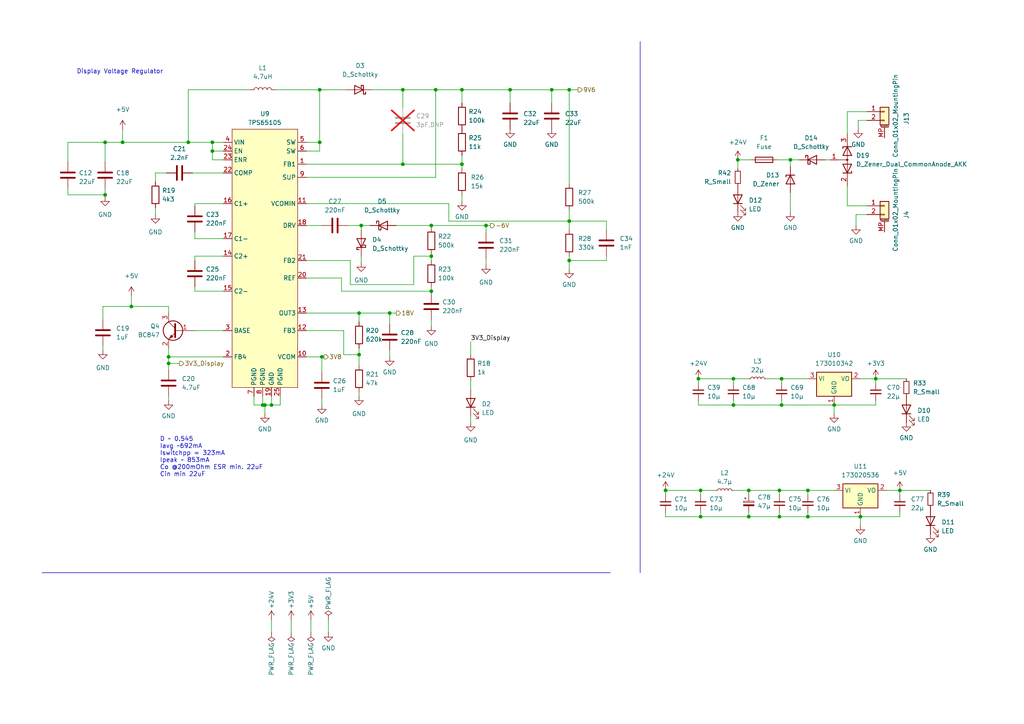
<source format=kicad_sch>
(kicad_sch
	(version 20231120)
	(generator "eeschema")
	(generator_version "8.0")
	(uuid "2e0788da-83c1-4cf9-982c-6e9feead5c48")
	(paper "A4")
	
	(junction
		(at 104.14 102.87)
		(diameter 0)
		(color 0 0 0 0)
		(uuid "02480c99-5394-4e9f-89df-ef38c9643771")
	)
	(junction
		(at 241.935 117.475)
		(diameter 0)
		(color 0 0 0 0)
		(uuid "04a24c58-7e9b-45c6-a81c-e6bd761e890c")
	)
	(junction
		(at 217.17 142.24)
		(diameter 0)
		(color 0 0 0 0)
		(uuid "06c0f182-3f01-4df1-8a91-76bc1a17447c")
	)
	(junction
		(at 226.06 149.86)
		(diameter 0)
		(color 0 0 0 0)
		(uuid "0e4f6690-f270-44bf-b823-20877548d9de")
	)
	(junction
		(at 165.1 75.565)
		(diameter 0)
		(color 0 0 0 0)
		(uuid "0eef11e6-76b0-4b3f-aa84-20f8c99ba4f2")
	)
	(junction
		(at 140.97 65.405)
		(diameter 0)
		(color 0 0 0 0)
		(uuid "111fa979-1c07-45e3-bde0-f5f2517309ef")
	)
	(junction
		(at 234.315 142.24)
		(diameter 0)
		(color 0 0 0 0)
		(uuid "1189832d-f541-4182-85cf-76441db3bde5")
	)
	(junction
		(at 113.03 90.805)
		(diameter 0)
		(color 0 0 0 0)
		(uuid "1aff85bd-376b-4c3c-a19e-28410c588aa7")
	)
	(junction
		(at 203.2 142.24)
		(diameter 0)
		(color 0 0 0 0)
		(uuid "2ab8ada9-cf74-4f1d-a11c-ea239d5d2220")
	)
	(junction
		(at 213.995 46.355)
		(diameter 0)
		(color 0 0 0 0)
		(uuid "2d680fee-d381-4b13-af58-d69b1bf4bdaf")
	)
	(junction
		(at 226.695 109.855)
		(diameter 0)
		(color 0 0 0 0)
		(uuid "328351f1-a0f5-490e-9fe1-872dcb80d8e1")
	)
	(junction
		(at 165.1 26.035)
		(diameter 0)
		(color 0 0 0 0)
		(uuid "344e26dd-0ad0-428f-9526-295351b37e18")
	)
	(junction
		(at 133.985 26.035)
		(diameter 0)
		(color 0 0 0 0)
		(uuid "38c66eb7-fe12-4132-87a9-9f307a3d4eb9")
	)
	(junction
		(at 147.955 26.035)
		(diameter 0)
		(color 0 0 0 0)
		(uuid "3a138e79-1b0d-41eb-a45e-a81d8b3b8874")
	)
	(junction
		(at 76.835 117.475)
		(diameter 0)
		(color 0 0 0 0)
		(uuid "3ae57a23-66e5-4f6a-9822-261b4ca414ba")
	)
	(junction
		(at 254 109.855)
		(diameter 0)
		(color 0 0 0 0)
		(uuid "4511e233-f111-4b3a-b25b-163e7713798c")
	)
	(junction
		(at 193.04 142.24)
		(diameter 0)
		(color 0 0 0 0)
		(uuid "4bc96748-d6a3-4db2-a6e8-1cc644e5753e")
	)
	(junction
		(at 48.895 103.505)
		(diameter 0)
		(color 0 0 0 0)
		(uuid "4c879827-91e5-4a71-a78c-ba2af39ff8cc")
	)
	(junction
		(at 30.48 56.515)
		(diameter 0)
		(color 0 0 0 0)
		(uuid "4e92d78f-ee99-497f-8aff-eb385cd4ceef")
	)
	(junction
		(at 234.315 149.86)
		(diameter 0)
		(color 0 0 0 0)
		(uuid "5503c86b-1be4-41d6-9f38-9ec79f8809d0")
	)
	(junction
		(at 126.365 26.035)
		(diameter 0)
		(color 0 0 0 0)
		(uuid "5549d3d8-ee14-4c4b-a1fd-0e90c51542ae")
	)
	(junction
		(at 226.06 142.24)
		(diameter 0)
		(color 0 0 0 0)
		(uuid "5a4015f9-032d-4d3d-913c-ef451306a780")
	)
	(junction
		(at 125.095 65.405)
		(diameter 0)
		(color 0 0 0 0)
		(uuid "5a704d20-2eda-4d66-87a0-8bb00c328bcf")
	)
	(junction
		(at 92.71 26.035)
		(diameter 0)
		(color 0 0 0 0)
		(uuid "5b385b3a-0445-40da-869e-baa34c1ab9d3")
	)
	(junction
		(at 212.725 109.855)
		(diameter 0)
		(color 0 0 0 0)
		(uuid "5fa5e9ea-85ff-4890-b60a-2622461a3342")
	)
	(junction
		(at 226.695 117.475)
		(diameter 0)
		(color 0 0 0 0)
		(uuid "5fa7211d-a933-4aea-bde3-164e64fe3f63")
	)
	(junction
		(at 212.725 117.475)
		(diameter 0)
		(color 0 0 0 0)
		(uuid "6a04c048-f0f1-48b0-bc1c-71429688fed0")
	)
	(junction
		(at 125.095 84.455)
		(diameter 0)
		(color 0 0 0 0)
		(uuid "7211e033-306c-4f5c-8969-3e6e32dd97c7")
	)
	(junction
		(at 92.71 41.275)
		(diameter 0)
		(color 0 0 0 0)
		(uuid "7402a9dc-42d2-48a3-b1d2-a3f8321a5335")
	)
	(junction
		(at 116.84 26.035)
		(diameter 0)
		(color 0 0 0 0)
		(uuid "7f7c4502-3d42-44e1-a7e5-18625ac30d0c")
	)
	(junction
		(at 260.985 142.24)
		(diameter 0)
		(color 0 0 0 0)
		(uuid "852155d9-75fa-4971-882f-601461e6471e")
	)
	(junction
		(at 48.895 105.41)
		(diameter 0)
		(color 0 0 0 0)
		(uuid "880cbe12-459f-4608-8eb4-4562e51e675d")
	)
	(junction
		(at 104.775 65.405)
		(diameter 0)
		(color 0 0 0 0)
		(uuid "8a4a63e0-e849-40f9-91ee-96af092e47fd")
	)
	(junction
		(at 217.17 149.86)
		(diameter 0)
		(color 0 0 0 0)
		(uuid "8b98e2fb-4d6d-4946-a73a-5b44141d0f81")
	)
	(junction
		(at 61.595 41.275)
		(diameter 0)
		(color 0 0 0 0)
		(uuid "8bd06123-3b1f-4075-822e-b7d3ffc7ad6e")
	)
	(junction
		(at 35.56 41.275)
		(diameter 0)
		(color 0 0 0 0)
		(uuid "946eaa14-4756-4a6c-b144-1058732f0d1c")
	)
	(junction
		(at 229.235 46.355)
		(diameter 0)
		(color 0 0 0 0)
		(uuid "94db514d-ef3e-4902-96b4-9fe23020fd4b")
	)
	(junction
		(at 104.14 90.805)
		(diameter 0)
		(color 0 0 0 0)
		(uuid "98259442-0017-4839-bdf1-ccc12bd3d4f7")
	)
	(junction
		(at 116.84 47.625)
		(diameter 0)
		(color 0 0 0 0)
		(uuid "9f5c1de7-45f5-4975-85f4-4b3a322e112d")
	)
	(junction
		(at 165.1 64.135)
		(diameter 0)
		(color 0 0 0 0)
		(uuid "a1991491-5b08-4a3c-ae36-86e5c0059fef")
	)
	(junction
		(at 125.095 74.295)
		(diameter 0)
		(color 0 0 0 0)
		(uuid "ac6cee30-b003-4257-a4d2-6306d34acee1")
	)
	(junction
		(at 30.48 41.275)
		(diameter 0)
		(color 0 0 0 0)
		(uuid "acd4fa46-8ba8-4b24-9066-b22d8cf3695d")
	)
	(junction
		(at 203.2 149.86)
		(diameter 0)
		(color 0 0 0 0)
		(uuid "bb8147b5-df2f-4f1f-b47e-d53b75aaa380")
	)
	(junction
		(at 249.555 149.86)
		(diameter 0)
		(color 0 0 0 0)
		(uuid "bde9bff5-32a4-42ae-899d-568ddf240b6b")
	)
	(junction
		(at 61.595 43.815)
		(diameter 0)
		(color 0 0 0 0)
		(uuid "c1c24b44-9fed-402f-8691-27fc96c5a404")
	)
	(junction
		(at 54.61 41.275)
		(diameter 0)
		(color 0 0 0 0)
		(uuid "c9b49b51-7016-4f86-93c8-0a5edcbf1dc4")
	)
	(junction
		(at 93.345 103.505)
		(diameter 0)
		(color 0 0 0 0)
		(uuid "d3af76d2-6f6b-4958-8007-465843bcff28")
	)
	(junction
		(at 38.1 88.9)
		(diameter 0)
		(color 0 0 0 0)
		(uuid "e12a7a30-2a13-4e59-a86b-14e9581d754f")
	)
	(junction
		(at 133.985 47.625)
		(diameter 0)
		(color 0 0 0 0)
		(uuid "e164d6d7-daed-4ba2-a4fa-8829f5fa4bf1")
	)
	(junction
		(at 202.565 109.855)
		(diameter 0)
		(color 0 0 0 0)
		(uuid "ea330dce-f339-4a47-abfa-3285e15e9c53")
	)
	(junction
		(at 78.74 117.475)
		(diameter 0)
		(color 0 0 0 0)
		(uuid "eabb1f12-056b-4086-8108-3847910fb0d1")
	)
	(junction
		(at 76.2 117.475)
		(diameter 0)
		(color 0 0 0 0)
		(uuid "eb96f160-0639-40eb-a4cf-f184fd8acebd")
	)
	(junction
		(at 160.02 26.035)
		(diameter 0)
		(color 0 0 0 0)
		(uuid "eecf3a55-a51b-4037-bc03-6c24e0b5c442")
	)
	(wire
		(pts
			(xy 104.14 114.935) (xy 104.14 113.665)
		)
		(stroke
			(width 0)
			(type default)
		)
		(uuid "00823f29-0ed6-4b92-afdd-b2458f8bb606")
	)
	(wire
		(pts
			(xy 245.745 59.69) (xy 245.745 53.975)
		)
		(stroke
			(width 0)
			(type default)
		)
		(uuid "01d5c222-f50c-448c-ab1c-ce44f0e6fca5")
	)
	(wire
		(pts
			(xy 48.895 105.41) (xy 48.895 107.315)
		)
		(stroke
			(width 0)
			(type default)
		)
		(uuid "0799669d-565f-4907-8ed6-4e84a36a826f")
	)
	(wire
		(pts
			(xy 125.095 84.455) (xy 125.095 85.09)
		)
		(stroke
			(width 0)
			(type default)
		)
		(uuid "07ec2872-4565-4fd8-959e-8f2af70ca30b")
	)
	(wire
		(pts
			(xy 45.085 60.325) (xy 45.085 62.23)
		)
		(stroke
			(width 0)
			(type default)
		)
		(uuid "080956e7-576e-44ee-9c9c-360358df7091")
	)
	(wire
		(pts
			(xy 114.935 65.405) (xy 125.095 65.405)
		)
		(stroke
			(width 0)
			(type default)
		)
		(uuid "0a825527-7b27-4b9a-a7f6-00a4872c8489")
	)
	(wire
		(pts
			(xy 99.06 80.645) (xy 99.06 84.455)
		)
		(stroke
			(width 0)
			(type default)
		)
		(uuid "0a831453-75b6-47ab-904c-b600c87ef6b9")
	)
	(wire
		(pts
			(xy 61.595 46.355) (xy 61.595 43.815)
		)
		(stroke
			(width 0)
			(type default)
		)
		(uuid "0ac840e0-b447-402f-b2e4-f37f6065362a")
	)
	(wire
		(pts
			(xy 104.14 90.805) (xy 104.14 93.345)
		)
		(stroke
			(width 0)
			(type default)
		)
		(uuid "0b2e23e4-beac-4bd1-be47-6b52b832fb7c")
	)
	(wire
		(pts
			(xy 140.97 65.405) (xy 142.24 65.405)
		)
		(stroke
			(width 0)
			(type default)
		)
		(uuid "0e047021-d1ef-4727-9754-e9dc1692b3ca")
	)
	(wire
		(pts
			(xy 245.745 32.385) (xy 251.46 32.385)
		)
		(stroke
			(width 0)
			(type default)
		)
		(uuid "0f6fedef-d831-419e-8095-bd13e46f06de")
	)
	(wire
		(pts
			(xy 202.565 109.855) (xy 202.565 111.125)
		)
		(stroke
			(width 0)
			(type default)
		)
		(uuid "0fc213a9-8817-48cf-8836-66336aa93cfa")
	)
	(wire
		(pts
			(xy 88.9 90.805) (xy 104.14 90.805)
		)
		(stroke
			(width 0)
			(type default)
		)
		(uuid "163b8def-cacd-4a76-822e-3fb9e29d98bf")
	)
	(wire
		(pts
			(xy 72.39 26.035) (xy 54.61 26.035)
		)
		(stroke
			(width 0)
			(type default)
		)
		(uuid "17ac2bd9-85ec-48d8-b4ea-5c8f921070e6")
	)
	(wire
		(pts
			(xy 136.525 120.65) (xy 136.525 122.555)
		)
		(stroke
			(width 0)
			(type default)
		)
		(uuid "1964f7d3-f983-4af4-9501-c4191a058a6e")
	)
	(wire
		(pts
			(xy 84.455 179.705) (xy 84.455 183.515)
		)
		(stroke
			(width 0)
			(type default)
		)
		(uuid "19ba5657-00e9-43ab-87c5-6d42229359f6")
	)
	(wire
		(pts
			(xy 165.1 60.96) (xy 165.1 64.135)
		)
		(stroke
			(width 0)
			(type default)
		)
		(uuid "19f8f6bd-03e2-4d0d-88e8-d2cde4815ce5")
	)
	(wire
		(pts
			(xy 260.985 148.59) (xy 260.985 149.86)
		)
		(stroke
			(width 0)
			(type default)
		)
		(uuid "1b51f0eb-7bb4-40fd-8a18-b2b7c8dece5a")
	)
	(wire
		(pts
			(xy 133.985 47.625) (xy 133.985 48.895)
		)
		(stroke
			(width 0)
			(type default)
		)
		(uuid "1bee50ad-234a-4553-a3d2-31e3d0fcb897")
	)
	(wire
		(pts
			(xy 125.095 65.405) (xy 140.97 65.405)
		)
		(stroke
			(width 0)
			(type default)
		)
		(uuid "1c0e80f2-a924-48f1-b1a4-5e4b60c86556")
	)
	(wire
		(pts
			(xy 202.565 109.855) (xy 212.725 109.855)
		)
		(stroke
			(width 0)
			(type default)
		)
		(uuid "1d87bcf4-7b10-4fa6-b5d8-4a243a3dec00")
	)
	(wire
		(pts
			(xy 260.985 149.86) (xy 249.555 149.86)
		)
		(stroke
			(width 0)
			(type default)
		)
		(uuid "1eae38f9-6fb6-4b12-919c-8df80453afaa")
	)
	(wire
		(pts
			(xy 92.71 43.815) (xy 92.71 41.275)
		)
		(stroke
			(width 0)
			(type default)
		)
		(uuid "1f385b83-cc47-4a50-b4f9-6e8bb1cc4ede")
	)
	(wire
		(pts
			(xy 76.2 114.935) (xy 76.2 117.475)
		)
		(stroke
			(width 0)
			(type default)
		)
		(uuid "221dba15-c87b-4d35-8df1-58681aea5818")
	)
	(wire
		(pts
			(xy 104.14 100.965) (xy 104.14 102.87)
		)
		(stroke
			(width 0)
			(type default)
		)
		(uuid "222d12e6-fedb-439c-bdcc-9db0625e529b")
	)
	(wire
		(pts
			(xy 48.895 100.965) (xy 48.895 103.505)
		)
		(stroke
			(width 0)
			(type default)
		)
		(uuid "22da2ddb-ad12-4205-b387-df7f05c0291f")
	)
	(wire
		(pts
			(xy 78.74 117.475) (xy 81.28 117.475)
		)
		(stroke
			(width 0)
			(type default)
		)
		(uuid "23471649-e877-40d3-94d4-eef45059f441")
	)
	(wire
		(pts
			(xy 56.515 59.055) (xy 64.77 59.055)
		)
		(stroke
			(width 0)
			(type default)
		)
		(uuid "24c96bfc-e05f-4742-ab89-580e45bdb5bc")
	)
	(wire
		(pts
			(xy 116.84 38.735) (xy 116.84 47.625)
		)
		(stroke
			(width 0)
			(type default)
		)
		(uuid "25928ed3-3d8c-4e5f-aa6c-ff9793b22490")
	)
	(wire
		(pts
			(xy 175.895 66.675) (xy 175.895 64.135)
		)
		(stroke
			(width 0)
			(type default)
		)
		(uuid "27933751-b7f1-48c0-9df9-818b6dfc358c")
	)
	(wire
		(pts
			(xy 226.695 117.475) (xy 241.935 117.475)
		)
		(stroke
			(width 0)
			(type default)
		)
		(uuid "27fdb692-1032-457e-a1eb-5217ad52ed2d")
	)
	(wire
		(pts
			(xy 88.9 65.405) (xy 93.345 65.405)
		)
		(stroke
			(width 0)
			(type default)
		)
		(uuid "2aee96eb-356d-44d9-bb29-b019a73320a5")
	)
	(wire
		(pts
			(xy 213.995 46.355) (xy 217.805 46.355)
		)
		(stroke
			(width 0)
			(type default)
		)
		(uuid "2b7b12dd-87cc-4177-b7c0-9d9cf43eb25a")
	)
	(wire
		(pts
			(xy 249.555 109.855) (xy 254 109.855)
		)
		(stroke
			(width 0)
			(type default)
		)
		(uuid "2c5e1399-a2da-45ff-9723-90f773008009")
	)
	(wire
		(pts
			(xy 130.175 59.055) (xy 130.175 64.135)
		)
		(stroke
			(width 0)
			(type default)
		)
		(uuid "300ab485-da27-45a6-a497-e273fd765e8c")
	)
	(wire
		(pts
			(xy 254 109.855) (xy 254 111.125)
		)
		(stroke
			(width 0)
			(type default)
		)
		(uuid "302dd4f2-4a33-462d-8779-06c1161c641e")
	)
	(wire
		(pts
			(xy 30.48 56.515) (xy 30.48 57.15)
		)
		(stroke
			(width 0)
			(type default)
		)
		(uuid "32d9f44c-5a9a-4fc5-b600-6f1b471ca49c")
	)
	(wire
		(pts
			(xy 202.565 117.475) (xy 212.725 117.475)
		)
		(stroke
			(width 0)
			(type default)
		)
		(uuid "332369f9-b2c1-4afc-8575-ba8f738f7f55")
	)
	(wire
		(pts
			(xy 193.04 142.24) (xy 193.04 143.51)
		)
		(stroke
			(width 0)
			(type default)
		)
		(uuid "3356ecf4-e784-4cfb-92ad-862b46ff013b")
	)
	(wire
		(pts
			(xy 212.725 109.855) (xy 217.17 109.855)
		)
		(stroke
			(width 0)
			(type default)
		)
		(uuid "3614b7ff-5afc-4028-9773-3f0c7087bc24")
	)
	(wire
		(pts
			(xy 175.895 75.565) (xy 175.895 74.295)
		)
		(stroke
			(width 0)
			(type default)
		)
		(uuid "38d260f8-76f5-44dd-9720-2a213e915413")
	)
	(wire
		(pts
			(xy 165.1 75.565) (xy 165.1 78.105)
		)
		(stroke
			(width 0)
			(type default)
		)
		(uuid "3c5f13ae-ad87-44f8-b10b-2a06880895da")
	)
	(wire
		(pts
			(xy 90.17 179.705) (xy 90.17 183.515)
		)
		(stroke
			(width 0)
			(type default)
		)
		(uuid "3c86607e-0dea-40df-9715-07e045dc1eb3")
	)
	(wire
		(pts
			(xy 48.895 114.935) (xy 48.895 116.205)
		)
		(stroke
			(width 0)
			(type default)
		)
		(uuid "3e5771b7-425e-4cea-8f07-1611dbbbc8c1")
	)
	(wire
		(pts
			(xy 120.015 74.295) (xy 125.095 74.295)
		)
		(stroke
			(width 0)
			(type default)
		)
		(uuid "3ed12c7c-34f2-4e62-a8b5-51abf30d6efa")
	)
	(wire
		(pts
			(xy 76.835 117.475) (xy 78.74 117.475)
		)
		(stroke
			(width 0)
			(type default)
		)
		(uuid "3fa49fd2-5e38-4518-bcaf-7808cb6d4aed")
	)
	(wire
		(pts
			(xy 88.9 80.645) (xy 99.06 80.645)
		)
		(stroke
			(width 0)
			(type default)
		)
		(uuid "3ffad75b-d711-4886-b77c-cec67b83eda9")
	)
	(wire
		(pts
			(xy 116.84 26.035) (xy 126.365 26.035)
		)
		(stroke
			(width 0)
			(type default)
		)
		(uuid "4053aa73-644b-43ff-bb1b-788caed9bc0c")
	)
	(wire
		(pts
			(xy 140.97 65.405) (xy 140.97 67.31)
		)
		(stroke
			(width 0)
			(type default)
		)
		(uuid "428491b2-7a74-46cd-bdd8-2c392c94f34c")
	)
	(wire
		(pts
			(xy 234.315 149.86) (xy 249.555 149.86)
		)
		(stroke
			(width 0)
			(type default)
		)
		(uuid "44ac89d5-fab8-4881-932b-38f36f429c6a")
	)
	(wire
		(pts
			(xy 19.685 54.61) (xy 19.685 56.515)
		)
		(stroke
			(width 0)
			(type default)
		)
		(uuid "4503344e-d636-487f-aa1d-09061e794e89")
	)
	(wire
		(pts
			(xy 30.48 46.99) (xy 30.48 41.275)
		)
		(stroke
			(width 0)
			(type default)
		)
		(uuid "45f9194a-fefb-4742-9660-7fe8e4d30a8d")
	)
	(wire
		(pts
			(xy 222.25 109.855) (xy 226.695 109.855)
		)
		(stroke
			(width 0)
			(type default)
		)
		(uuid "480bee3c-39e6-407a-89ac-1313197ace6a")
	)
	(wire
		(pts
			(xy 229.235 55.88) (xy 229.235 61.595)
		)
		(stroke
			(width 0)
			(type default)
		)
		(uuid "4a7cbbdd-5cf8-47cb-b2f7-c1bae73c379c")
	)
	(wire
		(pts
			(xy 48.895 103.505) (xy 48.895 105.41)
		)
		(stroke
			(width 0)
			(type default)
		)
		(uuid "4a9bf28b-3854-4f5d-86aa-f17baa6a09f9")
	)
	(wire
		(pts
			(xy 175.895 64.135) (xy 165.1 64.135)
		)
		(stroke
			(width 0)
			(type default)
		)
		(uuid "4adf77c0-8891-473c-b37b-e31840999359")
	)
	(wire
		(pts
			(xy 88.9 51.435) (xy 126.365 51.435)
		)
		(stroke
			(width 0)
			(type default)
		)
		(uuid "4c41f729-a7aa-477e-a842-37838a2b18f0")
	)
	(wire
		(pts
			(xy 93.345 115.57) (xy 93.345 117.475)
		)
		(stroke
			(width 0)
			(type default)
		)
		(uuid "4d35691e-4f3d-41e8-9a99-c92c22cf42d0")
	)
	(wire
		(pts
			(xy 125.095 74.295) (xy 125.095 75.565)
		)
		(stroke
			(width 0)
			(type default)
		)
		(uuid "4e1213c0-0844-4472-8738-ede19ad5a24e")
	)
	(wire
		(pts
			(xy 19.685 46.99) (xy 19.685 41.275)
		)
		(stroke
			(width 0)
			(type default)
		)
		(uuid "4e66fede-4bd0-4b9c-aa91-1d39619d61f3")
	)
	(wire
		(pts
			(xy 133.985 26.035) (xy 133.985 29.845)
		)
		(stroke
			(width 0)
			(type default)
		)
		(uuid "4e9a23db-c1ec-4e36-98bc-5688e1210cd2")
	)
	(wire
		(pts
			(xy 93.345 103.505) (xy 93.98 103.505)
		)
		(stroke
			(width 0)
			(type default)
		)
		(uuid "5042ffc9-f488-4bd7-bd38-fe064d044d8e")
	)
	(wire
		(pts
			(xy 38.1 85.725) (xy 38.1 88.9)
		)
		(stroke
			(width 0)
			(type default)
		)
		(uuid "51649ea1-af40-4422-810d-cdd7e45b347c")
	)
	(wire
		(pts
			(xy 56.515 95.885) (xy 64.77 95.885)
		)
		(stroke
			(width 0)
			(type default)
		)
		(uuid "54264b9f-8dba-4eb3-9bf5-e99612feb0a4")
	)
	(wire
		(pts
			(xy 78.74 114.935) (xy 78.74 117.475)
		)
		(stroke
			(width 0)
			(type default)
		)
		(uuid "55e01c7c-916c-475f-be83-ee46860b0f12")
	)
	(wire
		(pts
			(xy 104.775 74.295) (xy 104.775 76.2)
		)
		(stroke
			(width 0)
			(type default)
		)
		(uuid "57b5aaf8-4711-428a-983d-30d7d03219cf")
	)
	(wire
		(pts
			(xy 133.985 26.035) (xy 147.955 26.035)
		)
		(stroke
			(width 0)
			(type default)
		)
		(uuid "58008270-b81f-49d0-afe4-7fa9bf83ce48")
	)
	(wire
		(pts
			(xy 249.555 149.86) (xy 249.555 152.4)
		)
		(stroke
			(width 0)
			(type default)
		)
		(uuid "59e0d06b-cd48-45c4-a673-afeae9475e71")
	)
	(wire
		(pts
			(xy 226.695 109.855) (xy 234.315 109.855)
		)
		(stroke
			(width 0)
			(type default)
		)
		(uuid "5a092afa-26ce-4acf-9da0-d2d8700de100")
	)
	(wire
		(pts
			(xy 212.725 142.24) (xy 217.17 142.24)
		)
		(stroke
			(width 0)
			(type default)
		)
		(uuid "5ac9dccd-b877-4c45-9b87-2745bb154a56")
	)
	(wire
		(pts
			(xy 19.685 41.275) (xy 30.48 41.275)
		)
		(stroke
			(width 0)
			(type default)
		)
		(uuid "5cd14f0a-b143-4082-9e76-fccb2d9c8aab")
	)
	(wire
		(pts
			(xy 234.315 142.24) (xy 234.315 143.51)
		)
		(stroke
			(width 0)
			(type default)
		)
		(uuid "5ea3e315-df2f-48a8-96ed-2eaa15b323b6")
	)
	(wire
		(pts
			(xy 55.88 50.165) (xy 64.77 50.165)
		)
		(stroke
			(width 0)
			(type default)
		)
		(uuid "617ebabc-9728-49d9-9e00-efeb649c11f6")
	)
	(wire
		(pts
			(xy 147.955 26.035) (xy 160.02 26.035)
		)
		(stroke
			(width 0)
			(type default)
		)
		(uuid "657cd257-f6de-4892-9294-8726d142da8b")
	)
	(wire
		(pts
			(xy 234.315 148.59) (xy 234.315 149.86)
		)
		(stroke
			(width 0)
			(type default)
		)
		(uuid "667d36d3-48b8-4b44-b1fa-ee04e1f5c87d")
	)
	(wire
		(pts
			(xy 56.515 74.295) (xy 64.77 74.295)
		)
		(stroke
			(width 0)
			(type default)
		)
		(uuid "66b80e20-c5b1-452c-9103-9af133e4d706")
	)
	(wire
		(pts
			(xy 104.14 102.87) (xy 99.695 102.87)
		)
		(stroke
			(width 0)
			(type default)
		)
		(uuid "67b76565-5e98-4729-99f3-4273774598b5")
	)
	(wire
		(pts
			(xy 45.085 50.165) (xy 45.085 52.705)
		)
		(stroke
			(width 0)
			(type default)
		)
		(uuid "68479ddf-a13d-466d-a3dd-c310eda8a653")
	)
	(wire
		(pts
			(xy 126.365 26.035) (xy 133.985 26.035)
		)
		(stroke
			(width 0)
			(type default)
		)
		(uuid "6b0e775c-807c-4a32-a894-95f8e30cbef4")
	)
	(wire
		(pts
			(xy 56.515 59.69) (xy 56.515 59.055)
		)
		(stroke
			(width 0)
			(type default)
		)
		(uuid "6dbbb99c-db6b-4ccc-b564-a41e646c330c")
	)
	(wire
		(pts
			(xy 64.77 41.275) (xy 61.595 41.275)
		)
		(stroke
			(width 0)
			(type default)
		)
		(uuid "6e623211-e1cd-4bb0-8c65-12b92a48f710")
	)
	(wire
		(pts
			(xy 88.9 43.815) (xy 92.71 43.815)
		)
		(stroke
			(width 0)
			(type default)
		)
		(uuid "701e3aab-ec5b-4755-bb01-b828558ba117")
	)
	(wire
		(pts
			(xy 212.725 116.205) (xy 212.725 117.475)
		)
		(stroke
			(width 0)
			(type default)
		)
		(uuid "70876b54-5088-4016-b2c6-b9cdcb757352")
	)
	(wire
		(pts
			(xy 226.695 109.855) (xy 226.695 111.125)
		)
		(stroke
			(width 0)
			(type default)
		)
		(uuid "712cf10d-3255-4a39-896b-4c3e9382c6bb")
	)
	(wire
		(pts
			(xy 61.595 41.275) (xy 61.595 43.815)
		)
		(stroke
			(width 0)
			(type default)
		)
		(uuid "73f9ed79-636c-4d16-b0ba-9b534cedcbd4")
	)
	(wire
		(pts
			(xy 126.365 51.435) (xy 126.365 26.035)
		)
		(stroke
			(width 0)
			(type default)
		)
		(uuid "75501156-2b60-4ebc-abfc-4b7c0bc99d2c")
	)
	(wire
		(pts
			(xy 93.345 103.505) (xy 88.9 103.505)
		)
		(stroke
			(width 0)
			(type default)
		)
		(uuid "773e3727-396a-430f-829a-1968126d4e63")
	)
	(wire
		(pts
			(xy 160.02 26.035) (xy 160.02 29.845)
		)
		(stroke
			(width 0)
			(type default)
		)
		(uuid "77434a9a-e97c-4f9b-8efa-a7dc56aa4462")
	)
	(wire
		(pts
			(xy 226.06 142.24) (xy 234.315 142.24)
		)
		(stroke
			(width 0)
			(type default)
		)
		(uuid "77962264-d713-4ddf-a55d-58dc53a2553c")
	)
	(wire
		(pts
			(xy 241.935 117.475) (xy 241.935 120.015)
		)
		(stroke
			(width 0)
			(type default)
		)
		(uuid "79e771bd-867c-48d0-9c84-c44a0cc2997a")
	)
	(wire
		(pts
			(xy 56.515 84.455) (xy 56.515 83.185)
		)
		(stroke
			(width 0)
			(type default)
		)
		(uuid "7a908a54-37ff-4256-af3c-d37a3211a15b")
	)
	(wire
		(pts
			(xy 147.955 26.035) (xy 147.955 29.845)
		)
		(stroke
			(width 0)
			(type default)
		)
		(uuid "7cbe0ff7-148d-4655-918d-3fd6cb63e2aa")
	)
	(wire
		(pts
			(xy 226.06 149.86) (xy 234.315 149.86)
		)
		(stroke
			(width 0)
			(type default)
		)
		(uuid "7cd4b97d-4582-43af-aca8-950338b402d8")
	)
	(wire
		(pts
			(xy 260.985 142.24) (xy 260.985 143.51)
		)
		(stroke
			(width 0)
			(type default)
		)
		(uuid "7d05d595-c664-446c-899f-b00e20cb5d7c")
	)
	(wire
		(pts
			(xy 225.425 46.355) (xy 229.235 46.355)
		)
		(stroke
			(width 0)
			(type default)
		)
		(uuid "83f0a0e4-0e23-480e-abfa-d05b91b18526")
	)
	(wire
		(pts
			(xy 64.77 84.455) (xy 56.515 84.455)
		)
		(stroke
			(width 0)
			(type default)
		)
		(uuid "86f78524-9a71-4576-a34f-c214cf02f681")
	)
	(wire
		(pts
			(xy 251.46 59.69) (xy 245.745 59.69)
		)
		(stroke
			(width 0)
			(type default)
		)
		(uuid "87012fd7-8a04-4de3-b126-2893f3235d87")
	)
	(wire
		(pts
			(xy 93.345 107.95) (xy 93.345 103.505)
		)
		(stroke
			(width 0)
			(type default)
		)
		(uuid "8798140f-a61d-4399-a02f-340a61efc57d")
	)
	(wire
		(pts
			(xy 125.095 73.66) (xy 125.095 74.295)
		)
		(stroke
			(width 0)
			(type default)
		)
		(uuid "88f13fe5-ddc3-4a21-b5bb-3f329bf29ec0")
	)
	(wire
		(pts
			(xy 165.1 64.135) (xy 165.1 66.675)
		)
		(stroke
			(width 0)
			(type default)
		)
		(uuid "897704ad-d967-4d2d-8238-9398ddfd04e8")
	)
	(wire
		(pts
			(xy 125.095 92.71) (xy 125.095 94.615)
		)
		(stroke
			(width 0)
			(type default)
		)
		(uuid "89de10db-0bda-4bc4-9a11-7f45b3fef9be")
	)
	(wire
		(pts
			(xy 217.17 149.86) (xy 226.06 149.86)
		)
		(stroke
			(width 0)
			(type default)
		)
		(uuid "8a27771f-2b91-4f3b-9898-b82752fb21fc")
	)
	(wire
		(pts
			(xy 64.77 69.215) (xy 56.515 69.215)
		)
		(stroke
			(width 0)
			(type default)
		)
		(uuid "8a8dc90e-ea11-473f-9e5a-ccd56726e7dd")
	)
	(wire
		(pts
			(xy 64.77 46.355) (xy 61.595 46.355)
		)
		(stroke
			(width 0)
			(type default)
		)
		(uuid "8acd4fdb-7a63-49b9-921f-6a3c041e95ba")
	)
	(wire
		(pts
			(xy 73.66 117.475) (xy 73.66 114.935)
		)
		(stroke
			(width 0)
			(type default)
		)
		(uuid "8d1114c9-b33d-4f1b-8db3-570129fb19cf")
	)
	(wire
		(pts
			(xy 29.845 100.33) (xy 29.845 101.6)
		)
		(stroke
			(width 0)
			(type default)
		)
		(uuid "8d604371-f602-4f10-8f7d-d7976b912214")
	)
	(wire
		(pts
			(xy 165.1 26.035) (xy 167.64 26.035)
		)
		(stroke
			(width 0)
			(type default)
		)
		(uuid "8df34f58-b9bf-4d62-a0cb-39cfca58113f")
	)
	(wire
		(pts
			(xy 81.28 117.475) (xy 81.28 114.935)
		)
		(stroke
			(width 0)
			(type default)
		)
		(uuid "8e4e0ab3-c78b-4d6b-83be-d326c20004d9")
	)
	(wire
		(pts
			(xy 80.01 26.035) (xy 92.71 26.035)
		)
		(stroke
			(width 0)
			(type default)
		)
		(uuid "8f7a9dab-1d18-4219-bf90-07989e70b3dd")
	)
	(wire
		(pts
			(xy 52.07 105.41) (xy 48.895 105.41)
		)
		(stroke
			(width 0)
			(type default)
		)
		(uuid "94aa258d-f4ad-427f-ba76-7fd9489e4b20")
	)
	(wire
		(pts
			(xy 203.2 142.24) (xy 207.645 142.24)
		)
		(stroke
			(width 0)
			(type default)
		)
		(uuid "94d921d1-88bd-4867-aa9a-cdede2375614")
	)
	(wire
		(pts
			(xy 104.14 102.87) (xy 104.14 106.045)
		)
		(stroke
			(width 0)
			(type default)
		)
		(uuid "956030bd-a931-463c-9702-ffe626dcacb0")
	)
	(wire
		(pts
			(xy 193.04 148.59) (xy 193.04 149.86)
		)
		(stroke
			(width 0)
			(type default)
		)
		(uuid "95e44266-98b9-465d-997c-8e65b0c3d557")
	)
	(wire
		(pts
			(xy 193.04 149.86) (xy 203.2 149.86)
		)
		(stroke
			(width 0)
			(type default)
		)
		(uuid "95ef0836-fe34-4f04-a9c1-a920779ba8c0")
	)
	(wire
		(pts
			(xy 104.775 65.405) (xy 104.775 66.675)
		)
		(stroke
			(width 0)
			(type default)
		)
		(uuid "969bf748-1c2f-4967-9526-ffed487a9abc")
	)
	(wire
		(pts
			(xy 100.965 65.405) (xy 104.775 65.405)
		)
		(stroke
			(width 0)
			(type default)
		)
		(uuid "97431ce8-64bf-4192-aad3-405003b70cfe")
	)
	(wire
		(pts
			(xy 88.9 95.885) (xy 99.695 95.885)
		)
		(stroke
			(width 0)
			(type default)
		)
		(uuid "9a9225e3-868c-4477-b879-f49bba58cc6e")
	)
	(wire
		(pts
			(xy 203.2 142.24) (xy 203.2 143.51)
		)
		(stroke
			(width 0)
			(type default)
		)
		(uuid "9bc2d68c-2a43-4c1e-b669-9820a12d7c87")
	)
	(wire
		(pts
			(xy 193.04 142.24) (xy 203.2 142.24)
		)
		(stroke
			(width 0)
			(type default)
		)
		(uuid "9be69bc9-acb1-4f03-83ec-e3780facc1a4")
	)
	(wire
		(pts
			(xy 226.06 142.24) (xy 226.06 143.51)
		)
		(stroke
			(width 0)
			(type default)
		)
		(uuid "9c20c29c-79a9-4227-bc95-44d50437e955")
	)
	(wire
		(pts
			(xy 78.74 179.705) (xy 78.74 183.515)
		)
		(stroke
			(width 0)
			(type default)
		)
		(uuid "9c24de27-c859-48f7-9157-0b37caf30266")
	)
	(wire
		(pts
			(xy 29.845 88.9) (xy 38.1 88.9)
		)
		(stroke
			(width 0)
			(type default)
		)
		(uuid "9c740c80-d003-43c1-8383-19f33549312b")
	)
	(wire
		(pts
			(xy 125.095 83.185) (xy 125.095 84.455)
		)
		(stroke
			(width 0)
			(type default)
		)
		(uuid "9cdd0481-4694-4c64-b4e1-2ac7094da946")
	)
	(wire
		(pts
			(xy 133.985 45.085) (xy 133.985 47.625)
		)
		(stroke
			(width 0)
			(type default)
		)
		(uuid "9d3a9fba-99dc-4dfe-9ad9-da65da83c5c1")
	)
	(wire
		(pts
			(xy 101.6 82.55) (xy 101.6 75.565)
		)
		(stroke
			(width 0)
			(type default)
		)
		(uuid "9d439632-2771-4b13-b38a-61e86e6e924f")
	)
	(wire
		(pts
			(xy 217.17 148.59) (xy 217.17 149.86)
		)
		(stroke
			(width 0)
			(type default)
		)
		(uuid "9d9a9931-bf71-46df-845b-1ed3d2f68e2f")
	)
	(wire
		(pts
			(xy 217.17 142.24) (xy 226.06 142.24)
		)
		(stroke
			(width 0)
			(type default)
		)
		(uuid "9fb78350-b05c-4e18-96f6-8b518da4b61f")
	)
	(wire
		(pts
			(xy 239.395 46.355) (xy 240.665 46.355)
		)
		(stroke
			(width 0)
			(type default)
		)
		(uuid "9fd4398d-20ba-4f5d-9704-910887c29899")
	)
	(wire
		(pts
			(xy 35.56 41.275) (xy 54.61 41.275)
		)
		(stroke
			(width 0)
			(type default)
		)
		(uuid "a046b0f3-3f83-4557-8cc6-a95126a672fd")
	)
	(wire
		(pts
			(xy 101.6 75.565) (xy 88.9 75.565)
		)
		(stroke
			(width 0)
			(type default)
		)
		(uuid "a05d54da-1a6c-4acd-a749-c01660a4d3b6")
	)
	(wire
		(pts
			(xy 120.015 82.55) (xy 120.015 74.295)
		)
		(stroke
			(width 0)
			(type default)
		)
		(uuid "a1984b4c-5b68-46d4-a8e4-51bc343bb260")
	)
	(wire
		(pts
			(xy 245.745 38.735) (xy 245.745 32.385)
		)
		(stroke
			(width 0)
			(type default)
		)
		(uuid "a39b8dc8-c08e-44c0-8768-dc719002f971")
	)
	(wire
		(pts
			(xy 92.71 41.275) (xy 88.9 41.275)
		)
		(stroke
			(width 0)
			(type default)
		)
		(uuid "a5562132-55e5-411a-9528-caffe9817d7d")
	)
	(wire
		(pts
			(xy 229.235 46.355) (xy 231.775 46.355)
		)
		(stroke
			(width 0)
			(type default)
		)
		(uuid "a586b49d-2519-401a-bb1a-aed73a17439d")
	)
	(wire
		(pts
			(xy 248.92 34.925) (xy 248.92 37.465)
		)
		(stroke
			(width 0)
			(type default)
		)
		(uuid "a7f0cf95-7834-4685-a120-283baf2b87ae")
	)
	(wire
		(pts
			(xy 101.6 82.55) (xy 120.015 82.55)
		)
		(stroke
			(width 0)
			(type default)
		)
		(uuid "a96e3a21-d86c-4df1-b585-ee9dec563426")
	)
	(wire
		(pts
			(xy 136.525 99.06) (xy 136.525 102.87)
		)
		(stroke
			(width 0)
			(type default)
		)
		(uuid "aab218ca-ce2c-4b98-83a0-97efcbb0006d")
	)
	(wire
		(pts
			(xy 116.84 47.625) (xy 133.985 47.625)
		)
		(stroke
			(width 0)
			(type default)
		)
		(uuid "b0d64e1d-c342-40d3-adfb-a13e1cf97f85")
	)
	(wire
		(pts
			(xy 92.71 26.035) (xy 100.33 26.035)
		)
		(stroke
			(width 0)
			(type default)
		)
		(uuid "b2b598d9-ea54-46c4-b198-2854c3ae0964")
	)
	(wire
		(pts
			(xy 212.725 109.855) (xy 212.725 111.125)
		)
		(stroke
			(width 0)
			(type default)
		)
		(uuid "b2d7c7f2-a0f2-4a7b-bd44-25162625cc2c")
	)
	(wire
		(pts
			(xy 229.235 46.355) (xy 229.235 48.26)
		)
		(stroke
			(width 0)
			(type default)
		)
		(uuid "b3813dc4-8c4a-4fe6-b246-060421727897")
	)
	(wire
		(pts
			(xy 125.095 65.405) (xy 125.095 66.04)
		)
		(stroke
			(width 0)
			(type default)
		)
		(uuid "b538a79f-8301-447f-8982-b1cd5d0d1e7d")
	)
	(wire
		(pts
			(xy 104.14 90.805) (xy 113.03 90.805)
		)
		(stroke
			(width 0)
			(type default)
		)
		(uuid "b676435c-79cb-4022-8da4-17b481badd24")
	)
	(wire
		(pts
			(xy 254 109.855) (xy 262.89 109.855)
		)
		(stroke
			(width 0)
			(type default)
		)
		(uuid "b9a869f3-b418-4a3c-b412-633044231c71")
	)
	(wire
		(pts
			(xy 116.84 26.035) (xy 116.84 31.115)
		)
		(stroke
			(width 0)
			(type default)
		)
		(uuid "baa475f9-fa32-498d-8dda-150b6afbd67e")
	)
	(wire
		(pts
			(xy 133.985 56.515) (xy 133.985 58.42)
		)
		(stroke
			(width 0)
			(type default)
		)
		(uuid "bb47b1a4-c6b1-4dee-abb1-87841d3f7ab8")
	)
	(wire
		(pts
			(xy 30.48 41.275) (xy 35.56 41.275)
		)
		(stroke
			(width 0)
			(type default)
		)
		(uuid "bbf18ba4-6465-468f-b6dd-87ab34d93271")
	)
	(wire
		(pts
			(xy 107.95 26.035) (xy 116.84 26.035)
		)
		(stroke
			(width 0)
			(type default)
		)
		(uuid "bc8311a1-3370-43fe-b5ef-6453093ce15f")
	)
	(wire
		(pts
			(xy 104.775 65.405) (xy 107.315 65.405)
		)
		(stroke
			(width 0)
			(type default)
		)
		(uuid "be7b5ac7-c4df-4e35-8db8-1e84491169a5")
	)
	(wire
		(pts
			(xy 248.92 34.925) (xy 251.46 34.925)
		)
		(stroke
			(width 0)
			(type default)
		)
		(uuid "bfc00bab-747c-45e0-907d-9561bb4e313e")
	)
	(wire
		(pts
			(xy 260.985 142.24) (xy 269.875 142.24)
		)
		(stroke
			(width 0)
			(type default)
		)
		(uuid "c059af58-227b-4126-bc75-17672365464e")
	)
	(wire
		(pts
			(xy 61.595 43.815) (xy 64.77 43.815)
		)
		(stroke
			(width 0)
			(type default)
		)
		(uuid "c23f76b7-d61d-429f-bc58-6bc1546c1ccb")
	)
	(wire
		(pts
			(xy 48.895 88.9) (xy 48.895 90.805)
		)
		(stroke
			(width 0)
			(type default)
		)
		(uuid "c47a81a0-8572-4817-a997-173ded2bc84a")
	)
	(wire
		(pts
			(xy 99.695 102.87) (xy 99.695 95.885)
		)
		(stroke
			(width 0)
			(type default)
		)
		(uuid "c600e4a2-59ff-4eb3-b3aa-d29d8905aa43")
	)
	(wire
		(pts
			(xy 92.71 26.035) (xy 92.71 41.275)
		)
		(stroke
			(width 0)
			(type default)
		)
		(uuid "c675f9b7-362f-4a6a-a14c-49ef3e58fba4")
	)
	(wire
		(pts
			(xy 113.03 90.805) (xy 114.935 90.805)
		)
		(stroke
			(width 0)
			(type default)
		)
		(uuid "c70e0b07-9a0c-4e2c-9423-68f7c0d295ad")
	)
	(wire
		(pts
			(xy 54.61 26.035) (xy 54.61 41.275)
		)
		(stroke
			(width 0)
			(type default)
		)
		(uuid "c81f3ce7-5892-49a8-aed5-3d99dcf1b8c2")
	)
	(wire
		(pts
			(xy 212.725 117.475) (xy 226.695 117.475)
		)
		(stroke
			(width 0)
			(type default)
		)
		(uuid "c9b5c6a6-7840-45f7-bf7c-939b5fec923a")
	)
	(wire
		(pts
			(xy 73.66 117.475) (xy 76.2 117.475)
		)
		(stroke
			(width 0)
			(type default)
		)
		(uuid "ca2317ec-4f7e-4a1e-bc9b-1f482c5c144b")
	)
	(wire
		(pts
			(xy 257.175 142.24) (xy 260.985 142.24)
		)
		(stroke
			(width 0)
			(type default)
		)
		(uuid "cc004d13-9add-4e97-845e-3e804265ffd2")
	)
	(wire
		(pts
			(xy 113.03 93.98) (xy 113.03 90.805)
		)
		(stroke
			(width 0)
			(type default)
		)
		(uuid "cea8c313-f55b-4706-a4ce-a07406514fc9")
	)
	(wire
		(pts
			(xy 217.17 142.24) (xy 217.17 143.51)
		)
		(stroke
			(width 0)
			(type default)
		)
		(uuid "ceea175b-8c86-4dc4-ad65-8552da28bb49")
	)
	(wire
		(pts
			(xy 202.565 116.205) (xy 202.565 117.475)
		)
		(stroke
			(width 0)
			(type default)
		)
		(uuid "cf976ad3-d5e8-44a1-ad25-e1f1375f850a")
	)
	(wire
		(pts
			(xy 203.2 148.59) (xy 203.2 149.86)
		)
		(stroke
			(width 0)
			(type default)
		)
		(uuid "d068cbbe-b30f-4096-855c-e4e765fdfc8b")
	)
	(wire
		(pts
			(xy 226.06 148.59) (xy 226.06 149.86)
		)
		(stroke
			(width 0)
			(type default)
		)
		(uuid "d110e9db-9250-42b3-a3d7-2377030b6281")
	)
	(wire
		(pts
			(xy 248.285 62.23) (xy 248.285 65.405)
		)
		(stroke
			(width 0)
			(type default)
		)
		(uuid "d2ab178a-c830-41e7-8c74-ec1e72641c87")
	)
	(wire
		(pts
			(xy 213.995 48.895) (xy 213.995 46.355)
		)
		(stroke
			(width 0)
			(type default)
		)
		(uuid "d2c8035f-dd0f-43b4-85c2-ab9a349eff76")
	)
	(wire
		(pts
			(xy 165.1 75.565) (xy 175.895 75.565)
		)
		(stroke
			(width 0)
			(type default)
		)
		(uuid "d2e88e99-690a-4d37-99f2-7f9516b6f326")
	)
	(wire
		(pts
			(xy 226.695 116.205) (xy 226.695 117.475)
		)
		(stroke
			(width 0)
			(type default)
		)
		(uuid "d3daa0a2-e9bd-4444-ad66-cea4cd3ca5d7")
	)
	(wire
		(pts
			(xy 136.525 110.49) (xy 136.525 113.03)
		)
		(stroke
			(width 0)
			(type default)
		)
		(uuid "d4161612-fd40-48fe-a351-00b7e4adcfbe")
	)
	(wire
		(pts
			(xy 130.175 64.135) (xy 165.1 64.135)
		)
		(stroke
			(width 0)
			(type default)
		)
		(uuid "d5ceb0ee-59a6-4a5b-8b20-e84781423f12")
	)
	(wire
		(pts
			(xy 19.685 56.515) (xy 30.48 56.515)
		)
		(stroke
			(width 0)
			(type default)
		)
		(uuid "d61a543b-9dcd-435b-b998-d906143230cf")
	)
	(wire
		(pts
			(xy 160.02 26.035) (xy 165.1 26.035)
		)
		(stroke
			(width 0)
			(type default)
		)
		(uuid "d67cfc73-2f37-43f5-b169-e6f6da32e183")
	)
	(wire
		(pts
			(xy 165.1 53.34) (xy 165.1 26.035)
		)
		(stroke
			(width 0)
			(type default)
		)
		(uuid "d6da516f-31eb-472e-8e11-fc8eaed560bd")
	)
	(wire
		(pts
			(xy 95.25 179.705) (xy 95.25 183.515)
		)
		(stroke
			(width 0)
			(type default)
		)
		(uuid "d9c612f8-7c2f-4324-b10f-d343c64ec6f2")
	)
	(wire
		(pts
			(xy 251.46 62.23) (xy 248.285 62.23)
		)
		(stroke
			(width 0)
			(type default)
		)
		(uuid "dd658e3c-7274-4321-b280-f43d36ee4d16")
	)
	(polyline
		(pts
			(xy 185.674 12.065) (xy 185.674 166.116)
		)
		(stroke
			(width 0)
			(type default)
		)
		(uuid "de12261a-a488-4b78-817c-4b9eb5382cff")
	)
	(wire
		(pts
			(xy 241.935 117.475) (xy 254 117.475)
		)
		(stroke
			(width 0)
			(type default)
		)
		(uuid "de34fdb2-911d-4e50-850b-6065a7d83da0")
	)
	(wire
		(pts
			(xy 254 116.205) (xy 254 117.475)
		)
		(stroke
			(width 0)
			(type default)
		)
		(uuid "e03a3999-a189-4e3a-9992-e15734b4284e")
	)
	(wire
		(pts
			(xy 38.1 88.9) (xy 48.895 88.9)
		)
		(stroke
			(width 0)
			(type default)
		)
		(uuid "e1a33295-b560-45c6-8354-41493a75e6ac")
	)
	(wire
		(pts
			(xy 76.2 117.475) (xy 76.835 117.475)
		)
		(stroke
			(width 0)
			(type default)
		)
		(uuid "e27ec589-21f0-4132-bba5-5f01ebec4ed6")
	)
	(wire
		(pts
			(xy 234.315 142.24) (xy 241.935 142.24)
		)
		(stroke
			(width 0)
			(type default)
		)
		(uuid "e3e45f86-75c2-4a7b-8e12-738d3f6ab87b")
	)
	(wire
		(pts
			(xy 76.835 120.015) (xy 76.835 117.475)
		)
		(stroke
			(width 0)
			(type default)
		)
		(uuid "e5d29de3-76d9-4d1f-bd48-1db3511cdccc")
	)
	(wire
		(pts
			(xy 56.515 67.31) (xy 56.515 69.215)
		)
		(stroke
			(width 0)
			(type default)
		)
		(uuid "e6b0c24b-4150-4332-a7c7-0d39e7f824ea")
	)
	(polyline
		(pts
			(xy 177.038 166.116) (xy 12.192 166.116)
		)
		(stroke
			(width 0)
			(type default)
		)
		(uuid "ebb4d48e-7fd2-4425-bfc3-8c97a2151f56")
	)
	(wire
		(pts
			(xy 30.48 54.61) (xy 30.48 56.515)
		)
		(stroke
			(width 0)
			(type default)
		)
		(uuid "ece631b4-0e02-43fb-b41a-644be4704600")
	)
	(wire
		(pts
			(xy 35.56 37.465) (xy 35.56 41.275)
		)
		(stroke
			(width 0)
			(type default)
		)
		(uuid "f1386fce-793d-4913-a953-a88c993a5b95")
	)
	(wire
		(pts
			(xy 88.9 59.055) (xy 130.175 59.055)
		)
		(stroke
			(width 0)
			(type default)
		)
		(uuid "f3562cc0-2151-446c-bd56-2a5bee7be719")
	)
	(wire
		(pts
			(xy 140.97 74.93) (xy 140.97 76.835)
		)
		(stroke
			(width 0)
			(type default)
		)
		(uuid "f3d8f24c-b507-44f7-8732-b3c371928ecb")
	)
	(wire
		(pts
			(xy 125.095 84.455) (xy 99.06 84.455)
		)
		(stroke
			(width 0)
			(type default)
		)
		(uuid "f6449bb3-8d7c-4b3a-9a15-2919c2df39af")
	)
	(wire
		(pts
			(xy 113.03 101.6) (xy 113.03 103.505)
		)
		(stroke
			(width 0)
			(type default)
		)
		(uuid "f7be613d-7fb5-4dc4-b02c-1351c2aa01c7")
	)
	(wire
		(pts
			(xy 29.845 92.71) (xy 29.845 88.9)
		)
		(stroke
			(width 0)
			(type default)
		)
		(uuid "f8e84344-ce9e-4c5e-97bc-74f941bbd8a0")
	)
	(wire
		(pts
			(xy 48.26 50.165) (xy 45.085 50.165)
		)
		(stroke
			(width 0)
			(type default)
		)
		(uuid "f9e3e4aa-9ed3-42cc-837e-7d4db58a8c93")
	)
	(wire
		(pts
			(xy 88.9 47.625) (xy 116.84 47.625)
		)
		(stroke
			(width 0)
			(type default)
		)
		(uuid "fadc7548-00c4-4b95-815e-4752d586b062")
	)
	(wire
		(pts
			(xy 54.61 41.275) (xy 61.595 41.275)
		)
		(stroke
			(width 0)
			(type default)
		)
		(uuid "fb9dd6eb-a407-465c-bdd0-9e6702cd7114")
	)
	(wire
		(pts
			(xy 165.1 74.295) (xy 165.1 75.565)
		)
		(stroke
			(width 0)
			(type default)
		)
		(uuid "fdb7f7ec-34ca-408a-8796-515229f08d2a")
	)
	(wire
		(pts
			(xy 203.2 149.86) (xy 217.17 149.86)
		)
		(stroke
			(width 0)
			(type default)
		)
		(uuid "ff5aa988-d6c5-4cd5-82e2-efeba6acf235")
	)
	(wire
		(pts
			(xy 56.515 75.565) (xy 56.515 74.295)
		)
		(stroke
			(width 0)
			(type default)
		)
		(uuid "fff3473a-487e-4977-8567-12d8ad2c7bb6")
	)
	(wire
		(pts
			(xy 64.77 103.505) (xy 48.895 103.505)
		)
		(stroke
			(width 0)
			(type default)
		)
		(uuid "fff59099-86ec-467f-bb16-15a656a10544")
	)
	(text "Display Voltage Regulator"
		(exclude_from_sim no)
		(at 22.225 21.59 0)
		(effects
			(font
				(size 1.27 1.27)
			)
			(justify left bottom)
		)
		(uuid "1f474138-6b54-4b9f-883a-725cd7720b17")
	)
	(text "D ~ 0.545\nIavg ~692mA\nIswitchpp = 323mA\nIpeak ~ 853mA\nCo @200mOhm ESR min. 22uF\nCin min 22uF"
		(exclude_from_sim no)
		(at 46.355 138.43 0)
		(effects
			(font
				(size 1.27 1.27)
			)
			(justify left bottom)
		)
		(uuid "33680474-88a3-4d9f-8dec-4a0171750541")
	)
	(label "3V3_Display"
		(at 136.525 99.06 0)
		(effects
			(font
				(size 1.27 1.27)
			)
			(justify left bottom)
		)
		(uuid "5b6ad534-6e9c-4ace-9ff6-45d2d419853a")
	)
	(hierarchical_label "-6V"
		(shape output)
		(at 142.24 65.405 0)
		(effects
			(font
				(size 1.27 1.27)
			)
			(justify left)
		)
		(uuid "10a1f8b7-7c59-4a9f-b5fd-6b76bd4e4d31")
	)
	(hierarchical_label "3V8"
		(shape output)
		(at 93.98 103.505 0)
		(effects
			(font
				(size 1.27 1.27)
			)
			(justify left)
		)
		(uuid "1bdbdf6f-be11-4d84-9a73-803e320634e5")
	)
	(hierarchical_label "9V6"
		(shape output)
		(at 167.64 26.035 0)
		(effects
			(font
				(size 1.27 1.27)
			)
			(justify left)
		)
		(uuid "6962b2c5-bb1b-42d5-a7f3-8e7e10364e54")
	)
	(hierarchical_label "18V"
		(shape output)
		(at 114.935 90.805 0)
		(effects
			(font
				(size 1.27 1.27)
			)
			(justify left)
		)
		(uuid "7170a6be-81dc-41bb-96f9-c4f8e678cf95")
	)
	(hierarchical_label "3V3_Display"
		(shape output)
		(at 52.07 105.41 0)
		(effects
			(font
				(size 1.27 1.27)
			)
			(justify left)
		)
		(uuid "8a5139f5-172e-4e5d-8d26-2bb63149f8dd")
	)
	(symbol
		(lib_name "GND_1")
		(lib_id "power:GND")
		(at 241.935 120.015 0)
		(unit 1)
		(exclude_from_sim no)
		(in_bom yes)
		(on_board yes)
		(dnp no)
		(fields_autoplaced yes)
		(uuid "0097b9e9-f135-4212-abcf-461c3487287a")
		(property "Reference" "#PWR0109"
			(at 241.935 126.365 0)
			(effects
				(font
					(size 1.27 1.27)
				)
				(hide yes)
			)
		)
		(property "Value" "GND"
			(at 241.935 124.46 0)
			(effects
				(font
					(size 1.27 1.27)
				)
			)
		)
		(property "Footprint" ""
			(at 241.935 120.015 0)
			(effects
				(font
					(size 1.27 1.27)
				)
				(hide yes)
			)
		)
		(property "Datasheet" ""
			(at 241.935 120.015 0)
			(effects
				(font
					(size 1.27 1.27)
				)
				(hide yes)
			)
		)
		(property "Description" "Power symbol creates a global label with name \"GND\" , ground"
			(at 241.935 120.015 0)
			(effects
				(font
					(size 1.27 1.27)
				)
				(hide yes)
			)
		)
		(pin "1"
			(uuid "1d3f4457-f9c7-448b-9324-3e5ab268d5f5")
		)
		(instances
			(project ""
				(path "/0dca9b66-f638-4727-874b-1b91b6921c17/91c9895f-7dce-429f-866f-2980d966c967"
					(reference "#PWR0109")
					(unit 1)
				)
			)
		)
	)
	(symbol
		(lib_id "power:GND")
		(at 140.97 76.835 0)
		(unit 1)
		(exclude_from_sim no)
		(in_bom yes)
		(on_board yes)
		(dnp no)
		(fields_autoplaced yes)
		(uuid "0211d642-bfd2-42bb-92be-ef43fe816b16")
		(property "Reference" "#PWR059"
			(at 140.97 83.185 0)
			(effects
				(font
					(size 1.27 1.27)
				)
				(hide yes)
			)
		)
		(property "Value" "GND"
			(at 140.97 81.915 0)
			(effects
				(font
					(size 1.27 1.27)
				)
			)
		)
		(property "Footprint" ""
			(at 140.97 76.835 0)
			(effects
				(font
					(size 1.27 1.27)
				)
				(hide yes)
			)
		)
		(property "Datasheet" ""
			(at 140.97 76.835 0)
			(effects
				(font
					(size 1.27 1.27)
				)
				(hide yes)
			)
		)
		(property "Description" ""
			(at 140.97 76.835 0)
			(effects
				(font
					(size 1.27 1.27)
				)
				(hide yes)
			)
		)
		(pin "1"
			(uuid "337ed4d5-a2c3-4d8b-88c2-bd90cf166f21")
		)
		(instances
			(project "FT25-Charger"
				(path "/0dca9b66-f638-4727-874b-1b91b6921c17/91c9895f-7dce-429f-866f-2980d966c967"
					(reference "#PWR059")
					(unit 1)
				)
			)
		)
	)
	(symbol
		(lib_id "Device:R")
		(at 125.095 79.375 0)
		(unit 1)
		(exclude_from_sim no)
		(in_bom yes)
		(on_board yes)
		(dnp no)
		(fields_autoplaced yes)
		(uuid "024057f2-71de-48fe-b865-441d4b893af6")
		(property "Reference" "R23"
			(at 127 78.1049 0)
			(effects
				(font
					(size 1.27 1.27)
				)
				(justify left)
			)
		)
		(property "Value" "100k"
			(at 127 80.6449 0)
			(effects
				(font
					(size 1.27 1.27)
				)
				(justify left)
			)
		)
		(property "Footprint" "Resistor_SMD:R_0603_1608Metric"
			(at 123.317 79.375 90)
			(effects
				(font
					(size 1.27 1.27)
				)
				(hide yes)
			)
		)
		(property "Datasheet" "~"
			(at 125.095 79.375 0)
			(effects
				(font
					(size 1.27 1.27)
				)
				(hide yes)
			)
		)
		(property "Description" ""
			(at 125.095 79.375 0)
			(effects
				(font
					(size 1.27 1.27)
				)
				(hide yes)
			)
		)
		(pin "1"
			(uuid "5e5b5d5e-12bf-4a44-8d25-4d8e8a4fd7bf")
		)
		(pin "2"
			(uuid "ec527aca-aedf-4a45-bb8b-9af3a031ecb6")
		)
		(instances
			(project "FT25-Charger"
				(path "/0dca9b66-f638-4727-874b-1b91b6921c17/91c9895f-7dce-429f-866f-2980d966c967"
					(reference "R23")
					(unit 1)
				)
			)
		)
	)
	(symbol
		(lib_id "power:PWR_FLAG")
		(at 78.74 183.515 180)
		(unit 1)
		(exclude_from_sim no)
		(in_bom yes)
		(on_board yes)
		(dnp no)
		(uuid "0586f22e-7298-4e44-94ab-3de20e1bdd44")
		(property "Reference" "#FLG01"
			(at 78.74 185.42 0)
			(effects
				(font
					(size 1.27 1.27)
				)
				(hide yes)
			)
		)
		(property "Value" "PWR_FLAG"
			(at 78.74 191.135 90)
			(effects
				(font
					(size 1.27 1.27)
				)
			)
		)
		(property "Footprint" ""
			(at 78.74 183.515 0)
			(effects
				(font
					(size 1.27 1.27)
				)
				(hide yes)
			)
		)
		(property "Datasheet" "~"
			(at 78.74 183.515 0)
			(effects
				(font
					(size 1.27 1.27)
				)
				(hide yes)
			)
		)
		(property "Description" "Special symbol for telling ERC where power comes from"
			(at 78.74 183.515 0)
			(effects
				(font
					(size 1.27 1.27)
				)
				(hide yes)
			)
		)
		(pin "1"
			(uuid "5d415866-93f2-477f-af05-776f16d5095c")
		)
		(instances
			(project ""
				(path "/0dca9b66-f638-4727-874b-1b91b6921c17/91c9895f-7dce-429f-866f-2980d966c967"
					(reference "#FLG01")
					(unit 1)
				)
			)
		)
	)
	(symbol
		(lib_id "Connector_Generic_MountingPin:Conn_01x02_MountingPin")
		(at 256.54 32.385 0)
		(unit 1)
		(exclude_from_sim no)
		(in_bom yes)
		(on_board yes)
		(dnp no)
		(uuid "06896810-f0f6-4d5b-bd44-7b61fd6dcf73")
		(property "Reference" "J13"
			(at 262.89 36.195 90)
			(effects
				(font
					(size 1.27 1.27)
				)
				(justify left)
			)
		)
		(property "Value" "Conn_01x02_MountingPin"
			(at 259.715 45.72 90)
			(effects
				(font
					(size 1.27 1.27)
				)
				(justify left)
			)
		)
		(property "Footprint" ""
			(at 256.54 32.385 0)
			(effects
				(font
					(size 1.27 1.27)
				)
				(hide yes)
			)
		)
		(property "Datasheet" "~"
			(at 256.54 32.385 0)
			(effects
				(font
					(size 1.27 1.27)
				)
				(hide yes)
			)
		)
		(property "Description" "Generic connectable mounting pin connector, single row, 01x02, script generated (kicad-library-utils/schlib/autogen/connector/)"
			(at 256.54 32.385 0)
			(effects
				(font
					(size 1.27 1.27)
				)
				(hide yes)
			)
		)
		(pin "2"
			(uuid "d36f966d-023f-49ea-9eb7-7771c5072bcb")
		)
		(pin "1"
			(uuid "2a69f439-106c-4ada-b718-089d7adfce09")
		)
		(pin "MP"
			(uuid "ed8aa45d-1523-4bd5-849b-d48ffebbe6f9")
		)
		(instances
			(project "FT25-Charger"
				(path "/0dca9b66-f638-4727-874b-1b91b6921c17/91c9895f-7dce-429f-866f-2980d966c967"
					(reference "J13")
					(unit 1)
				)
			)
		)
	)
	(symbol
		(lib_id "power:+3V3")
		(at 84.455 179.705 0)
		(unit 1)
		(exclude_from_sim no)
		(in_bom yes)
		(on_board yes)
		(dnp no)
		(uuid "0e024177-c028-4e32-97fc-284f1d478a4a")
		(property "Reference" "#PWR0123"
			(at 84.455 183.515 0)
			(effects
				(font
					(size 1.27 1.27)
				)
				(hide yes)
			)
		)
		(property "Value" "+3V3"
			(at 84.455 173.99 90)
			(effects
				(font
					(size 1.27 1.27)
				)
			)
		)
		(property "Footprint" ""
			(at 84.455 179.705 0)
			(effects
				(font
					(size 1.27 1.27)
				)
				(hide yes)
			)
		)
		(property "Datasheet" ""
			(at 84.455 179.705 0)
			(effects
				(font
					(size 1.27 1.27)
				)
				(hide yes)
			)
		)
		(property "Description" "Power symbol creates a global label with name \"+3V3\""
			(at 84.455 179.705 0)
			(effects
				(font
					(size 1.27 1.27)
				)
				(hide yes)
			)
		)
		(pin "1"
			(uuid "568b55dd-6fbc-4efe-92ba-2c88edebf9b8")
		)
		(instances
			(project "FT25-Charger"
				(path "/0dca9b66-f638-4727-874b-1b91b6921c17/91c9895f-7dce-429f-866f-2980d966c967"
					(reference "#PWR0123")
					(unit 1)
				)
			)
		)
	)
	(symbol
		(lib_id "power:+24V")
		(at 213.995 46.355 0)
		(unit 1)
		(exclude_from_sim no)
		(in_bom yes)
		(on_board yes)
		(dnp no)
		(fields_autoplaced yes)
		(uuid "0ebe9d61-67b0-4e17-a2a4-f9e6c46e61b7")
		(property "Reference" "#PWR0127"
			(at 213.995 50.165 0)
			(effects
				(font
					(size 1.27 1.27)
				)
				(hide yes)
			)
		)
		(property "Value" "+24V"
			(at 213.995 41.275 0)
			(effects
				(font
					(size 1.27 1.27)
				)
			)
		)
		(property "Footprint" ""
			(at 213.995 46.355 0)
			(effects
				(font
					(size 1.27 1.27)
				)
				(hide yes)
			)
		)
		(property "Datasheet" ""
			(at 213.995 46.355 0)
			(effects
				(font
					(size 1.27 1.27)
				)
				(hide yes)
			)
		)
		(property "Description" "Power symbol creates a global label with name \"+24V\""
			(at 213.995 46.355 0)
			(effects
				(font
					(size 1.27 1.27)
				)
				(hide yes)
			)
		)
		(pin "1"
			(uuid "6ca15951-0ac5-498a-9e41-e26f62a39d2c")
		)
		(instances
			(project "FT25-Charger"
				(path "/0dca9b66-f638-4727-874b-1b91b6921c17/91c9895f-7dce-429f-866f-2980d966c967"
					(reference "#PWR0127")
					(unit 1)
				)
			)
		)
	)
	(symbol
		(lib_id "Device:C")
		(at 30.48 50.8 0)
		(unit 1)
		(exclude_from_sim no)
		(in_bom yes)
		(on_board yes)
		(dnp no)
		(fields_autoplaced yes)
		(uuid "1c59b83d-0227-4cba-9115-ab41eaff0620")
		(property "Reference" "C18"
			(at 33.655 50.165 0)
			(effects
				(font
					(size 1.27 1.27)
				)
				(justify left)
			)
		)
		(property "Value" "22uF"
			(at 33.655 52.705 0)
			(effects
				(font
					(size 1.27 1.27)
				)
				(justify left)
			)
		)
		(property "Footprint" "Capacitor_SMD:C_1206_3216Metric"
			(at 31.4452 54.61 0)
			(effects
				(font
					(size 1.27 1.27)
				)
				(hide yes)
			)
		)
		(property "Datasheet" "~"
			(at 30.48 50.8 0)
			(effects
				(font
					(size 1.27 1.27)
				)
				(hide yes)
			)
		)
		(property "Description" ""
			(at 30.48 50.8 0)
			(effects
				(font
					(size 1.27 1.27)
				)
				(hide yes)
			)
		)
		(pin "1"
			(uuid "f857f49e-5297-4d90-a581-b3fe81b9fa26")
		)
		(pin "2"
			(uuid "bab1ab93-a59d-4f5d-8874-2c63a7174d4c")
		)
		(instances
			(project "FT25-Charger"
				(path "/0dca9b66-f638-4727-874b-1b91b6921c17/91c9895f-7dce-429f-866f-2980d966c967"
					(reference "C18")
					(unit 1)
				)
			)
		)
	)
	(symbol
		(lib_id "Device:C_Small")
		(at 202.565 113.665 0)
		(unit 1)
		(exclude_from_sim no)
		(in_bom yes)
		(on_board yes)
		(dnp no)
		(fields_autoplaced yes)
		(uuid "1cd5afde-c1c7-43bb-834e-bc765a3e4d1f")
		(property "Reference" "C39"
			(at 205.105 112.4012 0)
			(effects
				(font
					(size 1.27 1.27)
				)
				(justify left)
			)
		)
		(property "Value" "10µ"
			(at 205.105 114.9412 0)
			(effects
				(font
					(size 1.27 1.27)
				)
				(justify left)
			)
		)
		(property "Footprint" "Capacitor_SMD:C_1206_3216Metric"
			(at 202.565 113.665 0)
			(effects
				(font
					(size 1.27 1.27)
				)
				(hide yes)
			)
		)
		(property "Datasheet" "~"
			(at 202.565 113.665 0)
			(effects
				(font
					(size 1.27 1.27)
				)
				(hide yes)
			)
		)
		(property "Description" "Unpolarized capacitor, X5R"
			(at 202.565 113.665 0)
			(effects
				(font
					(size 1.27 1.27)
				)
				(hide yes)
			)
		)
		(pin "2"
			(uuid "e928f51f-2947-4e29-870b-a93b81ae9f25")
		)
		(pin "1"
			(uuid "b1b83dc6-28e5-43d1-88b9-0c0d908bcc90")
		)
		(instances
			(project ""
				(path "/0dca9b66-f638-4727-874b-1b91b6921c17/91c9895f-7dce-429f-866f-2980d966c967"
					(reference "C39")
					(unit 1)
				)
			)
		)
	)
	(symbol
		(lib_id "Device:C")
		(at 113.03 97.79 0)
		(unit 1)
		(exclude_from_sim no)
		(in_bom yes)
		(on_board yes)
		(dnp no)
		(fields_autoplaced yes)
		(uuid "1e16c2ea-8979-4194-900b-b39273384441")
		(property "Reference" "C28"
			(at 116.205 96.5199 0)
			(effects
				(font
					(size 1.27 1.27)
				)
				(justify left)
			)
		)
		(property "Value" "220nF"
			(at 116.205 99.0599 0)
			(effects
				(font
					(size 1.27 1.27)
				)
				(justify left)
			)
		)
		(property "Footprint" "Capacitor_SMD:C_0603_1608Metric"
			(at 113.9952 101.6 0)
			(effects
				(font
					(size 1.27 1.27)
				)
				(hide yes)
			)
		)
		(property "Datasheet" "~"
			(at 113.03 97.79 0)
			(effects
				(font
					(size 1.27 1.27)
				)
				(hide yes)
			)
		)
		(property "Description" ""
			(at 113.03 97.79 0)
			(effects
				(font
					(size 1.27 1.27)
				)
				(hide yes)
			)
		)
		(pin "1"
			(uuid "ec0c1143-4510-4286-9389-87cd650b86d4")
		)
		(pin "2"
			(uuid "6fe99ab7-3088-45cb-85df-063262941798")
		)
		(instances
			(project "FT25-Charger"
				(path "/0dca9b66-f638-4727-874b-1b91b6921c17/91c9895f-7dce-429f-866f-2980d966c967"
					(reference "C28")
					(unit 1)
				)
			)
		)
	)
	(symbol
		(lib_id "Device:C")
		(at 52.07 50.165 270)
		(unit 1)
		(exclude_from_sim no)
		(in_bom yes)
		(on_board yes)
		(dnp no)
		(fields_autoplaced yes)
		(uuid "219793c2-bb1c-42ce-a2a8-4030e2360022")
		(property "Reference" "C21"
			(at 52.07 43.18 90)
			(effects
				(font
					(size 1.27 1.27)
				)
			)
		)
		(property "Value" "2.2nF"
			(at 52.07 45.72 90)
			(effects
				(font
					(size 1.27 1.27)
				)
			)
		)
		(property "Footprint" "Capacitor_SMD:C_0603_1608Metric"
			(at 48.26 51.1302 0)
			(effects
				(font
					(size 1.27 1.27)
				)
				(hide yes)
			)
		)
		(property "Datasheet" "~"
			(at 52.07 50.165 0)
			(effects
				(font
					(size 1.27 1.27)
				)
				(hide yes)
			)
		)
		(property "Description" ""
			(at 52.07 50.165 0)
			(effects
				(font
					(size 1.27 1.27)
				)
				(hide yes)
			)
		)
		(pin "1"
			(uuid "adafc0ed-c738-447b-a40d-fdf25f85c087")
		)
		(pin "2"
			(uuid "0c1051c6-8fa9-48ad-b108-7d5d6ffd99b3")
		)
		(instances
			(project "FT25-Charger"
				(path "/0dca9b66-f638-4727-874b-1b91b6921c17/91c9895f-7dce-429f-866f-2980d966c967"
					(reference "C21")
					(unit 1)
				)
			)
		)
	)
	(symbol
		(lib_id "power:PWR_FLAG")
		(at 84.455 183.515 180)
		(unit 1)
		(exclude_from_sim no)
		(in_bom yes)
		(on_board yes)
		(dnp no)
		(uuid "2bceba27-c21b-48e0-9713-397d79e2d434")
		(property "Reference" "#FLG02"
			(at 84.455 185.42 0)
			(effects
				(font
					(size 1.27 1.27)
				)
				(hide yes)
			)
		)
		(property "Value" "PWR_FLAG"
			(at 84.455 191.135 90)
			(effects
				(font
					(size 1.27 1.27)
				)
			)
		)
		(property "Footprint" ""
			(at 84.455 183.515 0)
			(effects
				(font
					(size 1.27 1.27)
				)
				(hide yes)
			)
		)
		(property "Datasheet" "~"
			(at 84.455 183.515 0)
			(effects
				(font
					(size 1.27 1.27)
				)
				(hide yes)
			)
		)
		(property "Description" "Special symbol for telling ERC where power comes from"
			(at 84.455 183.515 0)
			(effects
				(font
					(size 1.27 1.27)
				)
				(hide yes)
			)
		)
		(pin "1"
			(uuid "dd7ddcd9-4bbc-4a7a-822a-bf7e34f2d211")
		)
		(instances
			(project "FT25-Charger"
				(path "/0dca9b66-f638-4727-874b-1b91b6921c17/91c9895f-7dce-429f-866f-2980d966c967"
					(reference "#FLG02")
					(unit 1)
				)
			)
		)
	)
	(symbol
		(lib_id "power:GND")
		(at 133.985 58.42 0)
		(unit 1)
		(exclude_from_sim no)
		(in_bom yes)
		(on_board yes)
		(dnp no)
		(fields_autoplaced yes)
		(uuid "356957a9-33e2-4be6-b4a7-c1e718e459bc")
		(property "Reference" "#PWR058"
			(at 133.985 64.77 0)
			(effects
				(font
					(size 1.27 1.27)
				)
				(hide yes)
			)
		)
		(property "Value" "GND"
			(at 133.985 62.865 0)
			(effects
				(font
					(size 1.27 1.27)
				)
			)
		)
		(property "Footprint" ""
			(at 133.985 58.42 0)
			(effects
				(font
					(size 1.27 1.27)
				)
				(hide yes)
			)
		)
		(property "Datasheet" ""
			(at 133.985 58.42 0)
			(effects
				(font
					(size 1.27 1.27)
				)
				(hide yes)
			)
		)
		(property "Description" ""
			(at 133.985 58.42 0)
			(effects
				(font
					(size 1.27 1.27)
				)
				(hide yes)
			)
		)
		(pin "1"
			(uuid "3ea0bb13-9062-4809-af56-3e4e9a288ad3")
		)
		(instances
			(project "FT25-Charger"
				(path "/0dca9b66-f638-4727-874b-1b91b6921c17/91c9895f-7dce-429f-866f-2980d966c967"
					(reference "#PWR058")
					(unit 1)
				)
			)
		)
	)
	(symbol
		(lib_id "power:+3V3")
		(at 254 109.855 0)
		(unit 1)
		(exclude_from_sim no)
		(in_bom yes)
		(on_board yes)
		(dnp no)
		(fields_autoplaced yes)
		(uuid "3744e53c-eedd-4b25-91ee-ee95cba9c227")
		(property "Reference" "#PWR0105"
			(at 254 113.665 0)
			(effects
				(font
					(size 1.27 1.27)
				)
				(hide yes)
			)
		)
		(property "Value" "+3V3"
			(at 254 105.41 0)
			(effects
				(font
					(size 1.27 1.27)
				)
			)
		)
		(property "Footprint" ""
			(at 254 109.855 0)
			(effects
				(font
					(size 1.27 1.27)
				)
				(hide yes)
			)
		)
		(property "Datasheet" ""
			(at 254 109.855 0)
			(effects
				(font
					(size 1.27 1.27)
				)
				(hide yes)
			)
		)
		(property "Description" "Power symbol creates a global label with name \"+3V3\""
			(at 254 109.855 0)
			(effects
				(font
					(size 1.27 1.27)
				)
				(hide yes)
			)
		)
		(pin "1"
			(uuid "e4f7c178-5b94-4935-9e4e-07b494defc80")
		)
		(instances
			(project ""
				(path "/0dca9b66-f638-4727-874b-1b91b6921c17/91c9895f-7dce-429f-866f-2980d966c967"
					(reference "#PWR0105")
					(unit 1)
				)
			)
		)
	)
	(symbol
		(lib_id "power:GND")
		(at 136.525 122.555 0)
		(unit 1)
		(exclude_from_sim no)
		(in_bom yes)
		(on_board yes)
		(dnp no)
		(fields_autoplaced yes)
		(uuid "38b5c490-0a2d-44ef-9df5-decc4f53117c")
		(property "Reference" "#PWR035"
			(at 136.525 128.905 0)
			(effects
				(font
					(size 1.27 1.27)
				)
				(hide yes)
			)
		)
		(property "Value" "GND"
			(at 136.525 127.635 0)
			(effects
				(font
					(size 1.27 1.27)
				)
			)
		)
		(property "Footprint" ""
			(at 136.525 122.555 0)
			(effects
				(font
					(size 1.27 1.27)
				)
				(hide yes)
			)
		)
		(property "Datasheet" ""
			(at 136.525 122.555 0)
			(effects
				(font
					(size 1.27 1.27)
				)
				(hide yes)
			)
		)
		(property "Description" ""
			(at 136.525 122.555 0)
			(effects
				(font
					(size 1.27 1.27)
				)
				(hide yes)
			)
		)
		(pin "1"
			(uuid "6491f74a-1afe-447b-a09f-c28ae4474241")
		)
		(instances
			(project "FT25-Charger"
				(path "/0dca9b66-f638-4727-874b-1b91b6921c17/91c9895f-7dce-429f-866f-2980d966c967"
					(reference "#PWR035")
					(unit 1)
				)
			)
		)
	)
	(symbol
		(lib_id "Device:L_Small")
		(at 210.185 142.24 90)
		(unit 1)
		(exclude_from_sim no)
		(in_bom yes)
		(on_board yes)
		(dnp no)
		(fields_autoplaced yes)
		(uuid "3e882de1-e1e6-4020-96e9-e2d958e62a35")
		(property "Reference" "L2"
			(at 210.185 137.16 90)
			(effects
				(font
					(size 1.27 1.27)
				)
			)
		)
		(property "Value" "4.7µ"
			(at 210.185 139.7 90)
			(effects
				(font
					(size 1.27 1.27)
				)
			)
		)
		(property "Footprint" ""
			(at 210.185 142.24 0)
			(effects
				(font
					(size 1.27 1.27)
				)
				(hide yes)
			)
		)
		(property "Datasheet" "~"
			(at 210.185 142.24 0)
			(effects
				(font
					(size 1.27 1.27)
				)
				(hide yes)
			)
		)
		(property "Description" "Inductor, small symbol"
			(at 210.185 142.24 0)
			(effects
				(font
					(size 1.27 1.27)
				)
				(hide yes)
			)
		)
		(pin "1"
			(uuid "992d52fc-ec90-4654-afe4-6258af698a5f")
		)
		(pin "2"
			(uuid "ad2532e3-bfed-4997-8809-269d81f5bfeb")
		)
		(instances
			(project "FT25-Charger"
				(path "/0dca9b66-f638-4727-874b-1b91b6921c17/91c9895f-7dce-429f-866f-2980d966c967"
					(reference "L2")
					(unit 1)
				)
			)
		)
	)
	(symbol
		(lib_name "+5V_1")
		(lib_id "power:+5V")
		(at 260.985 142.24 0)
		(unit 1)
		(exclude_from_sim no)
		(in_bom yes)
		(on_board yes)
		(dnp no)
		(fields_autoplaced yes)
		(uuid "401c3214-0ec5-4c80-a433-21a79dc5db8b")
		(property "Reference" "#PWR0108"
			(at 260.985 146.05 0)
			(effects
				(font
					(size 1.27 1.27)
				)
				(hide yes)
			)
		)
		(property "Value" "+5V"
			(at 260.985 137.16 0)
			(effects
				(font
					(size 1.27 1.27)
				)
			)
		)
		(property "Footprint" ""
			(at 260.985 142.24 0)
			(effects
				(font
					(size 1.27 1.27)
				)
				(hide yes)
			)
		)
		(property "Datasheet" ""
			(at 260.985 142.24 0)
			(effects
				(font
					(size 1.27 1.27)
				)
				(hide yes)
			)
		)
		(property "Description" "Power symbol creates a global label with name \"+5V\""
			(at 260.985 142.24 0)
			(effects
				(font
					(size 1.27 1.27)
				)
				(hide yes)
			)
		)
		(pin "1"
			(uuid "6b647960-4296-4b72-9b22-ddff559c35e7")
		)
		(instances
			(project ""
				(path "/0dca9b66-f638-4727-874b-1b91b6921c17/91c9895f-7dce-429f-866f-2980d966c967"
					(reference "#PWR0108")
					(unit 1)
				)
			)
		)
	)
	(symbol
		(lib_id "Device:R")
		(at 136.525 106.68 0)
		(unit 1)
		(exclude_from_sim no)
		(in_bom yes)
		(on_board yes)
		(dnp no)
		(fields_autoplaced yes)
		(uuid "40553ddf-86e2-4018-877b-f3e545149b48")
		(property "Reference" "R18"
			(at 138.43 105.4099 0)
			(effects
				(font
					(size 1.27 1.27)
				)
				(justify left)
			)
		)
		(property "Value" "1k"
			(at 138.43 107.9499 0)
			(effects
				(font
					(size 1.27 1.27)
				)
				(justify left)
			)
		)
		(property "Footprint" "Resistor_SMD:R_0603_1608Metric"
			(at 134.747 106.68 90)
			(effects
				(font
					(size 1.27 1.27)
				)
				(hide yes)
			)
		)
		(property "Datasheet" "~"
			(at 136.525 106.68 0)
			(effects
				(font
					(size 1.27 1.27)
				)
				(hide yes)
			)
		)
		(property "Description" ""
			(at 136.525 106.68 0)
			(effects
				(font
					(size 1.27 1.27)
				)
				(hide yes)
			)
		)
		(pin "1"
			(uuid "ac507b26-2575-4a2f-89db-687510f76c6e")
		)
		(pin "2"
			(uuid "0d7325fe-3705-4896-b183-c9601dd4cf4c")
		)
		(instances
			(project "FT25-Charger"
				(path "/0dca9b66-f638-4727-874b-1b91b6921c17/91c9895f-7dce-429f-866f-2980d966c967"
					(reference "R18")
					(unit 1)
				)
			)
		)
	)
	(symbol
		(lib_id "Device:L")
		(at 76.2 26.035 90)
		(unit 1)
		(exclude_from_sim no)
		(in_bom yes)
		(on_board yes)
		(dnp no)
		(fields_autoplaced yes)
		(uuid "41ce5080-6c35-46a8-b152-ec5d5e38c0d5")
		(property "Reference" "L1"
			(at 76.2 19.685 90)
			(effects
				(font
					(size 1.27 1.27)
				)
			)
		)
		(property "Value" "4.7uH"
			(at 76.2 22.225 90)
			(effects
				(font
					(size 1.27 1.27)
				)
			)
		)
		(property "Footprint" "Inductor_SMD:L_Bourns-SRN6028"
			(at 76.2 26.035 0)
			(effects
				(font
					(size 1.27 1.27)
				)
				(hide yes)
			)
		)
		(property "Datasheet" "~"
			(at 76.2 26.035 0)
			(effects
				(font
					(size 1.27 1.27)
				)
				(hide yes)
			)
		)
		(property "Description" ""
			(at 76.2 26.035 0)
			(effects
				(font
					(size 1.27 1.27)
				)
				(hide yes)
			)
		)
		(pin "1"
			(uuid "273fae3c-c7b7-4597-a542-8796225b9ebb")
		)
		(pin "2"
			(uuid "f5448276-445b-46ec-99fa-664de47c6fc1")
		)
		(instances
			(project "FT25-Charger"
				(path "/0dca9b66-f638-4727-874b-1b91b6921c17/91c9895f-7dce-429f-866f-2980d966c967"
					(reference "L1")
					(unit 1)
				)
			)
		)
	)
	(symbol
		(lib_id "Device:R")
		(at 125.095 69.85 0)
		(unit 1)
		(exclude_from_sim no)
		(in_bom yes)
		(on_board yes)
		(dnp no)
		(fields_autoplaced yes)
		(uuid "41e3df13-2623-4118-97ae-3098f05859b0")
		(property "Reference" "R22"
			(at 127 68.5799 0)
			(effects
				(font
					(size 1.27 1.27)
				)
				(justify left)
			)
		)
		(property "Value" "500k"
			(at 127 71.1199 0)
			(effects
				(font
					(size 1.27 1.27)
				)
				(justify left)
			)
		)
		(property "Footprint" "Resistor_SMD:R_0603_1608Metric"
			(at 123.317 69.85 90)
			(effects
				(font
					(size 1.27 1.27)
				)
				(hide yes)
			)
		)
		(property "Datasheet" "~"
			(at 125.095 69.85 0)
			(effects
				(font
					(size 1.27 1.27)
				)
				(hide yes)
			)
		)
		(property "Description" ""
			(at 125.095 69.85 0)
			(effects
				(font
					(size 1.27 1.27)
				)
				(hide yes)
			)
		)
		(pin "1"
			(uuid "d139a671-56af-4528-9de5-aa9bdbfcaf1e")
		)
		(pin "2"
			(uuid "4ab99c98-5160-4013-bbf4-fd4c9e7493ff")
		)
		(instances
			(project "FT25-Charger"
				(path "/0dca9b66-f638-4727-874b-1b91b6921c17/91c9895f-7dce-429f-866f-2980d966c967"
					(reference "R22")
					(unit 1)
				)
			)
		)
	)
	(symbol
		(lib_id "Device:D_Schottky")
		(at 104.775 70.485 90)
		(unit 1)
		(exclude_from_sim no)
		(in_bom yes)
		(on_board yes)
		(dnp no)
		(fields_autoplaced yes)
		(uuid "4392524e-6a2c-46ec-addb-3241aafaf715")
		(property "Reference" "D4"
			(at 107.95 69.5324 90)
			(effects
				(font
					(size 1.27 1.27)
				)
				(justify right)
			)
		)
		(property "Value" "D_Schottky"
			(at 107.95 72.0724 90)
			(effects
				(font
					(size 1.27 1.27)
				)
				(justify right)
			)
		)
		(property "Footprint" "Diode_SMD:D_SMA"
			(at 104.775 70.485 0)
			(effects
				(font
					(size 1.27 1.27)
				)
				(hide yes)
			)
		)
		(property "Datasheet" "~"
			(at 104.775 70.485 0)
			(effects
				(font
					(size 1.27 1.27)
				)
				(hide yes)
			)
		)
		(property "Description" ""
			(at 104.775 70.485 0)
			(effects
				(font
					(size 1.27 1.27)
				)
				(hide yes)
			)
		)
		(pin "1"
			(uuid "79daa8b6-c776-4956-94b8-29b8d57f9465")
		)
		(pin "2"
			(uuid "2c148d7e-1197-4f6e-ae44-e303a5e7e49d")
		)
		(instances
			(project "FT25-Charger"
				(path "/0dca9b66-f638-4727-874b-1b91b6921c17/91c9895f-7dce-429f-866f-2980d966c967"
					(reference "D4")
					(unit 1)
				)
			)
		)
	)
	(symbol
		(lib_id "Device:C_Small")
		(at 226.695 113.665 0)
		(unit 1)
		(exclude_from_sim no)
		(in_bom yes)
		(on_board yes)
		(dnp no)
		(fields_autoplaced yes)
		(uuid "46d4c4c9-9fa7-48ee-965f-f49e6d99d712")
		(property "Reference" "C69"
			(at 229.235 112.4012 0)
			(effects
				(font
					(size 1.27 1.27)
				)
				(justify left)
			)
		)
		(property "Value" "10µ"
			(at 229.235 114.9412 0)
			(effects
				(font
					(size 1.27 1.27)
				)
				(justify left)
			)
		)
		(property "Footprint" "Capacitor_SMD:C_1206_3216Metric"
			(at 226.695 113.665 0)
			(effects
				(font
					(size 1.27 1.27)
				)
				(hide yes)
			)
		)
		(property "Datasheet" "~"
			(at 226.695 113.665 0)
			(effects
				(font
					(size 1.27 1.27)
				)
				(hide yes)
			)
		)
		(property "Description" "Unpolarized capacitor, X5R"
			(at 226.695 113.665 0)
			(effects
				(font
					(size 1.27 1.27)
				)
				(hide yes)
			)
		)
		(pin "2"
			(uuid "f04dd1d4-e508-420b-b401-4de0002bdeca")
		)
		(pin "1"
			(uuid "e9a64173-59d0-4d7e-a4b3-219daa1aff2b")
		)
		(instances
			(project "FT25-Charger"
				(path "/0dca9b66-f638-4727-874b-1b91b6921c17/91c9895f-7dce-429f-866f-2980d966c967"
					(reference "C69")
					(unit 1)
				)
			)
		)
	)
	(symbol
		(lib_id "Device:C")
		(at 93.345 111.76 0)
		(unit 1)
		(exclude_from_sim no)
		(in_bom yes)
		(on_board yes)
		(dnp no)
		(fields_autoplaced yes)
		(uuid "4b9d3aaa-4f75-42e6-a8d8-542443ea0f4f")
		(property "Reference" "C26"
			(at 96.52 110.4899 0)
			(effects
				(font
					(size 1.27 1.27)
				)
				(justify left)
			)
		)
		(property "Value" "1uF"
			(at 96.52 113.0299 0)
			(effects
				(font
					(size 1.27 1.27)
				)
				(justify left)
			)
		)
		(property "Footprint" "Capacitor_SMD:C_0603_1608Metric"
			(at 94.3102 115.57 0)
			(effects
				(font
					(size 1.27 1.27)
				)
				(hide yes)
			)
		)
		(property "Datasheet" "~"
			(at 93.345 111.76 0)
			(effects
				(font
					(size 1.27 1.27)
				)
				(hide yes)
			)
		)
		(property "Description" ""
			(at 93.345 111.76 0)
			(effects
				(font
					(size 1.27 1.27)
				)
				(hide yes)
			)
		)
		(pin "1"
			(uuid "01eec1f3-a653-40ad-b4ea-534a90d81500")
		)
		(pin "2"
			(uuid "1675fa7b-11cd-4f82-9a83-71252db08f10")
		)
		(instances
			(project "FT25-Charger"
				(path "/0dca9b66-f638-4727-874b-1b91b6921c17/91c9895f-7dce-429f-866f-2980d966c967"
					(reference "C26")
					(unit 1)
				)
			)
		)
	)
	(symbol
		(lib_id "Device:D_Schottky")
		(at 104.14 26.035 180)
		(unit 1)
		(exclude_from_sim no)
		(in_bom yes)
		(on_board yes)
		(dnp no)
		(fields_autoplaced yes)
		(uuid "4f6f05b6-9711-4a1a-b7f5-89dc045629e2")
		(property "Reference" "D3"
			(at 104.4575 19.05 0)
			(effects
				(font
					(size 1.27 1.27)
				)
			)
		)
		(property "Value" "D_Schottky"
			(at 104.4575 21.59 0)
			(effects
				(font
					(size 1.27 1.27)
				)
			)
		)
		(property "Footprint" "Diode_SMD:D_SMA"
			(at 104.14 26.035 0)
			(effects
				(font
					(size 1.27 1.27)
				)
				(hide yes)
			)
		)
		(property "Datasheet" "~"
			(at 104.14 26.035 0)
			(effects
				(font
					(size 1.27 1.27)
				)
				(hide yes)
			)
		)
		(property "Description" ""
			(at 104.14 26.035 0)
			(effects
				(font
					(size 1.27 1.27)
				)
				(hide yes)
			)
		)
		(pin "1"
			(uuid "1214dba8-394d-4de9-9b03-d268636e476e")
		)
		(pin "2"
			(uuid "73873b7f-dd50-4937-bd2a-549bdcce4e00")
		)
		(instances
			(project "FT25-Charger"
				(path "/0dca9b66-f638-4727-874b-1b91b6921c17/91c9895f-7dce-429f-866f-2980d966c967"
					(reference "D3")
					(unit 1)
				)
			)
		)
	)
	(symbol
		(lib_id "Device:LED")
		(at 269.875 151.13 90)
		(unit 1)
		(exclude_from_sim no)
		(in_bom yes)
		(on_board yes)
		(dnp no)
		(fields_autoplaced yes)
		(uuid "52227d5c-5628-4328-9718-a73a14e1790e")
		(property "Reference" "D11"
			(at 273.05 151.4474 90)
			(effects
				(font
					(size 1.27 1.27)
				)
				(justify right)
			)
		)
		(property "Value" "LED"
			(at 273.05 153.9874 90)
			(effects
				(font
					(size 1.27 1.27)
				)
				(justify right)
			)
		)
		(property "Footprint" ""
			(at 269.875 151.13 0)
			(effects
				(font
					(size 1.27 1.27)
				)
				(hide yes)
			)
		)
		(property "Datasheet" "~"
			(at 269.875 151.13 0)
			(effects
				(font
					(size 1.27 1.27)
				)
				(hide yes)
			)
		)
		(property "Description" "Light emitting diode"
			(at 269.875 151.13 0)
			(effects
				(font
					(size 1.27 1.27)
				)
				(hide yes)
			)
		)
		(pin "1"
			(uuid "c3920319-7c4e-4b2a-a449-d6da3c8f86e2")
		)
		(pin "2"
			(uuid "0fb84552-f8f9-4fb3-ac79-de0caeccdcad")
		)
		(instances
			(project "FT25-Charger"
				(path "/0dca9b66-f638-4727-874b-1b91b6921c17/91c9895f-7dce-429f-866f-2980d966c967"
					(reference "D11")
					(unit 1)
				)
			)
		)
	)
	(symbol
		(lib_id "power:GND")
		(at 104.775 76.2 0)
		(unit 1)
		(exclude_from_sim no)
		(in_bom yes)
		(on_board yes)
		(dnp no)
		(fields_autoplaced yes)
		(uuid "55870a90-29bb-41b8-b6e7-a97da0042946")
		(property "Reference" "#PWR055"
			(at 104.775 82.55 0)
			(effects
				(font
					(size 1.27 1.27)
				)
				(hide yes)
			)
		)
		(property "Value" "GND"
			(at 104.775 81.28 0)
			(effects
				(font
					(size 1.27 1.27)
				)
			)
		)
		(property "Footprint" ""
			(at 104.775 76.2 0)
			(effects
				(font
					(size 1.27 1.27)
				)
				(hide yes)
			)
		)
		(property "Datasheet" ""
			(at 104.775 76.2 0)
			(effects
				(font
					(size 1.27 1.27)
				)
				(hide yes)
			)
		)
		(property "Description" ""
			(at 104.775 76.2 0)
			(effects
				(font
					(size 1.27 1.27)
				)
				(hide yes)
			)
		)
		(pin "1"
			(uuid "0b8f1627-d427-46b5-86e6-42f90656d395")
		)
		(instances
			(project "FT25-Charger"
				(path "/0dca9b66-f638-4727-874b-1b91b6921c17/91c9895f-7dce-429f-866f-2980d966c967"
					(reference "#PWR055")
					(unit 1)
				)
			)
		)
	)
	(symbol
		(lib_id "power:GND")
		(at 30.48 57.15 0)
		(unit 1)
		(exclude_from_sim no)
		(in_bom yes)
		(on_board yes)
		(dnp no)
		(fields_autoplaced yes)
		(uuid "5d50c6ba-9398-49b1-bdf4-bd5b4abf04aa")
		(property "Reference" "#PWR037"
			(at 30.48 63.5 0)
			(effects
				(font
					(size 1.27 1.27)
				)
				(hide yes)
			)
		)
		(property "Value" "GND"
			(at 30.48 62.23 0)
			(effects
				(font
					(size 1.27 1.27)
				)
			)
		)
		(property "Footprint" ""
			(at 30.48 57.15 0)
			(effects
				(font
					(size 1.27 1.27)
				)
				(hide yes)
			)
		)
		(property "Datasheet" ""
			(at 30.48 57.15 0)
			(effects
				(font
					(size 1.27 1.27)
				)
				(hide yes)
			)
		)
		(property "Description" ""
			(at 30.48 57.15 0)
			(effects
				(font
					(size 1.27 1.27)
				)
				(hide yes)
			)
		)
		(pin "1"
			(uuid "4c8606f1-8220-4257-8d59-72d32ddd81d4")
		)
		(instances
			(project "FT25-Charger"
				(path "/0dca9b66-f638-4727-874b-1b91b6921c17/91c9895f-7dce-429f-866f-2980d966c967"
					(reference "#PWR037")
					(unit 1)
				)
			)
		)
	)
	(symbol
		(lib_id "TPS6510x:TPS65105")
		(at 77.47 74.295 0)
		(unit 1)
		(exclude_from_sim no)
		(in_bom yes)
		(on_board yes)
		(dnp no)
		(uuid "5eeb9d87-21d0-4fe2-ba3d-e4993ede6a1a")
		(property "Reference" "U9"
			(at 76.835 33.02 0)
			(effects
				(font
					(size 1.27 1.27)
				)
			)
		)
		(property "Value" "TPS65105"
			(at 76.835 35.56 0)
			(effects
				(font
					(size 1.27 1.27)
				)
			)
		)
		(property "Footprint" "Package_SO:HTSSOP-24-1EP_4.4x7.8mm_P0.65mm_EP3.4x7.8mm_Mask2.4x4.68mm"
			(at 77.47 34.925 0)
			(effects
				(font
					(size 1.27 1.27)
				)
				(hide yes)
			)
		)
		(property "Datasheet" "https://www.ti.com/lit/ds/symlink/tps65101.pdf?HQS=dis-mous-null-mousermode-dsf-pf-null-wwe&ts=1672757737464&ref_url=https%253A%252F%252Fwww.mouser.co.uk%252F"
			(at 77.47 34.925 0)
			(effects
				(font
					(size 1.27 1.27)
				)
				(hide yes)
			)
		)
		(property "Description" ""
			(at 77.47 74.295 0)
			(effects
				(font
					(size 1.27 1.27)
				)
				(hide yes)
			)
		)
		(pin "1"
			(uuid "da91077e-a48f-4745-84d0-1ba9b49e8a00")
		)
		(pin "10"
			(uuid "d2be711a-9c3b-4a1d-b12d-01f471c96221")
		)
		(pin "11"
			(uuid "ab1dfed3-9ad3-40c9-a3d3-fd41bebb36b6")
		)
		(pin "12"
			(uuid "436ab1e1-1334-4f94-857d-06aea374522a")
		)
		(pin "13"
			(uuid "3348e683-4e50-4878-9d42-61a274bd943e")
		)
		(pin "14"
			(uuid "024100ff-a68b-4a8f-920f-8de2346a6050")
		)
		(pin "15"
			(uuid "23b9c9b8-0fe2-47b7-8305-29446bc19392")
		)
		(pin "16"
			(uuid "39667286-723b-44c2-a5b6-95da961bb79c")
		)
		(pin "17"
			(uuid "0284ea28-ec15-4c5b-b8c7-271d7cd728c2")
		)
		(pin "18"
			(uuid "6fbfcb51-08d4-4c2e-ac9d-ce6991657222")
		)
		(pin "19"
			(uuid "b8a6aa3c-fccf-402c-aa4b-7d5832eb05af")
		)
		(pin "2"
			(uuid "9c94c2f4-6beb-48b5-a54c-4122626f444d")
		)
		(pin "20"
			(uuid "e67e7178-f460-4360-b76a-4719d306cc19")
		)
		(pin "21"
			(uuid "3ce2ee0c-8062-4929-9a66-0f5da8233e56")
		)
		(pin "22"
			(uuid "9aae0c5c-a018-4ee2-b3fb-54a1d109ab92")
		)
		(pin "23"
			(uuid "4f5c0240-0216-4895-a2e7-2dda28f39a97")
		)
		(pin "24"
			(uuid "e19b24f7-2983-4953-be64-3c0d0feeea3a")
		)
		(pin "25"
			(uuid "cba70898-1709-4009-b23e-775447ca8aac")
		)
		(pin "3"
			(uuid "1a7ed60b-1472-4bf5-a496-f29d4e3221cc")
		)
		(pin "4"
			(uuid "b45b783f-970a-40a1-8d84-2edf02d324ec")
		)
		(pin "5"
			(uuid "032fd7a7-a5ad-4ae1-a7c8-b2dda5cb8734")
		)
		(pin "6"
			(uuid "ff736285-577f-4a2c-bc8c-577615cf0fed")
		)
		(pin "7"
			(uuid "6469732f-d877-4b48-b48e-ab0997e2edf3")
		)
		(pin "8"
			(uuid "9c4380b4-d97a-4b9a-86e4-322d97f60237")
		)
		(pin "9"
			(uuid "a38b4ef8-13b5-42b7-9d17-a000d32216d1")
		)
		(instances
			(project "FT25-Charger"
				(path "/0dca9b66-f638-4727-874b-1b91b6921c17/91c9895f-7dce-429f-866f-2980d966c967"
					(reference "U9")
					(unit 1)
				)
			)
		)
	)
	(symbol
		(lib_id "Device:LED")
		(at 213.995 57.785 90)
		(unit 1)
		(exclude_from_sim no)
		(in_bom yes)
		(on_board yes)
		(dnp no)
		(fields_autoplaced yes)
		(uuid "6005bdc1-d8b1-40ef-aff7-c4510e1fab62")
		(property "Reference" "D12"
			(at 217.17 58.1024 90)
			(effects
				(font
					(size 1.27 1.27)
				)
				(justify right)
			)
		)
		(property "Value" "LED"
			(at 217.17 60.6424 90)
			(effects
				(font
					(size 1.27 1.27)
				)
				(justify right)
			)
		)
		(property "Footprint" ""
			(at 213.995 57.785 0)
			(effects
				(font
					(size 1.27 1.27)
				)
				(hide yes)
			)
		)
		(property "Datasheet" "~"
			(at 213.995 57.785 0)
			(effects
				(font
					(size 1.27 1.27)
				)
				(hide yes)
			)
		)
		(property "Description" "Light emitting diode"
			(at 213.995 57.785 0)
			(effects
				(font
					(size 1.27 1.27)
				)
				(hide yes)
			)
		)
		(pin "1"
			(uuid "df9486d5-0b45-4c10-9c24-c37345168d8e")
		)
		(pin "2"
			(uuid "26b41669-4483-4792-9ae4-11e6779d0021")
		)
		(instances
			(project "FT25-Charger"
				(path "/0dca9b66-f638-4727-874b-1b91b6921c17/91c9895f-7dce-429f-866f-2980d966c967"
					(reference "D12")
					(unit 1)
				)
			)
		)
	)
	(symbol
		(lib_id "Device:D_Zener_Dual_CommonAnode_AKK")
		(at 245.745 46.355 270)
		(mirror x)
		(unit 1)
		(exclude_from_sim no)
		(in_bom yes)
		(on_board yes)
		(dnp no)
		(uuid "62992655-377b-4202-a12c-a610fa6c6c09")
		(property "Reference" "D19"
			(at 248.285 45.0849 90)
			(effects
				(font
					(size 1.27 1.27)
				)
				(justify left)
			)
		)
		(property "Value" "D_Zener_Dual_CommonAnode_AKK"
			(at 248.285 47.6249 90)
			(effects
				(font
					(size 1.27 1.27)
				)
				(justify left)
			)
		)
		(property "Footprint" ""
			(at 245.745 46.355 0)
			(effects
				(font
					(size 1.27 1.27)
				)
				(hide yes)
			)
		)
		(property "Datasheet" "~"
			(at 245.745 46.355 0)
			(effects
				(font
					(size 1.27 1.27)
				)
				(hide yes)
			)
		)
		(property "Description" "Dual Zener diode, common anode on pin 1"
			(at 245.745 46.355 0)
			(effects
				(font
					(size 1.27 1.27)
				)
				(hide yes)
			)
		)
		(pin "2"
			(uuid "4c3fa2e6-fa23-4c37-a5be-515593f4a5d6")
		)
		(pin "1"
			(uuid "d5bbde50-9f74-4ea5-ba55-30a8fd9434c2")
		)
		(pin "3"
			(uuid "fbd4234f-5c4d-4556-9b22-48e0083cae43")
		)
		(instances
			(project ""
				(path "/0dca9b66-f638-4727-874b-1b91b6921c17/91c9895f-7dce-429f-866f-2980d966c967"
					(reference "D19")
					(unit 1)
				)
			)
		)
	)
	(symbol
		(lib_name "GND_1")
		(lib_id "power:GND")
		(at 269.875 154.94 0)
		(unit 1)
		(exclude_from_sim no)
		(in_bom yes)
		(on_board yes)
		(dnp no)
		(fields_autoplaced yes)
		(uuid "648916e7-d058-4174-8896-12f87f44e5dc")
		(property "Reference" "#PWR0121"
			(at 269.875 161.29 0)
			(effects
				(font
					(size 1.27 1.27)
				)
				(hide yes)
			)
		)
		(property "Value" "GND"
			(at 269.875 159.385 0)
			(effects
				(font
					(size 1.27 1.27)
				)
			)
		)
		(property "Footprint" ""
			(at 269.875 154.94 0)
			(effects
				(font
					(size 1.27 1.27)
				)
				(hide yes)
			)
		)
		(property "Datasheet" ""
			(at 269.875 154.94 0)
			(effects
				(font
					(size 1.27 1.27)
				)
				(hide yes)
			)
		)
		(property "Description" "Power symbol creates a global label with name \"GND\" , ground"
			(at 269.875 154.94 0)
			(effects
				(font
					(size 1.27 1.27)
				)
				(hide yes)
			)
		)
		(pin "1"
			(uuid "ff3b91a1-9082-4b2c-85c2-277022cb7ab7")
		)
		(instances
			(project "FT25-Charger"
				(path "/0dca9b66-f638-4727-874b-1b91b6921c17/91c9895f-7dce-429f-866f-2980d966c967"
					(reference "#PWR0121")
					(unit 1)
				)
			)
		)
	)
	(symbol
		(lib_id "Regulator_Linear:LD1117S12TR_SOT223")
		(at 241.935 109.855 0)
		(unit 1)
		(exclude_from_sim no)
		(in_bom yes)
		(on_board yes)
		(dnp no)
		(fields_autoplaced yes)
		(uuid "6581db89-2b3b-44c1-97f9-94f17d1a447e")
		(property "Reference" "U10"
			(at 241.935 102.87 0)
			(effects
				(font
					(size 1.27 1.27)
				)
			)
		)
		(property "Value" "173010342"
			(at 241.935 105.41 0)
			(effects
				(font
					(size 1.27 1.27)
				)
			)
		)
		(property "Footprint" "Package_TO_SOT_SMD:SOT-223-3_TabPin2"
			(at 241.935 104.775 0)
			(effects
				(font
					(size 1.27 1.27)
				)
				(hide yes)
			)
		)
		(property "Datasheet" "https://www.we-online.com/components/products/datasheet/173010342.pdf"
			(at 244.475 116.205 0)
			(effects
				(font
					(size 1.27 1.27)
				)
				(hide yes)
			)
		)
		(property "Description" "800mA Fixed Low Drop Positive Voltage Regulator, Fixed Output 1.2V, SOT-223"
			(at 241.935 109.855 0)
			(effects
				(font
					(size 1.27 1.27)
				)
				(hide yes)
			)
		)
		(pin "1"
			(uuid "fe80c938-66d4-49ae-b3e8-7645d5bb7502")
		)
		(pin "2"
			(uuid "0ac30713-bff3-434f-96c3-fba8dc0b31d7")
		)
		(pin "3"
			(uuid "24162cc5-8fee-4e18-b63a-fcbb33e3a9af")
		)
		(instances
			(project ""
				(path "/0dca9b66-f638-4727-874b-1b91b6921c17/91c9895f-7dce-429f-866f-2980d966c967"
					(reference "U10")
					(unit 1)
				)
			)
		)
	)
	(symbol
		(lib_id "Device:R_Small")
		(at 213.995 51.435 0)
		(mirror y)
		(unit 1)
		(exclude_from_sim no)
		(in_bom yes)
		(on_board yes)
		(dnp no)
		(uuid "66e30763-8187-460f-9920-ac1f86bcb40e")
		(property "Reference" "R42"
			(at 212.09 50.1649 0)
			(effects
				(font
					(size 1.27 1.27)
				)
				(justify left)
			)
		)
		(property "Value" "R_Small"
			(at 212.09 52.7049 0)
			(effects
				(font
					(size 1.27 1.27)
				)
				(justify left)
			)
		)
		(property "Footprint" ""
			(at 213.995 51.435 0)
			(effects
				(font
					(size 1.27 1.27)
				)
				(hide yes)
			)
		)
		(property "Datasheet" "~"
			(at 213.995 51.435 0)
			(effects
				(font
					(size 1.27 1.27)
				)
				(hide yes)
			)
		)
		(property "Description" "Resistor, small symbol"
			(at 213.995 51.435 0)
			(effects
				(font
					(size 1.27 1.27)
				)
				(hide yes)
			)
		)
		(pin "1"
			(uuid "786c6b56-fb6e-43b5-81d2-ae86caf68900")
		)
		(pin "2"
			(uuid "d51a8d7c-c569-4c8e-9cb9-11536d2af6f8")
		)
		(instances
			(project "FT25-Charger"
				(path "/0dca9b66-f638-4727-874b-1b91b6921c17/91c9895f-7dce-429f-866f-2980d966c967"
					(reference "R42")
					(unit 1)
				)
			)
		)
	)
	(symbol
		(lib_name "+5V_1")
		(lib_id "power:+5V")
		(at 90.17 179.705 0)
		(unit 1)
		(exclude_from_sim no)
		(in_bom yes)
		(on_board yes)
		(dnp no)
		(uuid "680254f6-2252-4391-a24b-f9ab2f1bd4a3")
		(property "Reference" "#PWR0124"
			(at 90.17 183.515 0)
			(effects
				(font
					(size 1.27 1.27)
				)
				(hide yes)
			)
		)
		(property "Value" "+5V"
			(at 90.17 174.625 90)
			(effects
				(font
					(size 1.27 1.27)
				)
			)
		)
		(property "Footprint" ""
			(at 90.17 179.705 0)
			(effects
				(font
					(size 1.27 1.27)
				)
				(hide yes)
			)
		)
		(property "Datasheet" ""
			(at 90.17 179.705 0)
			(effects
				(font
					(size 1.27 1.27)
				)
				(hide yes)
			)
		)
		(property "Description" "Power symbol creates a global label with name \"+5V\""
			(at 90.17 179.705 0)
			(effects
				(font
					(size 1.27 1.27)
				)
				(hide yes)
			)
		)
		(pin "1"
			(uuid "dc7c6667-360c-4e9e-a5ab-a0efb71a532e")
		)
		(instances
			(project "FT25-Charger"
				(path "/0dca9b66-f638-4727-874b-1b91b6921c17/91c9895f-7dce-429f-866f-2980d966c967"
					(reference "#PWR0124")
					(unit 1)
				)
			)
		)
	)
	(symbol
		(lib_name "GND_1")
		(lib_id "power:GND")
		(at 262.89 122.555 0)
		(unit 1)
		(exclude_from_sim no)
		(in_bom yes)
		(on_board yes)
		(dnp no)
		(fields_autoplaced yes)
		(uuid "6b6163c7-cb44-4f88-8a1f-230e96dce114")
		(property "Reference" "#PWR0120"
			(at 262.89 128.905 0)
			(effects
				(font
					(size 1.27 1.27)
				)
				(hide yes)
			)
		)
		(property "Value" "GND"
			(at 262.89 127 0)
			(effects
				(font
					(size 1.27 1.27)
				)
			)
		)
		(property "Footprint" ""
			(at 262.89 122.555 0)
			(effects
				(font
					(size 1.27 1.27)
				)
				(hide yes)
			)
		)
		(property "Datasheet" ""
			(at 262.89 122.555 0)
			(effects
				(font
					(size 1.27 1.27)
				)
				(hide yes)
			)
		)
		(property "Description" "Power symbol creates a global label with name \"GND\" , ground"
			(at 262.89 122.555 0)
			(effects
				(font
					(size 1.27 1.27)
				)
				(hide yes)
			)
		)
		(pin "1"
			(uuid "fc1ff36e-43c7-40d0-888f-f777d1125263")
		)
		(instances
			(project "FT25-Charger"
				(path "/0dca9b66-f638-4727-874b-1b91b6921c17/91c9895f-7dce-429f-866f-2980d966c967"
					(reference "#PWR0120")
					(unit 1)
				)
			)
		)
	)
	(symbol
		(lib_id "power:+5V")
		(at 35.56 37.465 0)
		(unit 1)
		(exclude_from_sim no)
		(in_bom yes)
		(on_board yes)
		(dnp no)
		(fields_autoplaced yes)
		(uuid "6d3fa04a-778a-4fd3-b4e9-c37eebf34814")
		(property "Reference" "#PWR048"
			(at 35.56 41.275 0)
			(effects
				(font
					(size 1.27 1.27)
				)
				(hide yes)
			)
		)
		(property "Value" "+5V"
			(at 35.56 31.75 0)
			(effects
				(font
					(size 1.27 1.27)
				)
			)
		)
		(property "Footprint" ""
			(at 35.56 37.465 0)
			(effects
				(font
					(size 1.27 1.27)
				)
				(hide yes)
			)
		)
		(property "Datasheet" ""
			(at 35.56 37.465 0)
			(effects
				(font
					(size 1.27 1.27)
				)
				(hide yes)
			)
		)
		(property "Description" ""
			(at 35.56 37.465 0)
			(effects
				(font
					(size 1.27 1.27)
				)
				(hide yes)
			)
		)
		(pin "1"
			(uuid "ec6c9656-0420-4c64-a66a-72cd878c4094")
		)
		(instances
			(project "FT25-Charger"
				(path "/0dca9b66-f638-4727-874b-1b91b6921c17/91c9895f-7dce-429f-866f-2980d966c967"
					(reference "#PWR048")
					(unit 1)
				)
			)
		)
	)
	(symbol
		(lib_id "Device:C")
		(at 97.155 65.405 90)
		(unit 1)
		(exclude_from_sim no)
		(in_bom yes)
		(on_board yes)
		(dnp no)
		(fields_autoplaced yes)
		(uuid "7337ee22-ce2c-44b2-9160-1fc5f436a206")
		(property "Reference" "C27"
			(at 97.155 58.42 90)
			(effects
				(font
					(size 1.27 1.27)
				)
			)
		)
		(property "Value" "220nF"
			(at 97.155 60.96 90)
			(effects
				(font
					(size 1.27 1.27)
				)
			)
		)
		(property "Footprint" "Capacitor_SMD:C_0603_1608Metric"
			(at 100.965 64.4398 0)
			(effects
				(font
					(size 1.27 1.27)
				)
				(hide yes)
			)
		)
		(property "Datasheet" "~"
			(at 97.155 65.405 0)
			(effects
				(font
					(size 1.27 1.27)
				)
				(hide yes)
			)
		)
		(property "Description" ""
			(at 97.155 65.405 0)
			(effects
				(font
					(size 1.27 1.27)
				)
				(hide yes)
			)
		)
		(pin "1"
			(uuid "d852ebd2-273e-4177-aa7c-cd8137c46803")
		)
		(pin "2"
			(uuid "e774608f-79dd-448f-a240-03e077db1968")
		)
		(instances
			(project "FT25-Charger"
				(path "/0dca9b66-f638-4727-874b-1b91b6921c17/91c9895f-7dce-429f-866f-2980d966c967"
					(reference "C27")
					(unit 1)
				)
			)
		)
	)
	(symbol
		(lib_id "Regulator_Linear:LD1117S12TR_SOT223")
		(at 249.555 142.24 0)
		(unit 1)
		(exclude_from_sim no)
		(in_bom yes)
		(on_board yes)
		(dnp no)
		(fields_autoplaced yes)
		(uuid "766cd1f4-7a16-4730-be17-f2bd264f3acb")
		(property "Reference" "U11"
			(at 249.555 135.255 0)
			(effects
				(font
					(size 1.27 1.27)
				)
			)
		)
		(property "Value" "173020536"
			(at 249.555 137.795 0)
			(effects
				(font
					(size 1.27 1.27)
				)
			)
		)
		(property "Footprint" "Package_TO_SOT_SMD:SOT-223-3_TabPin2"
			(at 249.555 137.16 0)
			(effects
				(font
					(size 1.27 1.27)
				)
				(hide yes)
			)
		)
		(property "Datasheet" "https://www.we-online.com/components/products/datasheet/173020536.pdf"
			(at 252.095 148.59 0)
			(effects
				(font
					(size 1.27 1.27)
				)
				(hide yes)
			)
		)
		(property "Description" "800mA Fixed Low Drop Positive Voltage Regulator, Fixed Output 1.2V, SOT-223"
			(at 249.555 142.24 0)
			(effects
				(font
					(size 1.27 1.27)
				)
				(hide yes)
			)
		)
		(pin "1"
			(uuid "b7882165-0e27-45d3-a632-2523529cc7ac")
		)
		(pin "2"
			(uuid "2a559e95-b5b2-4b27-a790-34196a8ff191")
		)
		(pin "3"
			(uuid "b73d4622-0a91-44cb-ac0f-678373ae6e92")
		)
		(instances
			(project "FT25-Charger"
				(path "/0dca9b66-f638-4727-874b-1b91b6921c17/91c9895f-7dce-429f-866f-2980d966c967"
					(reference "U11")
					(unit 1)
				)
			)
		)
	)
	(symbol
		(lib_id "Device:C")
		(at 56.515 79.375 0)
		(unit 1)
		(exclude_from_sim no)
		(in_bom yes)
		(on_board yes)
		(dnp no)
		(fields_autoplaced yes)
		(uuid "76b74c98-e3f6-47dc-ad39-d82b7a7c4349")
		(property "Reference" "C25"
			(at 59.69 78.1049 0)
			(effects
				(font
					(size 1.27 1.27)
				)
				(justify left)
			)
		)
		(property "Value" "220nF"
			(at 59.69 80.6449 0)
			(effects
				(font
					(size 1.27 1.27)
				)
				(justify left)
			)
		)
		(property "Footprint" "Capacitor_SMD:C_0603_1608Metric"
			(at 57.4802 83.185 0)
			(effects
				(font
					(size 1.27 1.27)
				)
				(hide yes)
			)
		)
		(property "Datasheet" "~"
			(at 56.515 79.375 0)
			(effects
				(font
					(size 1.27 1.27)
				)
				(hide yes)
			)
		)
		(property "Description" ""
			(at 56.515 79.375 0)
			(effects
				(font
					(size 1.27 1.27)
				)
				(hide yes)
			)
		)
		(pin "1"
			(uuid "7350c42d-bdf6-415c-9f3b-b6a26d005f17")
		)
		(pin "2"
			(uuid "0eaf7066-5ca5-415e-91f3-d2845c502e73")
		)
		(instances
			(project "FT25-Charger"
				(path "/0dca9b66-f638-4727-874b-1b91b6921c17/91c9895f-7dce-429f-866f-2980d966c967"
					(reference "C25")
					(unit 1)
				)
			)
		)
	)
	(symbol
		(lib_id "Device:R_Small")
		(at 262.89 112.395 0)
		(unit 1)
		(exclude_from_sim no)
		(in_bom yes)
		(on_board yes)
		(dnp no)
		(fields_autoplaced yes)
		(uuid "7869ef9e-26b4-460c-9d8e-0f097c21cf5c")
		(property "Reference" "R33"
			(at 264.795 111.1249 0)
			(effects
				(font
					(size 1.27 1.27)
				)
				(justify left)
			)
		)
		(property "Value" "R_Small"
			(at 264.795 113.6649 0)
			(effects
				(font
					(size 1.27 1.27)
				)
				(justify left)
			)
		)
		(property "Footprint" ""
			(at 262.89 112.395 0)
			(effects
				(font
					(size 1.27 1.27)
				)
				(hide yes)
			)
		)
		(property "Datasheet" "~"
			(at 262.89 112.395 0)
			(effects
				(font
					(size 1.27 1.27)
				)
				(hide yes)
			)
		)
		(property "Description" "Resistor, small symbol"
			(at 262.89 112.395 0)
			(effects
				(font
					(size 1.27 1.27)
				)
				(hide yes)
			)
		)
		(pin "1"
			(uuid "7cedff04-297e-41b3-ba7c-4aa9be4ee018")
		)
		(pin "2"
			(uuid "b38cb478-9de7-48c5-8b32-30e37ad2e3bc")
		)
		(instances
			(project ""
				(path "/0dca9b66-f638-4727-874b-1b91b6921c17/91c9895f-7dce-429f-866f-2980d966c967"
					(reference "R33")
					(unit 1)
				)
			)
		)
	)
	(symbol
		(lib_id "power:GND")
		(at 160.02 37.465 0)
		(unit 1)
		(exclude_from_sim no)
		(in_bom yes)
		(on_board yes)
		(dnp no)
		(fields_autoplaced yes)
		(uuid "79a6140a-15bb-4555-bb1c-a8c7a8812816")
		(property "Reference" "#PWR062"
			(at 160.02 43.815 0)
			(effects
				(font
					(size 1.27 1.27)
				)
				(hide yes)
			)
		)
		(property "Value" "GND"
			(at 160.02 41.91 0)
			(effects
				(font
					(size 1.27 1.27)
				)
			)
		)
		(property "Footprint" ""
			(at 160.02 37.465 0)
			(effects
				(font
					(size 1.27 1.27)
				)
				(hide yes)
			)
		)
		(property "Datasheet" ""
			(at 160.02 37.465 0)
			(effects
				(font
					(size 1.27 1.27)
				)
				(hide yes)
			)
		)
		(property "Description" ""
			(at 160.02 37.465 0)
			(effects
				(font
					(size 1.27 1.27)
				)
				(hide yes)
			)
		)
		(pin "1"
			(uuid "64d38606-5e70-4cb0-bc92-656530c959b3")
		)
		(instances
			(project "FT25-Charger"
				(path "/0dca9b66-f638-4727-874b-1b91b6921c17/91c9895f-7dce-429f-866f-2980d966c967"
					(reference "#PWR062")
					(unit 1)
				)
			)
		)
	)
	(symbol
		(lib_id "Device:C_Small")
		(at 193.04 146.05 0)
		(unit 1)
		(exclude_from_sim no)
		(in_bom yes)
		(on_board yes)
		(dnp no)
		(fields_autoplaced yes)
		(uuid "7a704174-118a-4b4c-9a78-55b503339d8c")
		(property "Reference" "C71"
			(at 195.58 144.7862 0)
			(effects
				(font
					(size 1.27 1.27)
				)
				(justify left)
			)
		)
		(property "Value" "10µ"
			(at 195.58 147.3262 0)
			(effects
				(font
					(size 1.27 1.27)
				)
				(justify left)
			)
		)
		(property "Footprint" "Capacitor_SMD:C_1206_3216Metric"
			(at 193.04 146.05 0)
			(effects
				(font
					(size 1.27 1.27)
				)
				(hide yes)
			)
		)
		(property "Datasheet" "~"
			(at 193.04 146.05 0)
			(effects
				(font
					(size 1.27 1.27)
				)
				(hide yes)
			)
		)
		(property "Description" "Unpolarized capacitor, X5R"
			(at 193.04 146.05 0)
			(effects
				(font
					(size 1.27 1.27)
				)
				(hide yes)
			)
		)
		(pin "2"
			(uuid "0bb0e7f1-ddca-4a8c-b9d9-86aab54c267c")
		)
		(pin "1"
			(uuid "5adcdf8c-27cb-4625-b966-3d6d494f81b6")
		)
		(instances
			(project "FT25-Charger"
				(path "/0dca9b66-f638-4727-874b-1b91b6921c17/91c9895f-7dce-429f-866f-2980d966c967"
					(reference "C71")
					(unit 1)
				)
			)
		)
	)
	(symbol
		(lib_id "power:GND")
		(at 104.14 114.935 0)
		(unit 1)
		(exclude_from_sim no)
		(in_bom yes)
		(on_board yes)
		(dnp no)
		(fields_autoplaced yes)
		(uuid "81c79f52-fd2a-4270-925e-aca847c1911e")
		(property "Reference" "#PWR054"
			(at 104.14 121.285 0)
			(effects
				(font
					(size 1.27 1.27)
				)
				(hide yes)
			)
		)
		(property "Value" "GND"
			(at 104.14 120.015 0)
			(effects
				(font
					(size 1.27 1.27)
				)
			)
		)
		(property "Footprint" ""
			(at 104.14 114.935 0)
			(effects
				(font
					(size 1.27 1.27)
				)
				(hide yes)
			)
		)
		(property "Datasheet" ""
			(at 104.14 114.935 0)
			(effects
				(font
					(size 1.27 1.27)
				)
				(hide yes)
			)
		)
		(property "Description" ""
			(at 104.14 114.935 0)
			(effects
				(font
					(size 1.27 1.27)
				)
				(hide yes)
			)
		)
		(pin "1"
			(uuid "5dd41b32-670d-4548-a438-b1a2583ed137")
		)
		(instances
			(project "FT25-Charger"
				(path "/0dca9b66-f638-4727-874b-1b91b6921c17/91c9895f-7dce-429f-866f-2980d966c967"
					(reference "#PWR054")
					(unit 1)
				)
			)
		)
	)
	(symbol
		(lib_id "power:GND")
		(at 147.955 37.465 0)
		(unit 1)
		(exclude_from_sim no)
		(in_bom yes)
		(on_board yes)
		(dnp no)
		(fields_autoplaced yes)
		(uuid "825b16ea-df0a-4321-ba26-1a684d7ff835")
		(property "Reference" "#PWR060"
			(at 147.955 43.815 0)
			(effects
				(font
					(size 1.27 1.27)
				)
				(hide yes)
			)
		)
		(property "Value" "GND"
			(at 147.955 41.91 0)
			(effects
				(font
					(size 1.27 1.27)
				)
			)
		)
		(property "Footprint" ""
			(at 147.955 37.465 0)
			(effects
				(font
					(size 1.27 1.27)
				)
				(hide yes)
			)
		)
		(property "Datasheet" ""
			(at 147.955 37.465 0)
			(effects
				(font
					(size 1.27 1.27)
				)
				(hide yes)
			)
		)
		(property "Description" ""
			(at 147.955 37.465 0)
			(effects
				(font
					(size 1.27 1.27)
				)
				(hide yes)
			)
		)
		(pin "1"
			(uuid "6c221de3-1504-460c-af73-84310d72ff13")
		)
		(instances
			(project "FT25-Charger"
				(path "/0dca9b66-f638-4727-874b-1b91b6921c17/91c9895f-7dce-429f-866f-2980d966c967"
					(reference "#PWR060")
					(unit 1)
				)
			)
		)
	)
	(symbol
		(lib_id "Device:C_Small")
		(at 203.2 146.05 0)
		(unit 1)
		(exclude_from_sim no)
		(in_bom yes)
		(on_board yes)
		(dnp no)
		(fields_autoplaced yes)
		(uuid "8296d8c5-38de-4125-a485-446d9758f8f2")
		(property "Reference" "C73"
			(at 205.74 144.7862 0)
			(effects
				(font
					(size 1.27 1.27)
				)
				(justify left)
			)
		)
		(property "Value" "10µ"
			(at 205.74 147.3262 0)
			(effects
				(font
					(size 1.27 1.27)
				)
				(justify left)
			)
		)
		(property "Footprint" "Capacitor_SMD:C_1206_3216Metric"
			(at 203.2 146.05 0)
			(effects
				(font
					(size 1.27 1.27)
				)
				(hide yes)
			)
		)
		(property "Datasheet" "~"
			(at 203.2 146.05 0)
			(effects
				(font
					(size 1.27 1.27)
				)
				(hide yes)
			)
		)
		(property "Description" "Unpolarized capacitor, X5R"
			(at 203.2 146.05 0)
			(effects
				(font
					(size 1.27 1.27)
				)
				(hide yes)
			)
		)
		(pin "2"
			(uuid "59345752-1a92-4ff9-ba6c-893e2ef2fbdc")
		)
		(pin "1"
			(uuid "4a3410e7-7978-4377-83c3-2ee81b882411")
		)
		(instances
			(project "FT25-Charger"
				(path "/0dca9b66-f638-4727-874b-1b91b6921c17/91c9895f-7dce-429f-866f-2980d966c967"
					(reference "C73")
					(unit 1)
				)
			)
		)
	)
	(symbol
		(lib_id "power:GND")
		(at 248.285 65.405 0)
		(mirror y)
		(unit 1)
		(exclude_from_sim no)
		(in_bom yes)
		(on_board yes)
		(dnp no)
		(fields_autoplaced yes)
		(uuid "854c002b-fe1f-42e2-bf7c-117374ccd672")
		(property "Reference" "#PWR0133"
			(at 248.285 71.755 0)
			(effects
				(font
					(size 1.27 1.27)
				)
				(hide yes)
			)
		)
		(property "Value" "GND"
			(at 248.285 69.85 0)
			(effects
				(font
					(size 1.27 1.27)
				)
			)
		)
		(property "Footprint" ""
			(at 248.285 65.405 0)
			(effects
				(font
					(size 1.27 1.27)
				)
				(hide yes)
			)
		)
		(property "Datasheet" ""
			(at 248.285 65.405 0)
			(effects
				(font
					(size 1.27 1.27)
				)
				(hide yes)
			)
		)
		(property "Description" "Power symbol creates a global label with name \"GND\" , ground"
			(at 248.285 65.405 0)
			(effects
				(font
					(size 1.27 1.27)
				)
				(hide yes)
			)
		)
		(pin "1"
			(uuid "3c959850-6429-4dac-822a-cc6530d26f45")
		)
		(instances
			(project "FT25-Charger"
				(path "/0dca9b66-f638-4727-874b-1b91b6921c17/91c9895f-7dce-429f-866f-2980d966c967"
					(reference "#PWR0133")
					(unit 1)
				)
			)
		)
	)
	(symbol
		(lib_id "Transistor_BJT:BC847")
		(at 51.435 95.885 0)
		(mirror y)
		(unit 1)
		(exclude_from_sim no)
		(in_bom yes)
		(on_board yes)
		(dnp no)
		(fields_autoplaced yes)
		(uuid "85673b5f-21f1-42e3-a738-3c9ba0739a9f")
		(property "Reference" "Q4"
			(at 46.355 94.6149 0)
			(effects
				(font
					(size 1.27 1.27)
				)
				(justify left)
			)
		)
		(property "Value" "BC847"
			(at 46.355 97.1549 0)
			(effects
				(font
					(size 1.27 1.27)
				)
				(justify left)
			)
		)
		(property "Footprint" "Package_TO_SOT_SMD:SOT-23"
			(at 46.355 97.79 0)
			(effects
				(font
					(size 1.27 1.27)
					(italic yes)
				)
				(justify left)
				(hide yes)
			)
		)
		(property "Datasheet" "http://www.infineon.com/dgdl/Infineon-BC847SERIES_BC848SERIES_BC849SERIES_BC850SERIES-DS-v01_01-en.pdf?fileId=db3a304314dca389011541d4630a1657"
			(at 51.435 95.885 0)
			(effects
				(font
					(size 1.27 1.27)
				)
				(justify left)
				(hide yes)
			)
		)
		(property "Description" ""
			(at 51.435 95.885 0)
			(effects
				(font
					(size 1.27 1.27)
				)
				(hide yes)
			)
		)
		(pin "1"
			(uuid "405288a8-40e0-474e-abea-cd4daa7e4a71")
		)
		(pin "2"
			(uuid "9d270c9e-295f-4b46-acbc-8140fbefdb33")
		)
		(pin "3"
			(uuid "55bff022-53c8-4cbe-b685-0fdd039ae42b")
		)
		(instances
			(project "FT25-Charger"
				(path "/0dca9b66-f638-4727-874b-1b91b6921c17/91c9895f-7dce-429f-866f-2980d966c967"
					(reference "Q4")
					(unit 1)
				)
			)
		)
	)
	(symbol
		(lib_id "Device:C")
		(at 116.84 34.925 0)
		(unit 1)
		(exclude_from_sim no)
		(in_bom yes)
		(on_board yes)
		(dnp yes)
		(fields_autoplaced yes)
		(uuid "88b2feae-416a-4c2d-8b93-c52d05d8b369")
		(property "Reference" "C29"
			(at 120.65 33.6549 0)
			(effects
				(font
					(size 1.27 1.27)
				)
				(justify left)
			)
		)
		(property "Value" "3pF,DNP"
			(at 120.65 36.1949 0)
			(effects
				(font
					(size 1.27 1.27)
				)
				(justify left)
			)
		)
		(property "Footprint" "Capacitor_SMD:C_0603_1608Metric"
			(at 117.8052 38.735 0)
			(effects
				(font
					(size 1.27 1.27)
				)
				(hide yes)
			)
		)
		(property "Datasheet" "~"
			(at 116.84 34.925 0)
			(effects
				(font
					(size 1.27 1.27)
				)
				(hide yes)
			)
		)
		(property "Description" ""
			(at 116.84 34.925 0)
			(effects
				(font
					(size 1.27 1.27)
				)
				(hide yes)
			)
		)
		(pin "1"
			(uuid "135d5dd7-507b-4553-9fd7-27de6dc92960")
		)
		(pin "2"
			(uuid "c0de4c4c-7b9b-4cc0-ae6f-ffe5a900d266")
		)
		(instances
			(project "FT25-Charger"
				(path "/0dca9b66-f638-4727-874b-1b91b6921c17/91c9895f-7dce-429f-866f-2980d966c967"
					(reference "C29")
					(unit 1)
				)
			)
		)
	)
	(symbol
		(lib_id "Device:C_Polarized_Small")
		(at 217.17 146.05 0)
		(unit 1)
		(exclude_from_sim no)
		(in_bom yes)
		(on_board yes)
		(dnp no)
		(fields_autoplaced yes)
		(uuid "8e3e4ce7-fd80-411a-bae8-e3b7b371f81a")
		(property "Reference" "C78"
			(at 219.71 144.2338 0)
			(effects
				(font
					(size 1.27 1.27)
				)
				(justify left)
			)
		)
		(property "Value" "47µ"
			(at 219.71 146.7738 0)
			(effects
				(font
					(size 1.27 1.27)
				)
				(justify left)
			)
		)
		(property "Footprint" ""
			(at 217.17 146.05 0)
			(effects
				(font
					(size 1.27 1.27)
				)
				(hide yes)
			)
		)
		(property "Datasheet" "~"
			(at 217.17 146.05 0)
			(effects
				(font
					(size 1.27 1.27)
				)
				(hide yes)
			)
		)
		(property "Description" "Polarized capacitor, small symbol"
			(at 217.17 146.05 0)
			(effects
				(font
					(size 1.27 1.27)
				)
				(hide yes)
			)
		)
		(pin "1"
			(uuid "b633d14b-c385-4d63-a323-4bbe75b6f1b6")
		)
		(pin "2"
			(uuid "277416e4-0441-436d-9454-0762d7bdc2f5")
		)
		(instances
			(project ""
				(path "/0dca9b66-f638-4727-874b-1b91b6921c17/91c9895f-7dce-429f-866f-2980d966c967"
					(reference "C78")
					(unit 1)
				)
			)
		)
	)
	(symbol
		(lib_id "power:GND")
		(at 213.995 61.595 0)
		(mirror y)
		(unit 1)
		(exclude_from_sim no)
		(in_bom yes)
		(on_board yes)
		(dnp no)
		(fields_autoplaced yes)
		(uuid "992831a6-f6cf-4778-92f6-bf4748be7819")
		(property "Reference" "#PWR0128"
			(at 213.995 67.945 0)
			(effects
				(font
					(size 1.27 1.27)
				)
				(hide yes)
			)
		)
		(property "Value" "GND"
			(at 213.995 66.04 0)
			(effects
				(font
					(size 1.27 1.27)
				)
			)
		)
		(property "Footprint" ""
			(at 213.995 61.595 0)
			(effects
				(font
					(size 1.27 1.27)
				)
				(hide yes)
			)
		)
		(property "Datasheet" ""
			(at 213.995 61.595 0)
			(effects
				(font
					(size 1.27 1.27)
				)
				(hide yes)
			)
		)
		(property "Description" "Power symbol creates a global label with name \"GND\" , ground"
			(at 213.995 61.595 0)
			(effects
				(font
					(size 1.27 1.27)
				)
				(hide yes)
			)
		)
		(pin "1"
			(uuid "9bc2a1e8-fd6b-4851-8ffc-6c1d6fa02c62")
		)
		(instances
			(project "FT25-Charger"
				(path "/0dca9b66-f638-4727-874b-1b91b6921c17/91c9895f-7dce-429f-866f-2980d966c967"
					(reference "#PWR0128")
					(unit 1)
				)
			)
		)
	)
	(symbol
		(lib_id "power:GND")
		(at 45.085 62.23 0)
		(unit 1)
		(exclude_from_sim no)
		(in_bom yes)
		(on_board yes)
		(dnp no)
		(fields_autoplaced yes)
		(uuid "9d7bfdc7-00d1-4e4c-9625-8792ffc76474")
		(property "Reference" "#PWR050"
			(at 45.085 68.58 0)
			(effects
				(font
					(size 1.27 1.27)
				)
				(hide yes)
			)
		)
		(property "Value" "GND"
			(at 45.085 67.31 0)
			(effects
				(font
					(size 1.27 1.27)
				)
			)
		)
		(property "Footprint" ""
			(at 45.085 62.23 0)
			(effects
				(font
					(size 1.27 1.27)
				)
				(hide yes)
			)
		)
		(property "Datasheet" ""
			(at 45.085 62.23 0)
			(effects
				(font
					(size 1.27 1.27)
				)
				(hide yes)
			)
		)
		(property "Description" ""
			(at 45.085 62.23 0)
			(effects
				(font
					(size 1.27 1.27)
				)
				(hide yes)
			)
		)
		(pin "1"
			(uuid "0ecf53f4-9c0c-47c8-8528-04a68b450269")
		)
		(instances
			(project "FT25-Charger"
				(path "/0dca9b66-f638-4727-874b-1b91b6921c17/91c9895f-7dce-429f-866f-2980d966c967"
					(reference "#PWR050")
					(unit 1)
				)
			)
		)
	)
	(symbol
		(lib_id "power:+24V")
		(at 202.565 109.855 0)
		(unit 1)
		(exclude_from_sim no)
		(in_bom yes)
		(on_board yes)
		(dnp no)
		(fields_autoplaced yes)
		(uuid "9d7e8418-f8d4-41fe-a4ce-07720b2ad11d")
		(property "Reference" "#PWR0106"
			(at 202.565 113.665 0)
			(effects
				(font
					(size 1.27 1.27)
				)
				(hide yes)
			)
		)
		(property "Value" "+24V"
			(at 202.565 105.41 0)
			(effects
				(font
					(size 1.27 1.27)
				)
			)
		)
		(property "Footprint" ""
			(at 202.565 109.855 0)
			(effects
				(font
					(size 1.27 1.27)
				)
				(hide yes)
			)
		)
		(property "Datasheet" ""
			(at 202.565 109.855 0)
			(effects
				(font
					(size 1.27 1.27)
				)
				(hide yes)
			)
		)
		(property "Description" "Power symbol creates a global label with name \"+24V\""
			(at 202.565 109.855 0)
			(effects
				(font
					(size 1.27 1.27)
				)
				(hide yes)
			)
		)
		(pin "1"
			(uuid "ac961686-c765-4756-94ba-ce0044bb3a3c")
		)
		(instances
			(project ""
				(path "/0dca9b66-f638-4727-874b-1b91b6921c17/91c9895f-7dce-429f-866f-2980d966c967"
					(reference "#PWR0106")
					(unit 1)
				)
			)
		)
	)
	(symbol
		(lib_id "Device:R")
		(at 165.1 57.15 0)
		(unit 1)
		(exclude_from_sim no)
		(in_bom yes)
		(on_board yes)
		(dnp no)
		(fields_autoplaced yes)
		(uuid "9fe33b16-85f0-4ee3-92e9-d587d8dcac12")
		(property "Reference" "R27"
			(at 167.64 55.8799 0)
			(effects
				(font
					(size 1.27 1.27)
				)
				(justify left)
			)
		)
		(property "Value" "500k"
			(at 167.64 58.4199 0)
			(effects
				(font
					(size 1.27 1.27)
				)
				(justify left)
			)
		)
		(property "Footprint" "Resistor_SMD:R_0603_1608Metric"
			(at 163.322 57.15 90)
			(effects
				(font
					(size 1.27 1.27)
				)
				(hide yes)
			)
		)
		(property "Datasheet" "~"
			(at 165.1 57.15 0)
			(effects
				(font
					(size 1.27 1.27)
				)
				(hide yes)
			)
		)
		(property "Description" ""
			(at 165.1 57.15 0)
			(effects
				(font
					(size 1.27 1.27)
				)
				(hide yes)
			)
		)
		(pin "1"
			(uuid "ace44c63-fa6a-45ca-9471-eb9f477b3b0a")
		)
		(pin "2"
			(uuid "35c8ad29-32ee-4dea-8df9-a43f002a8676")
		)
		(instances
			(project "FT25-Charger"
				(path "/0dca9b66-f638-4727-874b-1b91b6921c17/91c9895f-7dce-429f-866f-2980d966c967"
					(reference "R27")
					(unit 1)
				)
			)
		)
	)
	(symbol
		(lib_id "power:GND")
		(at 93.345 117.475 0)
		(unit 1)
		(exclude_from_sim no)
		(in_bom yes)
		(on_board yes)
		(dnp no)
		(fields_autoplaced yes)
		(uuid "a0d5fb3b-2480-4f49-bc15-4dd6256a9e2d")
		(property "Reference" "#PWR053"
			(at 93.345 123.825 0)
			(effects
				(font
					(size 1.27 1.27)
				)
				(hide yes)
			)
		)
		(property "Value" "GND"
			(at 93.345 121.92 0)
			(effects
				(font
					(size 1.27 1.27)
				)
			)
		)
		(property "Footprint" ""
			(at 93.345 117.475 0)
			(effects
				(font
					(size 1.27 1.27)
				)
				(hide yes)
			)
		)
		(property "Datasheet" ""
			(at 93.345 117.475 0)
			(effects
				(font
					(size 1.27 1.27)
				)
				(hide yes)
			)
		)
		(property "Description" ""
			(at 93.345 117.475 0)
			(effects
				(font
					(size 1.27 1.27)
				)
				(hide yes)
			)
		)
		(pin "1"
			(uuid "3a05bfcc-02f1-479c-b0cc-728af540781e")
		)
		(instances
			(project "FT25-Charger"
				(path "/0dca9b66-f638-4727-874b-1b91b6921c17/91c9895f-7dce-429f-866f-2980d966c967"
					(reference "#PWR053")
					(unit 1)
				)
			)
		)
	)
	(symbol
		(lib_id "Device:R_Small")
		(at 269.875 144.78 0)
		(unit 1)
		(exclude_from_sim no)
		(in_bom yes)
		(on_board yes)
		(dnp no)
		(fields_autoplaced yes)
		(uuid "a30390ba-fb76-4038-ba9e-55cbbf5f59e9")
		(property "Reference" "R39"
			(at 271.78 143.5099 0)
			(effects
				(font
					(size 1.27 1.27)
				)
				(justify left)
			)
		)
		(property "Value" "R_Small"
			(at 271.78 146.0499 0)
			(effects
				(font
					(size 1.27 1.27)
				)
				(justify left)
			)
		)
		(property "Footprint" ""
			(at 269.875 144.78 0)
			(effects
				(font
					(size 1.27 1.27)
				)
				(hide yes)
			)
		)
		(property "Datasheet" "~"
			(at 269.875 144.78 0)
			(effects
				(font
					(size 1.27 1.27)
				)
				(hide yes)
			)
		)
		(property "Description" "Resistor, small symbol"
			(at 269.875 144.78 0)
			(effects
				(font
					(size 1.27 1.27)
				)
				(hide yes)
			)
		)
		(pin "1"
			(uuid "9bc63386-2bec-4954-ab36-15a758b09f55")
		)
		(pin "2"
			(uuid "1745c5e4-d5a1-48c9-94d5-d1a8827d623a")
		)
		(instances
			(project "FT25-Charger"
				(path "/0dca9b66-f638-4727-874b-1b91b6921c17/91c9895f-7dce-429f-866f-2980d966c967"
					(reference "R39")
					(unit 1)
				)
			)
		)
	)
	(symbol
		(lib_id "Device:D_Schottky")
		(at 111.125 65.405 0)
		(unit 1)
		(exclude_from_sim no)
		(in_bom yes)
		(on_board yes)
		(dnp no)
		(fields_autoplaced yes)
		(uuid "a9bf9249-0c50-40cf-801a-b526f2f444db")
		(property "Reference" "D5"
			(at 110.8075 58.42 0)
			(effects
				(font
					(size 1.27 1.27)
				)
			)
		)
		(property "Value" "D_Schottky"
			(at 110.8075 60.96 0)
			(effects
				(font
					(size 1.27 1.27)
				)
			)
		)
		(property "Footprint" "Diode_SMD:D_SMA"
			(at 111.125 65.405 0)
			(effects
				(font
					(size 1.27 1.27)
				)
				(hide yes)
			)
		)
		(property "Datasheet" "~"
			(at 111.125 65.405 0)
			(effects
				(font
					(size 1.27 1.27)
				)
				(hide yes)
			)
		)
		(property "Description" ""
			(at 111.125 65.405 0)
			(effects
				(font
					(size 1.27 1.27)
				)
				(hide yes)
			)
		)
		(pin "1"
			(uuid "aa36fa53-9bd4-478c-896f-cc14744151e4")
		)
		(pin "2"
			(uuid "63d3a157-9e19-4fd7-8a23-5ab873ed5c1c")
		)
		(instances
			(project "FT25-Charger"
				(path "/0dca9b66-f638-4727-874b-1b91b6921c17/91c9895f-7dce-429f-866f-2980d966c967"
					(reference "D5")
					(unit 1)
				)
			)
		)
	)
	(symbol
		(lib_id "Connector_Generic_MountingPin:Conn_01x02_MountingPin")
		(at 256.54 59.69 0)
		(unit 1)
		(exclude_from_sim no)
		(in_bom yes)
		(on_board yes)
		(dnp no)
		(uuid "aab266a7-c833-433b-9023-4b1d64051ff0")
		(property "Reference" "J4"
			(at 262.89 63.5 90)
			(effects
				(font
					(size 1.27 1.27)
				)
				(justify left)
			)
		)
		(property "Value" "Conn_01x02_MountingPin"
			(at 259.715 73.025 90)
			(effects
				(font
					(size 1.27 1.27)
				)
				(justify left)
			)
		)
		(property "Footprint" ""
			(at 256.54 59.69 0)
			(effects
				(font
					(size 1.27 1.27)
				)
				(hide yes)
			)
		)
		(property "Datasheet" "~"
			(at 256.54 59.69 0)
			(effects
				(font
					(size 1.27 1.27)
				)
				(hide yes)
			)
		)
		(property "Description" "Generic connectable mounting pin connector, single row, 01x02, script generated (kicad-library-utils/schlib/autogen/connector/)"
			(at 256.54 59.69 0)
			(effects
				(font
					(size 1.27 1.27)
				)
				(hide yes)
			)
		)
		(pin "2"
			(uuid "b5b7768f-d185-448e-9006-60fa7da6563b")
		)
		(pin "1"
			(uuid "4cba4547-8773-4fe8-bf42-a9fb5590cd41")
		)
		(pin "MP"
			(uuid "1706b4f4-08b5-4c3a-8f09-bfd57a5f90ed")
		)
		(instances
			(project "FT25-Charger"
				(path "/0dca9b66-f638-4727-874b-1b91b6921c17/91c9895f-7dce-429f-866f-2980d966c967"
					(reference "J4")
					(unit 1)
				)
			)
		)
	)
	(symbol
		(lib_id "Device:C")
		(at 125.095 88.9 0)
		(unit 1)
		(exclude_from_sim no)
		(in_bom yes)
		(on_board yes)
		(dnp no)
		(fields_autoplaced yes)
		(uuid "adf696a4-f8bc-41cf-b103-89365607ed28")
		(property "Reference" "C30"
			(at 128.27 87.6299 0)
			(effects
				(font
					(size 1.27 1.27)
				)
				(justify left)
			)
		)
		(property "Value" "220nF"
			(at 128.27 90.1699 0)
			(effects
				(font
					(size 1.27 1.27)
				)
				(justify left)
			)
		)
		(property "Footprint" "Capacitor_SMD:C_0603_1608Metric"
			(at 126.0602 92.71 0)
			(effects
				(font
					(size 1.27 1.27)
				)
				(hide yes)
			)
		)
		(property "Datasheet" "~"
			(at 125.095 88.9 0)
			(effects
				(font
					(size 1.27 1.27)
				)
				(hide yes)
			)
		)
		(property "Description" ""
			(at 125.095 88.9 0)
			(effects
				(font
					(size 1.27 1.27)
				)
				(hide yes)
			)
		)
		(pin "1"
			(uuid "267074c7-a722-4161-acac-9ad71a0e7696")
		)
		(pin "2"
			(uuid "67fcd9dc-34cc-45cc-9871-a6daf3f65625")
		)
		(instances
			(project "FT25-Charger"
				(path "/0dca9b66-f638-4727-874b-1b91b6921c17/91c9895f-7dce-429f-866f-2980d966c967"
					(reference "C30")
					(unit 1)
				)
			)
		)
	)
	(symbol
		(lib_id "Device:C")
		(at 140.97 71.12 0)
		(unit 1)
		(exclude_from_sim no)
		(in_bom yes)
		(on_board yes)
		(dnp no)
		(fields_autoplaced yes)
		(uuid "ae4526bc-6c26-4380-9e22-ad9dd432d562")
		(property "Reference" "C31"
			(at 144.78 69.8499 0)
			(effects
				(font
					(size 1.27 1.27)
				)
				(justify left)
			)
		)
		(property "Value" "220nF"
			(at 144.78 72.3899 0)
			(effects
				(font
					(size 1.27 1.27)
				)
				(justify left)
			)
		)
		(property "Footprint" "Capacitor_SMD:C_0603_1608Metric"
			(at 141.9352 74.93 0)
			(effects
				(font
					(size 1.27 1.27)
				)
				(hide yes)
			)
		)
		(property "Datasheet" "~"
			(at 140.97 71.12 0)
			(effects
				(font
					(size 1.27 1.27)
				)
				(hide yes)
			)
		)
		(property "Description" ""
			(at 140.97 71.12 0)
			(effects
				(font
					(size 1.27 1.27)
				)
				(hide yes)
			)
		)
		(pin "1"
			(uuid "b05cf92b-88d8-4b23-9606-0ac250b9eeb4")
		)
		(pin "2"
			(uuid "515328e2-11fb-4a48-996e-6ca604e59bbd")
		)
		(instances
			(project "FT25-Charger"
				(path "/0dca9b66-f638-4727-874b-1b91b6921c17/91c9895f-7dce-429f-866f-2980d966c967"
					(reference "C31")
					(unit 1)
				)
			)
		)
	)
	(symbol
		(lib_id "Device:D_Zener")
		(at 229.235 52.07 90)
		(mirror x)
		(unit 1)
		(exclude_from_sim no)
		(in_bom yes)
		(on_board yes)
		(dnp no)
		(uuid "b206d71a-caf9-446a-b6c7-f9d75643de48")
		(property "Reference" "D13"
			(at 226.06 50.7999 90)
			(effects
				(font
					(size 1.27 1.27)
				)
				(justify left)
			)
		)
		(property "Value" "D_Zener"
			(at 226.06 53.3399 90)
			(effects
				(font
					(size 1.27 1.27)
				)
				(justify left)
			)
		)
		(property "Footprint" ""
			(at 229.235 52.07 0)
			(effects
				(font
					(size 1.27 1.27)
				)
				(hide yes)
			)
		)
		(property "Datasheet" "~"
			(at 229.235 52.07 0)
			(effects
				(font
					(size 1.27 1.27)
				)
				(hide yes)
			)
		)
		(property "Description" "Zener diode"
			(at 229.235 52.07 0)
			(effects
				(font
					(size 1.27 1.27)
				)
				(hide yes)
			)
		)
		(pin "1"
			(uuid "73d0ab82-03e6-4718-b18b-29ae8c6b4e87")
		)
		(pin "2"
			(uuid "521a6d80-5fdf-4043-8685-0d5da485e81c")
		)
		(instances
			(project "FT25-Charger"
				(path "/0dca9b66-f638-4727-874b-1b91b6921c17/91c9895f-7dce-429f-866f-2980d966c967"
					(reference "D13")
					(unit 1)
				)
			)
		)
	)
	(symbol
		(lib_id "Device:C_Small")
		(at 260.985 146.05 0)
		(unit 1)
		(exclude_from_sim no)
		(in_bom yes)
		(on_board yes)
		(dnp no)
		(fields_autoplaced yes)
		(uuid "b22e39ac-5ed1-43de-97b8-1cfc3c3ef6a5")
		(property "Reference" "C77"
			(at 264.16 144.7862 0)
			(effects
				(font
					(size 1.27 1.27)
				)
				(justify left)
			)
		)
		(property "Value" "22µ"
			(at 264.16 147.3262 0)
			(effects
				(font
					(size 1.27 1.27)
				)
				(justify left)
			)
		)
		(property "Footprint" "Capacitor_SMD:C_1206_3216Metric"
			(at 260.985 146.05 0)
			(effects
				(font
					(size 1.27 1.27)
				)
				(hide yes)
			)
		)
		(property "Datasheet" "~"
			(at 260.985 146.05 0)
			(effects
				(font
					(size 1.27 1.27)
				)
				(hide yes)
			)
		)
		(property "Description" "Unpolarized capacitor, X5R"
			(at 260.985 146.05 0)
			(effects
				(font
					(size 1.27 1.27)
				)
				(hide yes)
			)
		)
		(pin "2"
			(uuid "2e13824a-5229-4949-ad8c-486c6ae7fa20")
		)
		(pin "1"
			(uuid "2ee4cfa9-fcd8-419d-a6ac-1631711de5bd")
		)
		(instances
			(project "FT25-Charger"
				(path "/0dca9b66-f638-4727-874b-1b91b6921c17/91c9895f-7dce-429f-866f-2980d966c967"
					(reference "C77")
					(unit 1)
				)
			)
		)
	)
	(symbol
		(lib_id "power:GND")
		(at 248.92 37.465 0)
		(mirror y)
		(unit 1)
		(exclude_from_sim no)
		(in_bom yes)
		(on_board yes)
		(dnp no)
		(fields_autoplaced yes)
		(uuid "b27d7ee8-cf54-481e-8cbf-1203eedd7252")
		(property "Reference" "#PWR0130"
			(at 248.92 43.815 0)
			(effects
				(font
					(size 1.27 1.27)
				)
				(hide yes)
			)
		)
		(property "Value" "GND"
			(at 248.92 41.91 0)
			(effects
				(font
					(size 1.27 1.27)
				)
			)
		)
		(property "Footprint" ""
			(at 248.92 37.465 0)
			(effects
				(font
					(size 1.27 1.27)
				)
				(hide yes)
			)
		)
		(property "Datasheet" ""
			(at 248.92 37.465 0)
			(effects
				(font
					(size 1.27 1.27)
				)
				(hide yes)
			)
		)
		(property "Description" "Power symbol creates a global label with name \"GND\" , ground"
			(at 248.92 37.465 0)
			(effects
				(font
					(size 1.27 1.27)
				)
				(hide yes)
			)
		)
		(pin "1"
			(uuid "81026bb4-7fa9-4298-82ff-ff8a2aa25117")
		)
		(instances
			(project "FT25-Charger"
				(path "/0dca9b66-f638-4727-874b-1b91b6921c17/91c9895f-7dce-429f-866f-2980d966c967"
					(reference "#PWR0130")
					(unit 1)
				)
			)
		)
	)
	(symbol
		(lib_id "Device:C_Small")
		(at 212.725 113.665 0)
		(unit 1)
		(exclude_from_sim no)
		(in_bom yes)
		(on_board yes)
		(dnp no)
		(fields_autoplaced yes)
		(uuid "b3bba295-e7f2-465e-9950-c0a76a757bde")
		(property "Reference" "C68"
			(at 215.265 112.4012 0)
			(effects
				(font
					(size 1.27 1.27)
				)
				(justify left)
			)
		)
		(property "Value" "10µ"
			(at 215.265 114.9412 0)
			(effects
				(font
					(size 1.27 1.27)
				)
				(justify left)
			)
		)
		(property "Footprint" "Capacitor_SMD:C_1206_3216Metric"
			(at 212.725 113.665 0)
			(effects
				(font
					(size 1.27 1.27)
				)
				(hide yes)
			)
		)
		(property "Datasheet" "~"
			(at 212.725 113.665 0)
			(effects
				(font
					(size 1.27 1.27)
				)
				(hide yes)
			)
		)
		(property "Description" "Unpolarized capacitor, X5R"
			(at 212.725 113.665 0)
			(effects
				(font
					(size 1.27 1.27)
				)
				(hide yes)
			)
		)
		(pin "2"
			(uuid "08b830f5-0789-4949-ab54-ae22e5d48505")
		)
		(pin "1"
			(uuid "ae82723b-926c-480e-8895-9163658f48ac")
		)
		(instances
			(project "FT25-Charger"
				(path "/0dca9b66-f638-4727-874b-1b91b6921c17/91c9895f-7dce-429f-866f-2980d966c967"
					(reference "C68")
					(unit 1)
				)
			)
		)
	)
	(symbol
		(lib_id "power:GND")
		(at 165.1 78.105 0)
		(unit 1)
		(exclude_from_sim no)
		(in_bom yes)
		(on_board yes)
		(dnp no)
		(fields_autoplaced yes)
		(uuid "b474e914-f770-4c69-ad9b-3db56b4234c1")
		(property "Reference" "#PWR063"
			(at 165.1 84.455 0)
			(effects
				(font
					(size 1.27 1.27)
				)
				(hide yes)
			)
		)
		(property "Value" "GND"
			(at 165.1 82.55 0)
			(effects
				(font
					(size 1.27 1.27)
				)
			)
		)
		(property "Footprint" ""
			(at 165.1 78.105 0)
			(effects
				(font
					(size 1.27 1.27)
				)
				(hide yes)
			)
		)
		(property "Datasheet" ""
			(at 165.1 78.105 0)
			(effects
				(font
					(size 1.27 1.27)
				)
				(hide yes)
			)
		)
		(property "Description" ""
			(at 165.1 78.105 0)
			(effects
				(font
					(size 1.27 1.27)
				)
				(hide yes)
			)
		)
		(pin "1"
			(uuid "cde45184-0f1f-454a-b811-d562d787ae7a")
		)
		(instances
			(project "FT25-Charger"
				(path "/0dca9b66-f638-4727-874b-1b91b6921c17/91c9895f-7dce-429f-866f-2980d966c967"
					(reference "#PWR063")
					(unit 1)
				)
			)
		)
	)
	(symbol
		(lib_id "Device:R")
		(at 104.14 97.155 0)
		(unit 1)
		(exclude_from_sim no)
		(in_bom yes)
		(on_board yes)
		(dnp no)
		(fields_autoplaced yes)
		(uuid "b47ae682-3588-4edd-931f-d5b8777063ec")
		(property "Reference" "R20"
			(at 106.045 95.8849 0)
			(effects
				(font
					(size 1.27 1.27)
				)
				(justify left)
			)
		)
		(property "Value" "620k"
			(at 106.045 98.4249 0)
			(effects
				(font
					(size 1.27 1.27)
				)
				(justify left)
			)
		)
		(property "Footprint" "Resistor_SMD:R_0603_1608Metric"
			(at 102.362 97.155 90)
			(effects
				(font
					(size 1.27 1.27)
				)
				(hide yes)
			)
		)
		(property "Datasheet" "~"
			(at 104.14 97.155 0)
			(effects
				(font
					(size 1.27 1.27)
				)
				(hide yes)
			)
		)
		(property "Description" ""
			(at 104.14 97.155 0)
			(effects
				(font
					(size 1.27 1.27)
				)
				(hide yes)
			)
		)
		(pin "1"
			(uuid "a3beb96b-f783-455e-8e56-4e624df8d9e4")
		)
		(pin "2"
			(uuid "44896530-52c4-45e9-ae32-0dd1cdcb05a5")
		)
		(instances
			(project "FT25-Charger"
				(path "/0dca9b66-f638-4727-874b-1b91b6921c17/91c9895f-7dce-429f-866f-2980d966c967"
					(reference "R20")
					(unit 1)
				)
			)
		)
	)
	(symbol
		(lib_id "power:PWR_FLAG")
		(at 95.25 179.705 0)
		(unit 1)
		(exclude_from_sim no)
		(in_bom yes)
		(on_board yes)
		(dnp no)
		(uuid "b4f493d9-3c0b-4682-a0fa-cb387b8c334c")
		(property "Reference" "#FLG04"
			(at 95.25 177.8 0)
			(effects
				(font
					(size 1.27 1.27)
				)
				(hide yes)
			)
		)
		(property "Value" "PWR_FLAG"
			(at 95.25 172.085 90)
			(effects
				(font
					(size 1.27 1.27)
				)
			)
		)
		(property "Footprint" ""
			(at 95.25 179.705 0)
			(effects
				(font
					(size 1.27 1.27)
				)
				(hide yes)
			)
		)
		(property "Datasheet" "~"
			(at 95.25 179.705 0)
			(effects
				(font
					(size 1.27 1.27)
				)
				(hide yes)
			)
		)
		(property "Description" "Special symbol for telling ERC where power comes from"
			(at 95.25 179.705 0)
			(effects
				(font
					(size 1.27 1.27)
				)
				(hide yes)
			)
		)
		(pin "1"
			(uuid "38bccd0e-95b3-47c1-831a-072f79db3b92")
		)
		(instances
			(project "FT25-Charger"
				(path "/0dca9b66-f638-4727-874b-1b91b6921c17/91c9895f-7dce-429f-866f-2980d966c967"
					(reference "#FLG04")
					(unit 1)
				)
			)
		)
	)
	(symbol
		(lib_id "power:+24V")
		(at 193.04 142.24 0)
		(unit 1)
		(exclude_from_sim no)
		(in_bom yes)
		(on_board yes)
		(dnp no)
		(fields_autoplaced yes)
		(uuid "b5229a72-dd1c-49a5-837c-57c572b5dc50")
		(property "Reference" "#PWR0107"
			(at 193.04 146.05 0)
			(effects
				(font
					(size 1.27 1.27)
				)
				(hide yes)
			)
		)
		(property "Value" "+24V"
			(at 193.04 137.795 0)
			(effects
				(font
					(size 1.27 1.27)
				)
			)
		)
		(property "Footprint" ""
			(at 193.04 142.24 0)
			(effects
				(font
					(size 1.27 1.27)
				)
				(hide yes)
			)
		)
		(property "Datasheet" ""
			(at 193.04 142.24 0)
			(effects
				(font
					(size 1.27 1.27)
				)
				(hide yes)
			)
		)
		(property "Description" "Power symbol creates a global label with name \"+24V\""
			(at 193.04 142.24 0)
			(effects
				(font
					(size 1.27 1.27)
				)
				(hide yes)
			)
		)
		(pin "1"
			(uuid "3d5d3c47-b603-4a6b-a7b1-8af42a799e92")
		)
		(instances
			(project "FT25-Charger"
				(path "/0dca9b66-f638-4727-874b-1b91b6921c17/91c9895f-7dce-429f-866f-2980d966c967"
					(reference "#PWR0107")
					(unit 1)
				)
			)
		)
	)
	(symbol
		(lib_id "Device:C")
		(at 175.895 70.485 0)
		(unit 1)
		(exclude_from_sim no)
		(in_bom yes)
		(on_board yes)
		(dnp no)
		(fields_autoplaced yes)
		(uuid "b5ef1d72-e69d-4fb9-a847-eaccc19d397d")
		(property "Reference" "C34"
			(at 179.705 69.2149 0)
			(effects
				(font
					(size 1.27 1.27)
				)
				(justify left)
			)
		)
		(property "Value" "1nF"
			(at 179.705 71.7549 0)
			(effects
				(font
					(size 1.27 1.27)
				)
				(justify left)
			)
		)
		(property "Footprint" "Capacitor_SMD:C_0603_1608Metric"
			(at 176.8602 74.295 0)
			(effects
				(font
					(size 1.27 1.27)
				)
				(hide yes)
			)
		)
		(property "Datasheet" "~"
			(at 175.895 70.485 0)
			(effects
				(font
					(size 1.27 1.27)
				)
				(hide yes)
			)
		)
		(property "Description" ""
			(at 175.895 70.485 0)
			(effects
				(font
					(size 1.27 1.27)
				)
				(hide yes)
			)
		)
		(pin "1"
			(uuid "9757f894-370c-4381-abdf-bde3d30f2aa2")
		)
		(pin "2"
			(uuid "675d7078-b174-457e-8444-42d1a02cc329")
		)
		(instances
			(project "FT25-Charger"
				(path "/0dca9b66-f638-4727-874b-1b91b6921c17/91c9895f-7dce-429f-866f-2980d966c967"
					(reference "C34")
					(unit 1)
				)
			)
		)
	)
	(symbol
		(lib_id "Device:R")
		(at 165.1 70.485 0)
		(unit 1)
		(exclude_from_sim no)
		(in_bom yes)
		(on_board yes)
		(dnp no)
		(fields_autoplaced yes)
		(uuid "b703343f-2397-4367-ab92-ba9b9cab354c")
		(property "Reference" "R28"
			(at 167.64 69.2149 0)
			(effects
				(font
					(size 1.27 1.27)
				)
				(justify left)
			)
		)
		(property "Value" "330k"
			(at 167.64 71.7549 0)
			(effects
				(font
					(size 1.27 1.27)
				)
				(justify left)
			)
		)
		(property "Footprint" "Resistor_SMD:R_0603_1608Metric"
			(at 163.322 70.485 90)
			(effects
				(font
					(size 1.27 1.27)
				)
				(hide yes)
			)
		)
		(property "Datasheet" "~"
			(at 165.1 70.485 0)
			(effects
				(font
					(size 1.27 1.27)
				)
				(hide yes)
			)
		)
		(property "Description" ""
			(at 165.1 70.485 0)
			(effects
				(font
					(size 1.27 1.27)
				)
				(hide yes)
			)
		)
		(pin "1"
			(uuid "c1ddf345-0e1f-455b-b34c-60accc009655")
		)
		(pin "2"
			(uuid "a4a1ef86-1c4a-47f9-89f0-646ccf981458")
		)
		(instances
			(project "FT25-Charger"
				(path "/0dca9b66-f638-4727-874b-1b91b6921c17/91c9895f-7dce-429f-866f-2980d966c967"
					(reference "R28")
					(unit 1)
				)
			)
		)
	)
	(symbol
		(lib_id "Device:C")
		(at 56.515 63.5 0)
		(unit 1)
		(exclude_from_sim no)
		(in_bom yes)
		(on_board yes)
		(dnp no)
		(fields_autoplaced yes)
		(uuid "b78150c7-b578-43e5-8782-47e7c7589a4e")
		(property "Reference" "C23"
			(at 59.69 62.2299 0)
			(effects
				(font
					(size 1.27 1.27)
				)
				(justify left)
			)
		)
		(property "Value" "220nF"
			(at 59.69 64.7699 0)
			(effects
				(font
					(size 1.27 1.27)
				)
				(justify left)
			)
		)
		(property "Footprint" "Capacitor_SMD:C_0603_1608Metric"
			(at 57.4802 67.31 0)
			(effects
				(font
					(size 1.27 1.27)
				)
				(hide yes)
			)
		)
		(property "Datasheet" "~"
			(at 56.515 63.5 0)
			(effects
				(font
					(size 1.27 1.27)
				)
				(hide yes)
			)
		)
		(property "Description" ""
			(at 56.515 63.5 0)
			(effects
				(font
					(size 1.27 1.27)
				)
				(hide yes)
			)
		)
		(pin "1"
			(uuid "02189cc5-9fc9-4f7b-9e70-b76df41bd743")
		)
		(pin "2"
			(uuid "8e9cf6a8-6d3d-498d-900f-b369570d5036")
		)
		(instances
			(project "FT25-Charger"
				(path "/0dca9b66-f638-4727-874b-1b91b6921c17/91c9895f-7dce-429f-866f-2980d966c967"
					(reference "C23")
					(unit 1)
				)
			)
		)
	)
	(symbol
		(lib_id "Device:C")
		(at 147.955 33.655 0)
		(unit 1)
		(exclude_from_sim no)
		(in_bom yes)
		(on_board yes)
		(dnp no)
		(fields_autoplaced yes)
		(uuid "b899bd65-14e4-4d1f-99d4-f8de1e389178")
		(property "Reference" "C32"
			(at 151.765 33.02 0)
			(effects
				(font
					(size 1.27 1.27)
				)
				(justify left)
			)
		)
		(property "Value" "22uF"
			(at 151.765 35.56 0)
			(effects
				(font
					(size 1.27 1.27)
				)
				(justify left)
			)
		)
		(property "Footprint" "Capacitor_SMD:C_1206_3216Metric"
			(at 148.9202 37.465 0)
			(effects
				(font
					(size 1.27 1.27)
				)
				(hide yes)
			)
		)
		(property "Datasheet" "~"
			(at 147.955 33.655 0)
			(effects
				(font
					(size 1.27 1.27)
				)
				(hide yes)
			)
		)
		(property "Description" ""
			(at 147.955 33.655 0)
			(effects
				(font
					(size 1.27 1.27)
				)
				(hide yes)
			)
		)
		(pin "1"
			(uuid "d48309b8-c2af-41bb-9d5e-d7931442d9eb")
		)
		(pin "2"
			(uuid "e0325d44-e405-41ff-9484-b16fd3cbaf98")
		)
		(instances
			(project "FT25-Charger"
				(path "/0dca9b66-f638-4727-874b-1b91b6921c17/91c9895f-7dce-429f-866f-2980d966c967"
					(reference "C32")
					(unit 1)
				)
			)
		)
	)
	(symbol
		(lib_id "power:+5V")
		(at 38.1 85.725 0)
		(unit 1)
		(exclude_from_sim no)
		(in_bom yes)
		(on_board yes)
		(dnp no)
		(fields_autoplaced yes)
		(uuid "bb1fad1a-46da-42db-b640-7880c87bf30e")
		(property "Reference" "#PWR049"
			(at 38.1 89.535 0)
			(effects
				(font
					(size 1.27 1.27)
				)
				(hide yes)
			)
		)
		(property "Value" "+5V"
			(at 38.1 80.01 0)
			(effects
				(font
					(size 1.27 1.27)
				)
			)
		)
		(property "Footprint" ""
			(at 38.1 85.725 0)
			(effects
				(font
					(size 1.27 1.27)
				)
				(hide yes)
			)
		)
		(property "Datasheet" ""
			(at 38.1 85.725 0)
			(effects
				(font
					(size 1.27 1.27)
				)
				(hide yes)
			)
		)
		(property "Description" ""
			(at 38.1 85.725 0)
			(effects
				(font
					(size 1.27 1.27)
				)
				(hide yes)
			)
		)
		(pin "1"
			(uuid "7fcb0fca-fef7-479c-8077-9d079c12f59e")
		)
		(instances
			(project "FT25-Charger"
				(path "/0dca9b66-f638-4727-874b-1b91b6921c17/91c9895f-7dce-429f-866f-2980d966c967"
					(reference "#PWR049")
					(unit 1)
				)
			)
		)
	)
	(symbol
		(lib_name "GND_1")
		(lib_id "power:GND")
		(at 249.555 152.4 0)
		(unit 1)
		(exclude_from_sim no)
		(in_bom yes)
		(on_board yes)
		(dnp no)
		(fields_autoplaced yes)
		(uuid "bfcf298c-b9c1-4993-b4c5-87caa7a8ba40")
		(property "Reference" "#PWR0110"
			(at 249.555 158.75 0)
			(effects
				(font
					(size 1.27 1.27)
				)
				(hide yes)
			)
		)
		(property "Value" "GND"
			(at 249.555 156.845 0)
			(effects
				(font
					(size 1.27 1.27)
				)
			)
		)
		(property "Footprint" ""
			(at 249.555 152.4 0)
			(effects
				(font
					(size 1.27 1.27)
				)
				(hide yes)
			)
		)
		(property "Datasheet" ""
			(at 249.555 152.4 0)
			(effects
				(font
					(size 1.27 1.27)
				)
				(hide yes)
			)
		)
		(property "Description" "Power symbol creates a global label with name \"GND\" , ground"
			(at 249.555 152.4 0)
			(effects
				(font
					(size 1.27 1.27)
				)
				(hide yes)
			)
		)
		(pin "1"
			(uuid "fd69e992-4c83-44e0-96e6-8e5ba9579809")
		)
		(instances
			(project "FT25-Charger"
				(path "/0dca9b66-f638-4727-874b-1b91b6921c17/91c9895f-7dce-429f-866f-2980d966c967"
					(reference "#PWR0110")
					(unit 1)
				)
			)
		)
	)
	(symbol
		(lib_id "power:GND")
		(at 29.845 101.6 0)
		(unit 1)
		(exclude_from_sim no)
		(in_bom yes)
		(on_board yes)
		(dnp no)
		(fields_autoplaced yes)
		(uuid "c261590b-5040-4d98-9fa9-45191fe04f91")
		(property "Reference" "#PWR047"
			(at 29.845 107.95 0)
			(effects
				(font
					(size 1.27 1.27)
				)
				(hide yes)
			)
		)
		(property "Value" "GND"
			(at 29.845 106.68 0)
			(effects
				(font
					(size 1.27 1.27)
				)
			)
		)
		(property "Footprint" ""
			(at 29.845 101.6 0)
			(effects
				(font
					(size 1.27 1.27)
				)
				(hide yes)
			)
		)
		(property "Datasheet" ""
			(at 29.845 101.6 0)
			(effects
				(font
					(size 1.27 1.27)
				)
				(hide yes)
			)
		)
		(property "Description" ""
			(at 29.845 101.6 0)
			(effects
				(font
					(size 1.27 1.27)
				)
				(hide yes)
			)
		)
		(pin "1"
			(uuid "86435764-f19d-4891-bf10-9af5376b8ec6")
		)
		(instances
			(project "FT25-Charger"
				(path "/0dca9b66-f638-4727-874b-1b91b6921c17/91c9895f-7dce-429f-866f-2980d966c967"
					(reference "#PWR047")
					(unit 1)
				)
			)
		)
	)
	(symbol
		(lib_id "power:+24V")
		(at 78.74 179.705 0)
		(unit 1)
		(exclude_from_sim no)
		(in_bom yes)
		(on_board yes)
		(dnp no)
		(uuid "c691bef3-44b3-4e7a-b94c-22bc259eed91")
		(property "Reference" "#PWR0122"
			(at 78.74 183.515 0)
			(effects
				(font
					(size 1.27 1.27)
				)
				(hide yes)
			)
		)
		(property "Value" "+24V"
			(at 78.74 173.99 90)
			(effects
				(font
					(size 1.27 1.27)
				)
			)
		)
		(property "Footprint" ""
			(at 78.74 179.705 0)
			(effects
				(font
					(size 1.27 1.27)
				)
				(hide yes)
			)
		)
		(property "Datasheet" ""
			(at 78.74 179.705 0)
			(effects
				(font
					(size 1.27 1.27)
				)
				(hide yes)
			)
		)
		(property "Description" "Power symbol creates a global label with name \"+24V\""
			(at 78.74 179.705 0)
			(effects
				(font
					(size 1.27 1.27)
				)
				(hide yes)
			)
		)
		(pin "1"
			(uuid "53470ea1-cc8e-4f6e-859e-5e60176ba6f5")
		)
		(instances
			(project "FT25-Charger"
				(path "/0dca9b66-f638-4727-874b-1b91b6921c17/91c9895f-7dce-429f-866f-2980d966c967"
					(reference "#PWR0122")
					(unit 1)
				)
			)
		)
	)
	(symbol
		(lib_id "Device:R")
		(at 133.985 52.705 0)
		(unit 1)
		(exclude_from_sim no)
		(in_bom yes)
		(on_board yes)
		(dnp no)
		(fields_autoplaced yes)
		(uuid "c6dae52e-837b-4de3-babd-98f93479d794")
		(property "Reference" "R26"
			(at 136.525 51.4349 0)
			(effects
				(font
					(size 1.27 1.27)
				)
				(justify left)
			)
		)
		(property "Value" "15k"
			(at 136.525 53.9749 0)
			(effects
				(font
					(size 1.27 1.27)
				)
				(justify left)
			)
		)
		(property "Footprint" "Resistor_SMD:R_0603_1608Metric"
			(at 132.207 52.705 90)
			(effects
				(font
					(size 1.27 1.27)
				)
				(hide yes)
			)
		)
		(property "Datasheet" "~"
			(at 133.985 52.705 0)
			(effects
				(font
					(size 1.27 1.27)
				)
				(hide yes)
			)
		)
		(property "Description" ""
			(at 133.985 52.705 0)
			(effects
				(font
					(size 1.27 1.27)
				)
				(hide yes)
			)
		)
		(pin "1"
			(uuid "a65dbada-86b5-4c3f-8aed-a56679407d04")
		)
		(pin "2"
			(uuid "9125f2bf-5ffd-46b3-b6a9-0730dbb4c199")
		)
		(instances
			(project "FT25-Charger"
				(path "/0dca9b66-f638-4727-874b-1b91b6921c17/91c9895f-7dce-429f-866f-2980d966c967"
					(reference "R26")
					(unit 1)
				)
			)
		)
	)
	(symbol
		(lib_id "power:PWR_FLAG")
		(at 90.17 183.515 180)
		(unit 1)
		(exclude_from_sim no)
		(in_bom yes)
		(on_board yes)
		(dnp no)
		(uuid "c6f14ba9-3fa3-4d9b-b517-2b25b69f5309")
		(property "Reference" "#FLG03"
			(at 90.17 185.42 0)
			(effects
				(font
					(size 1.27 1.27)
				)
				(hide yes)
			)
		)
		(property "Value" "PWR_FLAG"
			(at 90.17 191.135 90)
			(effects
				(font
					(size 1.27 1.27)
				)
			)
		)
		(property "Footprint" ""
			(at 90.17 183.515 0)
			(effects
				(font
					(size 1.27 1.27)
				)
				(hide yes)
			)
		)
		(property "Datasheet" "~"
			(at 90.17 183.515 0)
			(effects
				(font
					(size 1.27 1.27)
				)
				(hide yes)
			)
		)
		(property "Description" "Special symbol for telling ERC where power comes from"
			(at 90.17 183.515 0)
			(effects
				(font
					(size 1.27 1.27)
				)
				(hide yes)
			)
		)
		(pin "1"
			(uuid "5709a90a-5dcc-4ce3-ae18-6018c3b89549")
		)
		(instances
			(project "FT25-Charger"
				(path "/0dca9b66-f638-4727-874b-1b91b6921c17/91c9895f-7dce-429f-866f-2980d966c967"
					(reference "#FLG03")
					(unit 1)
				)
			)
		)
	)
	(symbol
		(lib_id "Device:LED")
		(at 262.89 118.745 90)
		(unit 1)
		(exclude_from_sim no)
		(in_bom yes)
		(on_board yes)
		(dnp no)
		(fields_autoplaced yes)
		(uuid "cbec974c-aac7-4ac5-a673-79f87d84350c")
		(property "Reference" "D10"
			(at 266.065 119.0624 90)
			(effects
				(font
					(size 1.27 1.27)
				)
				(justify right)
			)
		)
		(property "Value" "LED"
			(at 266.065 121.6024 90)
			(effects
				(font
					(size 1.27 1.27)
				)
				(justify right)
			)
		)
		(property "Footprint" ""
			(at 262.89 118.745 0)
			(effects
				(font
					(size 1.27 1.27)
				)
				(hide yes)
			)
		)
		(property "Datasheet" "~"
			(at 262.89 118.745 0)
			(effects
				(font
					(size 1.27 1.27)
				)
				(hide yes)
			)
		)
		(property "Description" "Light emitting diode"
			(at 262.89 118.745 0)
			(effects
				(font
					(size 1.27 1.27)
				)
				(hide yes)
			)
		)
		(pin "1"
			(uuid "17d49c01-5cc8-4722-95e2-bac37f4b3a8f")
		)
		(pin "2"
			(uuid "1e14e33e-9f78-450a-9ae3-baa794f6dac3")
		)
		(instances
			(project ""
				(path "/0dca9b66-f638-4727-874b-1b91b6921c17/91c9895f-7dce-429f-866f-2980d966c967"
					(reference "D10")
					(unit 1)
				)
			)
		)
	)
	(symbol
		(lib_id "Device:C")
		(at 48.895 111.125 0)
		(unit 1)
		(exclude_from_sim no)
		(in_bom yes)
		(on_board yes)
		(dnp no)
		(fields_autoplaced yes)
		(uuid "cd30e3b3-c9fd-4977-a929-04390fe9f93f")
		(property "Reference" "C20"
			(at 52.705 109.8549 0)
			(effects
				(font
					(size 1.27 1.27)
				)
				(justify left)
			)
		)
		(property "Value" "4.7uF"
			(at 52.705 112.3949 0)
			(effects
				(font
					(size 1.27 1.27)
				)
				(justify left)
			)
		)
		(property "Footprint" "Capacitor_SMD:C_0603_1608Metric"
			(at 49.8602 114.935 0)
			(effects
				(font
					(size 1.27 1.27)
				)
				(hide yes)
			)
		)
		(property "Datasheet" "~"
			(at 48.895 111.125 0)
			(effects
				(font
					(size 1.27 1.27)
				)
				(hide yes)
			)
		)
		(property "Description" ""
			(at 48.895 111.125 0)
			(effects
				(font
					(size 1.27 1.27)
				)
				(hide yes)
			)
		)
		(pin "1"
			(uuid "2ad31ba1-ec87-447f-a069-2974d481e02d")
		)
		(pin "2"
			(uuid "14b36cca-bde1-48e6-a034-7da2dce235f5")
		)
		(instances
			(project "FT25-Charger"
				(path "/0dca9b66-f638-4727-874b-1b91b6921c17/91c9895f-7dce-429f-866f-2980d966c967"
					(reference "C20")
					(unit 1)
				)
			)
		)
	)
	(symbol
		(lib_id "Device:C")
		(at 19.685 50.8 0)
		(unit 1)
		(exclude_from_sim no)
		(in_bom yes)
		(on_board yes)
		(dnp no)
		(fields_autoplaced yes)
		(uuid "d20c7052-32f4-4aa7-9cb5-e0c8a5f8e3e8")
		(property "Reference" "C12"
			(at 22.86 50.165 0)
			(effects
				(font
					(size 1.27 1.27)
				)
				(justify left)
			)
		)
		(property "Value" "22uF"
			(at 22.86 52.705 0)
			(effects
				(font
					(size 1.27 1.27)
				)
				(justify left)
			)
		)
		(property "Footprint" "Capacitor_SMD:C_1206_3216Metric"
			(at 20.6502 54.61 0)
			(effects
				(font
					(size 1.27 1.27)
				)
				(hide yes)
			)
		)
		(property "Datasheet" "~"
			(at 19.685 50.8 0)
			(effects
				(font
					(size 1.27 1.27)
				)
				(hide yes)
			)
		)
		(property "Description" ""
			(at 19.685 50.8 0)
			(effects
				(font
					(size 1.27 1.27)
				)
				(hide yes)
			)
		)
		(pin "1"
			(uuid "332255a3-7d73-4c91-9048-1d3774ce7c9b")
		)
		(pin "2"
			(uuid "5dbc0a76-f3d8-4a1c-bc4b-50cfb777ee1a")
		)
		(instances
			(project "FT25-Charger"
				(path "/0dca9b66-f638-4727-874b-1b91b6921c17/91c9895f-7dce-429f-866f-2980d966c967"
					(reference "C12")
					(unit 1)
				)
			)
		)
	)
	(symbol
		(lib_id "Device:C_Small")
		(at 234.315 146.05 0)
		(unit 1)
		(exclude_from_sim no)
		(in_bom yes)
		(on_board yes)
		(dnp no)
		(fields_autoplaced yes)
		(uuid "d38b654c-0abb-4a57-acbc-693072b727b3")
		(property "Reference" "C76"
			(at 236.855 144.7862 0)
			(effects
				(font
					(size 1.27 1.27)
				)
				(justify left)
			)
		)
		(property "Value" "10µ"
			(at 236.855 147.3262 0)
			(effects
				(font
					(size 1.27 1.27)
				)
				(justify left)
			)
		)
		(property "Footprint" "Capacitor_SMD:C_1206_3216Metric"
			(at 234.315 146.05 0)
			(effects
				(font
					(size 1.27 1.27)
				)
				(hide yes)
			)
		)
		(property "Datasheet" "~"
			(at 234.315 146.05 0)
			(effects
				(font
					(size 1.27 1.27)
				)
				(hide yes)
			)
		)
		(property "Description" "Unpolarized capacitor, X5R"
			(at 234.315 146.05 0)
			(effects
				(font
					(size 1.27 1.27)
				)
				(hide yes)
			)
		)
		(pin "2"
			(uuid "ed234903-b9df-4cd9-8984-71f3813e9e59")
		)
		(pin "1"
			(uuid "e52c98ed-a2c4-4956-b1e2-daa0179518e7")
		)
		(instances
			(project "FT25-Charger"
				(path "/0dca9b66-f638-4727-874b-1b91b6921c17/91c9895f-7dce-429f-866f-2980d966c967"
					(reference "C76")
					(unit 1)
				)
			)
		)
	)
	(symbol
		(lib_id "power:GND")
		(at 76.835 120.015 0)
		(unit 1)
		(exclude_from_sim no)
		(in_bom yes)
		(on_board yes)
		(dnp no)
		(fields_autoplaced yes)
		(uuid "d67daea6-766b-463d-930a-a52fec442bdd")
		(property "Reference" "#PWR052"
			(at 76.835 126.365 0)
			(effects
				(font
					(size 1.27 1.27)
				)
				(hide yes)
			)
		)
		(property "Value" "GND"
			(at 76.835 124.46 0)
			(effects
				(font
					(size 1.27 1.27)
				)
			)
		)
		(property "Footprint" ""
			(at 76.835 120.015 0)
			(effects
				(font
					(size 1.27 1.27)
				)
				(hide yes)
			)
		)
		(property "Datasheet" ""
			(at 76.835 120.015 0)
			(effects
				(font
					(size 1.27 1.27)
				)
				(hide yes)
			)
		)
		(property "Description" ""
			(at 76.835 120.015 0)
			(effects
				(font
					(size 1.27 1.27)
				)
				(hide yes)
			)
		)
		(pin "1"
			(uuid "308bad4a-15e7-4b3c-9c6b-e170c3e3eff1")
		)
		(instances
			(project "FT25-Charger"
				(path "/0dca9b66-f638-4727-874b-1b91b6921c17/91c9895f-7dce-429f-866f-2980d966c967"
					(reference "#PWR052")
					(unit 1)
				)
			)
		)
	)
	(symbol
		(lib_name "GND_1")
		(lib_id "power:GND")
		(at 95.25 183.515 0)
		(unit 1)
		(exclude_from_sim no)
		(in_bom yes)
		(on_board yes)
		(dnp no)
		(fields_autoplaced yes)
		(uuid "d941a5ac-8489-49d8-8265-127c49b1758d")
		(property "Reference" "#PWR0125"
			(at 95.25 189.865 0)
			(effects
				(font
					(size 1.27 1.27)
				)
				(hide yes)
			)
		)
		(property "Value" "GND"
			(at 95.25 187.96 0)
			(effects
				(font
					(size 1.27 1.27)
				)
			)
		)
		(property "Footprint" ""
			(at 95.25 183.515 0)
			(effects
				(font
					(size 1.27 1.27)
				)
				(hide yes)
			)
		)
		(property "Datasheet" ""
			(at 95.25 183.515 0)
			(effects
				(font
					(size 1.27 1.27)
				)
				(hide yes)
			)
		)
		(property "Description" "Power symbol creates a global label with name \"GND\" , ground"
			(at 95.25 183.515 0)
			(effects
				(font
					(size 1.27 1.27)
				)
				(hide yes)
			)
		)
		(pin "1"
			(uuid "b3fdea26-1630-4ae4-9776-b9a370c97afd")
		)
		(instances
			(project "FT25-Charger"
				(path "/0dca9b66-f638-4727-874b-1b91b6921c17/91c9895f-7dce-429f-866f-2980d966c967"
					(reference "#PWR0125")
					(unit 1)
				)
			)
		)
	)
	(symbol
		(lib_id "Device:R")
		(at 45.085 56.515 0)
		(unit 1)
		(exclude_from_sim no)
		(in_bom yes)
		(on_board yes)
		(dnp no)
		(fields_autoplaced yes)
		(uuid "dae4f771-4608-4352-91ca-987819d9f2ad")
		(property "Reference" "R19"
			(at 46.99 55.2449 0)
			(effects
				(font
					(size 1.27 1.27)
				)
				(justify left)
			)
		)
		(property "Value" "4k3"
			(at 46.99 57.7849 0)
			(effects
				(font
					(size 1.27 1.27)
				)
				(justify left)
			)
		)
		(property "Footprint" "Resistor_SMD:R_0603_1608Metric"
			(at 43.307 56.515 90)
			(effects
				(font
					(size 1.27 1.27)
				)
				(hide yes)
			)
		)
		(property "Datasheet" "~"
			(at 45.085 56.515 0)
			(effects
				(font
					(size 1.27 1.27)
				)
				(hide yes)
			)
		)
		(property "Description" ""
			(at 45.085 56.515 0)
			(effects
				(font
					(size 1.27 1.27)
				)
				(hide yes)
			)
		)
		(pin "1"
			(uuid "1b06cded-3c90-47c4-8e13-c2afe2ceef5a")
		)
		(pin "2"
			(uuid "557d01e0-e410-459c-8632-fe30b30a5b7c")
		)
		(instances
			(project "FT25-Charger"
				(path "/0dca9b66-f638-4727-874b-1b91b6921c17/91c9895f-7dce-429f-866f-2980d966c967"
					(reference "R19")
					(unit 1)
				)
			)
		)
	)
	(symbol
		(lib_id "Device:C")
		(at 160.02 33.655 0)
		(unit 1)
		(exclude_from_sim no)
		(in_bom yes)
		(on_board yes)
		(dnp no)
		(fields_autoplaced yes)
		(uuid "dbbe1068-ffa9-4ef6-a851-ddaa74a259c0")
		(property "Reference" "C33"
			(at 163.83 33.02 0)
			(effects
				(font
					(size 1.27 1.27)
				)
				(justify left)
			)
		)
		(property "Value" "22uF"
			(at 163.83 35.56 0)
			(effects
				(font
					(size 1.27 1.27)
				)
				(justify left)
			)
		)
		(property "Footprint" "Capacitor_SMD:C_1206_3216Metric"
			(at 160.9852 37.465 0)
			(effects
				(font
					(size 1.27 1.27)
				)
				(hide yes)
			)
		)
		(property "Datasheet" "~"
			(at 160.02 33.655 0)
			(effects
				(font
					(size 1.27 1.27)
				)
				(hide yes)
			)
		)
		(property "Description" ""
			(at 160.02 33.655 0)
			(effects
				(font
					(size 1.27 1.27)
				)
				(hide yes)
			)
		)
		(pin "1"
			(uuid "430010bd-5892-470d-b098-21ed0b1e57a8")
		)
		(pin "2"
			(uuid "42728037-1921-44b3-9710-dadfca7f1dc1")
		)
		(instances
			(project "FT25-Charger"
				(path "/0dca9b66-f638-4727-874b-1b91b6921c17/91c9895f-7dce-429f-866f-2980d966c967"
					(reference "C33")
					(unit 1)
				)
			)
		)
	)
	(symbol
		(lib_id "Device:R")
		(at 133.985 33.655 0)
		(unit 1)
		(exclude_from_sim no)
		(in_bom yes)
		(on_board yes)
		(dnp no)
		(fields_autoplaced yes)
		(uuid "dbd7ff89-bfc0-4e31-a4c3-7a0efeb62ba9")
		(property "Reference" "R24"
			(at 135.89 32.3849 0)
			(effects
				(font
					(size 1.27 1.27)
				)
				(justify left)
			)
		)
		(property "Value" "100k"
			(at 135.89 34.9249 0)
			(effects
				(font
					(size 1.27 1.27)
				)
				(justify left)
			)
		)
		(property "Footprint" "Resistor_SMD:R_0603_1608Metric"
			(at 132.207 33.655 90)
			(effects
				(font
					(size 1.27 1.27)
				)
				(hide yes)
			)
		)
		(property "Datasheet" "~"
			(at 133.985 33.655 0)
			(effects
				(font
					(size 1.27 1.27)
				)
				(hide yes)
			)
		)
		(property "Description" ""
			(at 133.985 33.655 0)
			(effects
				(font
					(size 1.27 1.27)
				)
				(hide yes)
			)
		)
		(pin "1"
			(uuid "92d6f093-a789-461f-b32b-d05a7b0af03c")
		)
		(pin "2"
			(uuid "0baca74c-701a-415d-9be8-ceed606c9ce2")
		)
		(instances
			(project "FT25-Charger"
				(path "/0dca9b66-f638-4727-874b-1b91b6921c17/91c9895f-7dce-429f-866f-2980d966c967"
					(reference "R24")
					(unit 1)
				)
			)
		)
	)
	(symbol
		(lib_id "Device:L_Small")
		(at 219.71 109.855 90)
		(unit 1)
		(exclude_from_sim no)
		(in_bom yes)
		(on_board yes)
		(dnp no)
		(fields_autoplaced yes)
		(uuid "dc14514f-35a7-4e56-8b33-a9c1a7a6639d")
		(property "Reference" "L3"
			(at 219.71 104.775 90)
			(effects
				(font
					(size 1.27 1.27)
				)
			)
		)
		(property "Value" "22µ"
			(at 219.71 107.315 90)
			(effects
				(font
					(size 1.27 1.27)
				)
			)
		)
		(property "Footprint" ""
			(at 219.71 109.855 0)
			(effects
				(font
					(size 1.27 1.27)
				)
				(hide yes)
			)
		)
		(property "Datasheet" "~"
			(at 219.71 109.855 0)
			(effects
				(font
					(size 1.27 1.27)
				)
				(hide yes)
			)
		)
		(property "Description" "Inductor, small symbol"
			(at 219.71 109.855 0)
			(effects
				(font
					(size 1.27 1.27)
				)
				(hide yes)
			)
		)
		(pin "1"
			(uuid "18c129b7-cfc5-4cd3-90c4-6f8faf662b5d")
		)
		(pin "2"
			(uuid "adeb026a-556c-4ce5-b846-eba2d4866420")
		)
		(instances
			(project ""
				(path "/0dca9b66-f638-4727-874b-1b91b6921c17/91c9895f-7dce-429f-866f-2980d966c967"
					(reference "L3")
					(unit 1)
				)
			)
		)
	)
	(symbol
		(lib_id "power:GND")
		(at 113.03 103.505 0)
		(unit 1)
		(exclude_from_sim no)
		(in_bom yes)
		(on_board yes)
		(dnp no)
		(fields_autoplaced yes)
		(uuid "dec8bf59-142d-4ff6-aa90-e527fd465f4e")
		(property "Reference" "#PWR056"
			(at 113.03 109.855 0)
			(effects
				(font
					(size 1.27 1.27)
				)
				(hide yes)
			)
		)
		(property "Value" "GND"
			(at 113.03 107.95 0)
			(effects
				(font
					(size 1.27 1.27)
				)
			)
		)
		(property "Footprint" ""
			(at 113.03 103.505 0)
			(effects
				(font
					(size 1.27 1.27)
				)
				(hide yes)
			)
		)
		(property "Datasheet" ""
			(at 113.03 103.505 0)
			(effects
				(font
					(size 1.27 1.27)
				)
				(hide yes)
			)
		)
		(property "Description" ""
			(at 113.03 103.505 0)
			(effects
				(font
					(size 1.27 1.27)
				)
				(hide yes)
			)
		)
		(pin "1"
			(uuid "918c139a-15b9-43ef-9770-8516c15cce65")
		)
		(instances
			(project "FT25-Charger"
				(path "/0dca9b66-f638-4727-874b-1b91b6921c17/91c9895f-7dce-429f-866f-2980d966c967"
					(reference "#PWR056")
					(unit 1)
				)
			)
		)
	)
	(symbol
		(lib_id "power:GND")
		(at 125.095 94.615 0)
		(unit 1)
		(exclude_from_sim no)
		(in_bom yes)
		(on_board yes)
		(dnp no)
		(fields_autoplaced yes)
		(uuid "e0d1390a-18e0-45db-84bb-ec8e23d02ce3")
		(property "Reference" "#PWR057"
			(at 125.095 100.965 0)
			(effects
				(font
					(size 1.27 1.27)
				)
				(hide yes)
			)
		)
		(property "Value" "GND"
			(at 125.095 99.695 0)
			(effects
				(font
					(size 1.27 1.27)
				)
			)
		)
		(property "Footprint" ""
			(at 125.095 94.615 0)
			(effects
				(font
					(size 1.27 1.27)
				)
				(hide yes)
			)
		)
		(property "Datasheet" ""
			(at 125.095 94.615 0)
			(effects
				(font
					(size 1.27 1.27)
				)
				(hide yes)
			)
		)
		(property "Description" ""
			(at 125.095 94.615 0)
			(effects
				(font
					(size 1.27 1.27)
				)
				(hide yes)
			)
		)
		(pin "1"
			(uuid "8072b9de-ae34-4f67-b45c-f2a522dc4481")
		)
		(instances
			(project "FT25-Charger"
				(path "/0dca9b66-f638-4727-874b-1b91b6921c17/91c9895f-7dce-429f-866f-2980d966c967"
					(reference "#PWR057")
					(unit 1)
				)
			)
		)
	)
	(symbol
		(lib_id "Device:Fuse")
		(at 221.615 46.355 90)
		(unit 1)
		(exclude_from_sim no)
		(in_bom yes)
		(on_board yes)
		(dnp no)
		(fields_autoplaced yes)
		(uuid "e9470cbe-15c0-407d-97f3-78bd28792d02")
		(property "Reference" "F1"
			(at 221.615 40.005 90)
			(effects
				(font
					(size 1.27 1.27)
				)
			)
		)
		(property "Value" "Fuse"
			(at 221.615 42.545 90)
			(effects
				(font
					(size 1.27 1.27)
				)
			)
		)
		(property "Footprint" ""
			(at 221.615 48.133 90)
			(effects
				(font
					(size 1.27 1.27)
				)
				(hide yes)
			)
		)
		(property "Datasheet" "~"
			(at 221.615 46.355 0)
			(effects
				(font
					(size 1.27 1.27)
				)
				(hide yes)
			)
		)
		(property "Description" "Fuse"
			(at 221.615 46.355 0)
			(effects
				(font
					(size 1.27 1.27)
				)
				(hide yes)
			)
		)
		(pin "1"
			(uuid "1be347d4-c3a9-41f6-8220-3a0e6d4be721")
		)
		(pin "2"
			(uuid "8241e647-3337-4885-859a-755d8c4d6cec")
		)
		(instances
			(project "FT25-Charger"
				(path "/0dca9b66-f638-4727-874b-1b91b6921c17/91c9895f-7dce-429f-866f-2980d966c967"
					(reference "F1")
					(unit 1)
				)
			)
		)
	)
	(symbol
		(lib_id "Device:C_Small")
		(at 254 113.665 0)
		(unit 1)
		(exclude_from_sim no)
		(in_bom yes)
		(on_board yes)
		(dnp no)
		(fields_autoplaced yes)
		(uuid "ee351c62-5f80-4349-b1f8-80b76add0837")
		(property "Reference" "C70"
			(at 257.175 112.4012 0)
			(effects
				(font
					(size 1.27 1.27)
				)
				(justify left)
			)
		)
		(property "Value" "22µ"
			(at 257.175 114.9412 0)
			(effec
... [10184 chars truncated]
</source>
